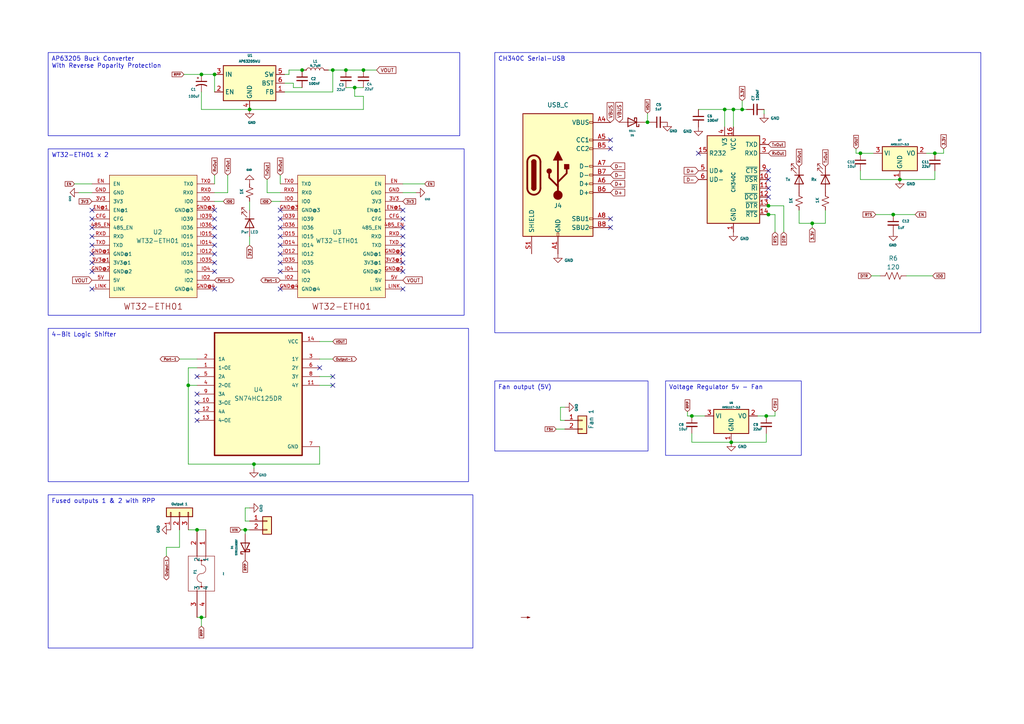
<source format=kicad_sch>
(kicad_sch (version 20230121) (generator eeschema)

  (uuid 02a5f671-3920-440a-b816-d8195eeda907)

  (paper "A4")

  (title_block
    (title "2-Output WT32-ETH01 Combination Board")
    (date "2023-10-20")
    (rev "1")
    (company "Creative xLights")
  )

  (lib_symbols
    (symbol "Connector:USB_C_Receptacle_USB2.0" (pin_names (offset 1.016)) (in_bom yes) (on_board yes)
      (property "Reference" "J" (at -10.16 19.05 0)
        (effects (font (size 1.27 1.27)) (justify left))
      )
      (property "Value" "USB_C_Receptacle_USB2.0" (at 19.05 19.05 0)
        (effects (font (size 1.27 1.27)) (justify right))
      )
      (property "Footprint" "" (at 3.81 0 0)
        (effects (font (size 1.27 1.27)) hide)
      )
      (property "Datasheet" "https://www.usb.org/sites/default/files/documents/usb_type-c.zip" (at 3.81 0 0)
        (effects (font (size 1.27 1.27)) hide)
      )
      (property "ki_keywords" "usb universal serial bus type-C USB2.0" (at 0 0 0)
        (effects (font (size 1.27 1.27)) hide)
      )
      (property "ki_description" "USB 2.0-only Type-C Receptacle connector" (at 0 0 0)
        (effects (font (size 1.27 1.27)) hide)
      )
      (property "ki_fp_filters" "USB*C*Receptacle*" (at 0 0 0)
        (effects (font (size 1.27 1.27)) hide)
      )
      (symbol "USB_C_Receptacle_USB2.0_0_0"
        (rectangle (start -0.254 -17.78) (end 0.254 -16.764)
          (stroke (width 0) (type default))
          (fill (type none))
        )
        (rectangle (start 10.16 -14.986) (end 9.144 -15.494)
          (stroke (width 0) (type default))
          (fill (type none))
        )
        (rectangle (start 10.16 -12.446) (end 9.144 -12.954)
          (stroke (width 0) (type default))
          (fill (type none))
        )
        (rectangle (start 10.16 -4.826) (end 9.144 -5.334)
          (stroke (width 0) (type default))
          (fill (type none))
        )
        (rectangle (start 10.16 -2.286) (end 9.144 -2.794)
          (stroke (width 0) (type default))
          (fill (type none))
        )
        (rectangle (start 10.16 0.254) (end 9.144 -0.254)
          (stroke (width 0) (type default))
          (fill (type none))
        )
        (rectangle (start 10.16 2.794) (end 9.144 2.286)
          (stroke (width 0) (type default))
          (fill (type none))
        )
        (rectangle (start 10.16 7.874) (end 9.144 7.366)
          (stroke (width 0) (type default))
          (fill (type none))
        )
        (rectangle (start 10.16 10.414) (end 9.144 9.906)
          (stroke (width 0) (type default))
          (fill (type none))
        )
        (rectangle (start 10.16 15.494) (end 9.144 14.986)
          (stroke (width 0) (type default))
          (fill (type none))
        )
      )
      (symbol "USB_C_Receptacle_USB2.0_0_1"
        (rectangle (start -10.16 17.78) (end 10.16 -17.78)
          (stroke (width 0.254) (type default))
          (fill (type background))
        )
        (arc (start -8.89 -3.81) (mid -6.985 -5.7067) (end -5.08 -3.81)
          (stroke (width 0.508) (type default))
          (fill (type none))
        )
        (arc (start -7.62 -3.81) (mid -6.985 -4.4423) (end -6.35 -3.81)
          (stroke (width 0.254) (type default))
          (fill (type none))
        )
        (arc (start -7.62 -3.81) (mid -6.985 -4.4423) (end -6.35 -3.81)
          (stroke (width 0.254) (type default))
          (fill (type outline))
        )
        (rectangle (start -7.62 -3.81) (end -6.35 3.81)
          (stroke (width 0.254) (type default))
          (fill (type outline))
        )
        (arc (start -6.35 3.81) (mid -6.985 4.4423) (end -7.62 3.81)
          (stroke (width 0.254) (type default))
          (fill (type none))
        )
        (arc (start -6.35 3.81) (mid -6.985 4.4423) (end -7.62 3.81)
          (stroke (width 0.254) (type default))
          (fill (type outline))
        )
        (arc (start -5.08 3.81) (mid -6.985 5.7067) (end -8.89 3.81)
          (stroke (width 0.508) (type default))
          (fill (type none))
        )
        (circle (center -2.54 1.143) (radius 0.635)
          (stroke (width 0.254) (type default))
          (fill (type outline))
        )
        (circle (center 0 -5.842) (radius 1.27)
          (stroke (width 0) (type default))
          (fill (type outline))
        )
        (polyline
          (pts
            (xy -8.89 -3.81)
            (xy -8.89 3.81)
          )
          (stroke (width 0.508) (type default))
          (fill (type none))
        )
        (polyline
          (pts
            (xy -5.08 3.81)
            (xy -5.08 -3.81)
          )
          (stroke (width 0.508) (type default))
          (fill (type none))
        )
        (polyline
          (pts
            (xy 0 -5.842)
            (xy 0 4.318)
          )
          (stroke (width 0.508) (type default))
          (fill (type none))
        )
        (polyline
          (pts
            (xy 0 -3.302)
            (xy -2.54 -0.762)
            (xy -2.54 0.508)
          )
          (stroke (width 0.508) (type default))
          (fill (type none))
        )
        (polyline
          (pts
            (xy 0 -2.032)
            (xy 2.54 0.508)
            (xy 2.54 1.778)
          )
          (stroke (width 0.508) (type default))
          (fill (type none))
        )
        (polyline
          (pts
            (xy -1.27 4.318)
            (xy 0 6.858)
            (xy 1.27 4.318)
            (xy -1.27 4.318)
          )
          (stroke (width 0.254) (type default))
          (fill (type outline))
        )
        (rectangle (start 1.905 1.778) (end 3.175 3.048)
          (stroke (width 0.254) (type default))
          (fill (type outline))
        )
      )
      (symbol "USB_C_Receptacle_USB2.0_1_1"
        (pin passive line (at 0 -22.86 90) (length 5.08)
          (name "GND" (effects (font (size 1.27 1.27))))
          (number "A1" (effects (font (size 1.27 1.27))))
        )
        (pin passive line (at 0 -22.86 90) (length 5.08) hide
          (name "GND" (effects (font (size 1.27 1.27))))
          (number "A12" (effects (font (size 1.27 1.27))))
        )
        (pin passive line (at 15.24 15.24 180) (length 5.08)
          (name "VBUS" (effects (font (size 1.27 1.27))))
          (number "A4" (effects (font (size 1.27 1.27))))
        )
        (pin bidirectional line (at 15.24 10.16 180) (length 5.08)
          (name "CC1" (effects (font (size 1.27 1.27))))
          (number "A5" (effects (font (size 1.27 1.27))))
        )
        (pin bidirectional line (at 15.24 -2.54 180) (length 5.08)
          (name "D+" (effects (font (size 1.27 1.27))))
          (number "A6" (effects (font (size 1.27 1.27))))
        )
        (pin bidirectional line (at 15.24 2.54 180) (length 5.08)
          (name "D-" (effects (font (size 1.27 1.27))))
          (number "A7" (effects (font (size 1.27 1.27))))
        )
        (pin bidirectional line (at 15.24 -12.7 180) (length 5.08)
          (name "SBU1" (effects (font (size 1.27 1.27))))
          (number "A8" (effects (font (size 1.27 1.27))))
        )
        (pin passive line (at 15.24 15.24 180) (length 5.08) hide
          (name "VBUS" (effects (font (size 1.27 1.27))))
          (number "A9" (effects (font (size 1.27 1.27))))
        )
        (pin passive line (at 0 -22.86 90) (length 5.08) hide
          (name "GND" (effects (font (size 1.27 1.27))))
          (number "B1" (effects (font (size 1.27 1.27))))
        )
        (pin passive line (at 0 -22.86 90) (length 5.08) hide
          (name "GND" (effects (font (size 1.27 1.27))))
          (number "B12" (effects (font (size 1.27 1.27))))
        )
        (pin passive line (at 15.24 15.24 180) (length 5.08) hide
          (name "VBUS" (effects (font (size 1.27 1.27))))
          (number "B4" (effects (font (size 1.27 1.27))))
        )
        (pin bidirectional line (at 15.24 7.62 180) (length 5.08)
          (name "CC2" (effects (font (size 1.27 1.27))))
          (number "B5" (effects (font (size 1.27 1.27))))
        )
        (pin bidirectional line (at 15.24 -5.08 180) (length 5.08)
          (name "D+" (effects (font (size 1.27 1.27))))
          (number "B6" (effects (font (size 1.27 1.27))))
        )
        (pin bidirectional line (at 15.24 0 180) (length 5.08)
          (name "D-" (effects (font (size 1.27 1.27))))
          (number "B7" (effects (font (size 1.27 1.27))))
        )
        (pin bidirectional line (at 15.24 -15.24 180) (length 5.08)
          (name "SBU2" (effects (font (size 1.27 1.27))))
          (number "B8" (effects (font (size 1.27 1.27))))
        )
        (pin passive line (at 15.24 15.24 180) (length 5.08) hide
          (name "VBUS" (effects (font (size 1.27 1.27))))
          (number "B9" (effects (font (size 1.27 1.27))))
        )
        (pin passive line (at -7.62 -22.86 90) (length 5.08)
          (name "SHIELD" (effects (font (size 1.27 1.27))))
          (number "S1" (effects (font (size 1.27 1.27))))
        )
      )
    )
    (symbol "Connector_Generic:Conn_01x02" (pin_names (offset 1.016) hide) (in_bom yes) (on_board yes)
      (property "Reference" "J" (at 0 2.54 0)
        (effects (font (size 1.27 1.27)))
      )
      (property "Value" "Conn_01x02" (at 0 -5.08 0)
        (effects (font (size 1.27 1.27)))
      )
      (property "Footprint" "" (at 0 0 0)
        (effects (font (size 1.27 1.27)) hide)
      )
      (property "Datasheet" "~" (at 0 0 0)
        (effects (font (size 1.27 1.27)) hide)
      )
      (property "ki_keywords" "connector" (at 0 0 0)
        (effects (font (size 1.27 1.27)) hide)
      )
      (property "ki_description" "Generic connector, single row, 01x02, script generated (kicad-library-utils/schlib/autogen/connector/)" (at 0 0 0)
        (effects (font (size 1.27 1.27)) hide)
      )
      (property "ki_fp_filters" "Connector*:*_1x??_*" (at 0 0 0)
        (effects (font (size 1.27 1.27)) hide)
      )
      (symbol "Conn_01x02_1_1"
        (rectangle (start -1.27 -2.413) (end 0 -2.667)
          (stroke (width 0.1524) (type default))
          (fill (type none))
        )
        (rectangle (start -1.27 0.127) (end 0 -0.127)
          (stroke (width 0.1524) (type default))
          (fill (type none))
        )
        (rectangle (start -1.27 1.27) (end 1.27 -3.81)
          (stroke (width 0.254) (type default))
          (fill (type background))
        )
        (pin passive line (at -5.08 0 0) (length 3.81)
          (name "Pin_1" (effects (font (size 1.27 1.27))))
          (number "1" (effects (font (size 1.27 1.27))))
        )
        (pin passive line (at -5.08 -2.54 0) (length 3.81)
          (name "Pin_2" (effects (font (size 1.27 1.27))))
          (number "2" (effects (font (size 1.27 1.27))))
        )
      )
    )
    (symbol "Connector_Generic:Conn_01x03" (pin_names (offset 1.016) hide) (in_bom yes) (on_board yes)
      (property "Reference" "J" (at 0 5.08 0)
        (effects (font (size 1.27 1.27)))
      )
      (property "Value" "Conn_01x03" (at 0 -5.08 0)
        (effects (font (size 1.27 1.27)))
      )
      (property "Footprint" "" (at 0 0 0)
        (effects (font (size 1.27 1.27)) hide)
      )
      (property "Datasheet" "~" (at 0 0 0)
        (effects (font (size 1.27 1.27)) hide)
      )
      (property "ki_keywords" "connector" (at 0 0 0)
        (effects (font (size 1.27 1.27)) hide)
      )
      (property "ki_description" "Generic connector, single row, 01x03, script generated (kicad-library-utils/schlib/autogen/connector/)" (at 0 0 0)
        (effects (font (size 1.27 1.27)) hide)
      )
      (property "ki_fp_filters" "Connector*:*_1x??_*" (at 0 0 0)
        (effects (font (size 1.27 1.27)) hide)
      )
      (symbol "Conn_01x03_1_1"
        (rectangle (start -1.27 -2.413) (end 0 -2.667)
          (stroke (width 0.1524) (type default))
          (fill (type none))
        )
        (rectangle (start -1.27 0.127) (end 0 -0.127)
          (stroke (width 0.1524) (type default))
          (fill (type none))
        )
        (rectangle (start -1.27 2.667) (end 0 2.413)
          (stroke (width 0.1524) (type default))
          (fill (type none))
        )
        (rectangle (start -1.27 3.81) (end 1.27 -3.81)
          (stroke (width 0.254) (type default))
          (fill (type background))
        )
        (pin passive line (at -5.08 2.54 0) (length 3.81)
          (name "Pin_1" (effects (font (size 1.27 1.27))))
          (number "1" (effects (font (size 1.27 1.27))))
        )
        (pin passive line (at -5.08 0 0) (length 3.81)
          (name "Pin_2" (effects (font (size 1.27 1.27))))
          (number "2" (effects (font (size 1.27 1.27))))
        )
        (pin passive line (at -5.08 -2.54 0) (length 3.81)
          (name "Pin_3" (effects (font (size 1.27 1.27))))
          (number "3" (effects (font (size 1.27 1.27))))
        )
      )
    )
    (symbol "Device:C_Polarized_Small_US" (pin_numbers hide) (pin_names (offset 0.254) hide) (in_bom yes) (on_board yes)
      (property "Reference" "C" (at 0.254 1.778 0)
        (effects (font (size 1.27 1.27)) (justify left))
      )
      (property "Value" "C_Polarized_Small_US" (at 0.254 -2.032 0)
        (effects (font (size 1.27 1.27)) (justify left))
      )
      (property "Footprint" "" (at 0 0 0)
        (effects (font (size 1.27 1.27)) hide)
      )
      (property "Datasheet" "~" (at 0 0 0)
        (effects (font (size 1.27 1.27)) hide)
      )
      (property "ki_keywords" "cap capacitor" (at 0 0 0)
        (effects (font (size 1.27 1.27)) hide)
      )
      (property "ki_description" "Polarized capacitor, small US symbol" (at 0 0 0)
        (effects (font (size 1.27 1.27)) hide)
      )
      (property "ki_fp_filters" "CP_*" (at 0 0 0)
        (effects (font (size 1.27 1.27)) hide)
      )
      (symbol "C_Polarized_Small_US_0_1"
        (polyline
          (pts
            (xy -1.524 0.508)
            (xy 1.524 0.508)
          )
          (stroke (width 0.3048) (type default))
          (fill (type none))
        )
        (polyline
          (pts
            (xy -1.27 1.524)
            (xy -0.762 1.524)
          )
          (stroke (width 0) (type default))
          (fill (type none))
        )
        (polyline
          (pts
            (xy -1.016 1.27)
            (xy -1.016 1.778)
          )
          (stroke (width 0) (type default))
          (fill (type none))
        )
        (arc (start 1.524 -0.762) (mid 0 -0.3734) (end -1.524 -0.762)
          (stroke (width 0.3048) (type default))
          (fill (type none))
        )
      )
      (symbol "C_Polarized_Small_US_1_1"
        (pin passive line (at 0 2.54 270) (length 2.032)
          (name "~" (effects (font (size 1.27 1.27))))
          (number "1" (effects (font (size 1.27 1.27))))
        )
        (pin passive line (at 0 -2.54 90) (length 2.032)
          (name "~" (effects (font (size 1.27 1.27))))
          (number "2" (effects (font (size 1.27 1.27))))
        )
      )
    )
    (symbol "Device:C_Small" (pin_numbers hide) (pin_names (offset 0.254) hide) (in_bom yes) (on_board yes)
      (property "Reference" "C" (at 0.254 1.778 0)
        (effects (font (size 1.27 1.27)) (justify left))
      )
      (property "Value" "C_Small" (at 0.254 -2.032 0)
        (effects (font (size 1.27 1.27)) (justify left))
      )
      (property "Footprint" "" (at 0 0 0)
        (effects (font (size 1.27 1.27)) hide)
      )
      (property "Datasheet" "~" (at 0 0 0)
        (effects (font (size 1.27 1.27)) hide)
      )
      (property "ki_keywords" "capacitor cap" (at 0 0 0)
        (effects (font (size 1.27 1.27)) hide)
      )
      (property "ki_description" "Unpolarized capacitor, small symbol" (at 0 0 0)
        (effects (font (size 1.27 1.27)) hide)
      )
      (property "ki_fp_filters" "C_*" (at 0 0 0)
        (effects (font (size 1.27 1.27)) hide)
      )
      (symbol "C_Small_0_1"
        (polyline
          (pts
            (xy -1.524 -0.508)
            (xy 1.524 -0.508)
          )
          (stroke (width 0.3302) (type default))
          (fill (type none))
        )
        (polyline
          (pts
            (xy -1.524 0.508)
            (xy 1.524 0.508)
          )
          (stroke (width 0.3048) (type default))
          (fill (type none))
        )
      )
      (symbol "C_Small_1_1"
        (pin passive line (at 0 2.54 270) (length 2.032)
          (name "~" (effects (font (size 1.27 1.27))))
          (number "1" (effects (font (size 1.27 1.27))))
        )
        (pin passive line (at 0 -2.54 90) (length 2.032)
          (name "~" (effects (font (size 1.27 1.27))))
          (number "2" (effects (font (size 1.27 1.27))))
        )
      )
    )
    (symbol "Device:L" (pin_numbers hide) (pin_names (offset 1.016) hide) (in_bom yes) (on_board yes)
      (property "Reference" "L" (at -1.27 0 90)
        (effects (font (size 1.27 1.27)))
      )
      (property "Value" "L" (at 1.905 0 90)
        (effects (font (size 1.27 1.27)))
      )
      (property "Footprint" "" (at 0 0 0)
        (effects (font (size 1.27 1.27)) hide)
      )
      (property "Datasheet" "~" (at 0 0 0)
        (effects (font (size 1.27 1.27)) hide)
      )
      (property "ki_keywords" "inductor choke coil reactor magnetic" (at 0 0 0)
        (effects (font (size 1.27 1.27)) hide)
      )
      (property "ki_description" "Inductor" (at 0 0 0)
        (effects (font (size 1.27 1.27)) hide)
      )
      (property "ki_fp_filters" "Choke_* *Coil* Inductor_* L_*" (at 0 0 0)
        (effects (font (size 1.27 1.27)) hide)
      )
      (symbol "L_0_1"
        (arc (start 0 -2.54) (mid 0.6323 -1.905) (end 0 -1.27)
          (stroke (width 0) (type default))
          (fill (type none))
        )
        (arc (start 0 -1.27) (mid 0.6323 -0.635) (end 0 0)
          (stroke (width 0) (type default))
          (fill (type none))
        )
        (arc (start 0 0) (mid 0.6323 0.635) (end 0 1.27)
          (stroke (width 0) (type default))
          (fill (type none))
        )
        (arc (start 0 1.27) (mid 0.6323 1.905) (end 0 2.54)
          (stroke (width 0) (type default))
          (fill (type none))
        )
      )
      (symbol "L_1_1"
        (pin passive line (at 0 3.81 270) (length 1.27)
          (name "1" (effects (font (size 1.27 1.27))))
          (number "1" (effects (font (size 1.27 1.27))))
        )
        (pin passive line (at 0 -3.81 90) (length 1.27)
          (name "2" (effects (font (size 1.27 1.27))))
          (number "2" (effects (font (size 1.27 1.27))))
        )
      )
    )
    (symbol "Device:LED" (pin_numbers hide) (pin_names (offset 1.016) hide) (in_bom yes) (on_board yes)
      (property "Reference" "D" (at 0 2.54 0)
        (effects (font (size 1.27 1.27)))
      )
      (property "Value" "LED" (at 0 -2.54 0)
        (effects (font (size 1.27 1.27)))
      )
      (property "Footprint" "" (at 0 0 0)
        (effects (font (size 1.27 1.27)) hide)
      )
      (property "Datasheet" "~" (at 0 0 0)
        (effects (font (size 1.27 1.27)) hide)
      )
      (property "ki_keywords" "LED diode" (at 0 0 0)
        (effects (font (size 1.27 1.27)) hide)
      )
      (property "ki_description" "Light emitting diode" (at 0 0 0)
        (effects (font (size 1.27 1.27)) hide)
      )
      (property "ki_fp_filters" "LED* LED_SMD:* LED_THT:*" (at 0 0 0)
        (effects (font (size 1.27 1.27)) hide)
      )
      (symbol "LED_0_1"
        (polyline
          (pts
            (xy -1.27 -1.27)
            (xy -1.27 1.27)
          )
          (stroke (width 0.254) (type default))
          (fill (type none))
        )
        (polyline
          (pts
            (xy -1.27 0)
            (xy 1.27 0)
          )
          (stroke (width 0) (type default))
          (fill (type none))
        )
        (polyline
          (pts
            (xy 1.27 -1.27)
            (xy 1.27 1.27)
            (xy -1.27 0)
            (xy 1.27 -1.27)
          )
          (stroke (width 0.254) (type default))
          (fill (type none))
        )
        (polyline
          (pts
            (xy -3.048 -0.762)
            (xy -4.572 -2.286)
            (xy -3.81 -2.286)
            (xy -4.572 -2.286)
            (xy -4.572 -1.524)
          )
          (stroke (width 0) (type default))
          (fill (type none))
        )
        (polyline
          (pts
            (xy -1.778 -0.762)
            (xy -3.302 -2.286)
            (xy -2.54 -2.286)
            (xy -3.302 -2.286)
            (xy -3.302 -1.524)
          )
          (stroke (width 0) (type default))
          (fill (type none))
        )
      )
      (symbol "LED_1_1"
        (pin passive line (at -3.81 0 0) (length 2.54)
          (name "K" (effects (font (size 1.27 1.27))))
          (number "1" (effects (font (size 1.27 1.27))))
        )
        (pin passive line (at 3.81 0 180) (length 2.54)
          (name "A" (effects (font (size 1.27 1.27))))
          (number "2" (effects (font (size 1.27 1.27))))
        )
      )
    )
    (symbol "Device:R_Small_US" (pin_numbers hide) (pin_names (offset 0.254) hide) (in_bom yes) (on_board yes)
      (property "Reference" "R" (at 0.762 0.508 0)
        (effects (font (size 1.27 1.27)) (justify left))
      )
      (property "Value" "R_Small_US" (at 0.762 -1.016 0)
        (effects (font (size 1.27 1.27)) (justify left))
      )
      (property "Footprint" "" (at 0 0 0)
        (effects (font (size 1.27 1.27)) hide)
      )
      (property "Datasheet" "~" (at 0 0 0)
        (effects (font (size 1.27 1.27)) hide)
      )
      (property "ki_keywords" "r resistor" (at 0 0 0)
        (effects (font (size 1.27 1.27)) hide)
      )
      (property "ki_description" "Resistor, small US symbol" (at 0 0 0)
        (effects (font (size 1.27 1.27)) hide)
      )
      (property "ki_fp_filters" "R_*" (at 0 0 0)
        (effects (font (size 1.27 1.27)) hide)
      )
      (symbol "R_Small_US_1_1"
        (polyline
          (pts
            (xy 0 0)
            (xy 1.016 -0.381)
            (xy 0 -0.762)
            (xy -1.016 -1.143)
            (xy 0 -1.524)
          )
          (stroke (width 0) (type default))
          (fill (type none))
        )
        (polyline
          (pts
            (xy 0 1.524)
            (xy 1.016 1.143)
            (xy 0 0.762)
            (xy -1.016 0.381)
            (xy 0 0)
          )
          (stroke (width 0) (type default))
          (fill (type none))
        )
        (pin passive line (at 0 2.54 270) (length 1.016)
          (name "~" (effects (font (size 1.27 1.27))))
          (number "1" (effects (font (size 1.27 1.27))))
        )
        (pin passive line (at 0 -2.54 90) (length 1.016)
          (name "~" (effects (font (size 1.27 1.27))))
          (number "2" (effects (font (size 1.27 1.27))))
        )
      )
    )
    (symbol "Device:R_US" (pin_numbers hide) (pin_names (offset 0)) (in_bom yes) (on_board yes)
      (property "Reference" "R" (at 2.54 0 90)
        (effects (font (size 1.27 1.27)))
      )
      (property "Value" "R_US" (at -2.54 0 90)
        (effects (font (size 1.27 1.27)))
      )
      (property "Footprint" "" (at 1.016 -0.254 90)
        (effects (font (size 1.27 1.27)) hide)
      )
      (property "Datasheet" "~" (at 0 0 0)
        (effects (font (size 1.27 1.27)) hide)
      )
      (property "ki_keywords" "R res resistor" (at 0 0 0)
        (effects (font (size 1.27 1.27)) hide)
      )
      (property "ki_description" "Resistor, US symbol" (at 0 0 0)
        (effects (font (size 1.27 1.27)) hide)
      )
      (property "ki_fp_filters" "R_*" (at 0 0 0)
        (effects (font (size 1.27 1.27)) hide)
      )
      (symbol "R_US_0_1"
        (polyline
          (pts
            (xy 0 -2.286)
            (xy 0 -2.54)
          )
          (stroke (width 0) (type default))
          (fill (type none))
        )
        (polyline
          (pts
            (xy 0 2.286)
            (xy 0 2.54)
          )
          (stroke (width 0) (type default))
          (fill (type none))
        )
        (polyline
          (pts
            (xy 0 -0.762)
            (xy 1.016 -1.143)
            (xy 0 -1.524)
            (xy -1.016 -1.905)
            (xy 0 -2.286)
          )
          (stroke (width 0) (type default))
          (fill (type none))
        )
        (polyline
          (pts
            (xy 0 0.762)
            (xy 1.016 0.381)
            (xy 0 0)
            (xy -1.016 -0.381)
            (xy 0 -0.762)
          )
          (stroke (width 0) (type default))
          (fill (type none))
        )
        (polyline
          (pts
            (xy 0 2.286)
            (xy 1.016 1.905)
            (xy 0 1.524)
            (xy -1.016 1.143)
            (xy 0 0.762)
          )
          (stroke (width 0) (type default))
          (fill (type none))
        )
      )
      (symbol "R_US_1_1"
        (pin passive line (at 0 3.81 270) (length 1.27)
          (name "~" (effects (font (size 1.27 1.27))))
          (number "1" (effects (font (size 1.27 1.27))))
        )
        (pin passive line (at 0 -3.81 90) (length 1.27)
          (name "~" (effects (font (size 1.27 1.27))))
          (number "2" (effects (font (size 1.27 1.27))))
        )
      )
    )
    (symbol "Diode:1N5711UR" (pin_numbers hide) (pin_names (offset 1.016) hide) (in_bom yes) (on_board yes)
      (property "Reference" "D" (at 0 2.54 0)
        (effects (font (size 1.27 1.27)))
      )
      (property "Value" "1N5711UR" (at 0 -2.54 0)
        (effects (font (size 1.27 1.27)))
      )
      (property "Footprint" "Diode_SMD:D_MELF" (at 0 -4.445 0)
        (effects (font (size 1.27 1.27)) hide)
      )
      (property "Datasheet" "https://www.microsemi.com/document-portal/doc_download/131890-lds-0040-1-datasheet" (at 0 0 0)
        (effects (font (size 1.27 1.27)) hide)
      )
      (property "ki_keywords" "diode Schottky" (at 0 0 0)
        (effects (font (size 1.27 1.27)) hide)
      )
      (property "ki_description" "70V 33mA Schottky diode, MELF(DO-213AA)" (at 0 0 0)
        (effects (font (size 1.27 1.27)) hide)
      )
      (property "ki_fp_filters" "D?MELF*" (at 0 0 0)
        (effects (font (size 1.27 1.27)) hide)
      )
      (symbol "1N5711UR_0_1"
        (polyline
          (pts
            (xy 1.27 0)
            (xy -1.27 0)
          )
          (stroke (width 0) (type default))
          (fill (type none))
        )
        (polyline
          (pts
            (xy 1.27 1.27)
            (xy 1.27 -1.27)
            (xy -1.27 0)
            (xy 1.27 1.27)
          )
          (stroke (width 0.254) (type default))
          (fill (type none))
        )
        (polyline
          (pts
            (xy -1.905 0.635)
            (xy -1.905 1.27)
            (xy -1.27 1.27)
            (xy -1.27 -1.27)
            (xy -0.635 -1.27)
            (xy -0.635 -0.635)
          )
          (stroke (width 0.254) (type default))
          (fill (type none))
        )
      )
      (symbol "1N5711UR_1_1"
        (pin passive line (at -3.81 0 0) (length 2.54)
          (name "K" (effects (font (size 1.27 1.27))))
          (number "1" (effects (font (size 1.27 1.27))))
        )
        (pin passive line (at 3.81 0 180) (length 2.54)
          (name "A" (effects (font (size 1.27 1.27))))
          (number "2" (effects (font (size 1.27 1.27))))
        )
      )
    )
    (symbol "Graphic:SYM_Arrow_Tiny" (in_bom no) (on_board no)
      (property "Reference" "#SYM" (at 0 1.524 0)
        (effects (font (size 1.27 1.27)) hide)
      )
      (property "Value" "SYM_Arrow_Tiny" (at 0.254 -1.27 0)
        (effects (font (size 1.27 1.27)) hide)
      )
      (property "Footprint" "" (at 0 0 0)
        (effects (font (size 1.27 1.27)) hide)
      )
      (property "Datasheet" "~" (at 0 0 0)
        (effects (font (size 1.27 1.27)) hide)
      )
      (property "Sim.Enable" "0" (at 0 0 0)
        (effects (font (size 1.27 1.27)) hide)
      )
      (property "ki_keywords" "symbol arrow" (at 0 0 0)
        (effects (font (size 1.27 1.27)) hide)
      )
      (property "ki_description" "Filled arrow, 100mil" (at 0 0 0)
        (effects (font (size 1.27 1.27)) hide)
      )
      (symbol "SYM_Arrow_Tiny_0_1"
        (polyline
          (pts
            (xy 1.27 0)
            (xy -1.27 0)
          )
          (stroke (width 0) (type default))
          (fill (type none))
        )
        (polyline
          (pts
            (xy 1.27 0)
            (xy 0.508 -0.254)
            (xy 0.508 0.254)
            (xy 1.27 0)
          )
          (stroke (width 0) (type default))
          (fill (type outline))
        )
      )
    )
    (symbol "Interface_USB:CH340C" (in_bom yes) (on_board yes)
      (property "Reference" "U" (at -5.08 13.97 0)
        (effects (font (size 1.27 1.27)) (justify right))
      )
      (property "Value" "CH340C" (at 1.27 13.97 0)
        (effects (font (size 1.27 1.27)) (justify left))
      )
      (property "Footprint" "Package_SO:SOIC-16_3.9x9.9mm_P1.27mm" (at 1.27 -13.97 0)
        (effects (font (size 1.27 1.27)) (justify left) hide)
      )
      (property "Datasheet" "https://datasheet.lcsc.com/szlcsc/Jiangsu-Qin-Heng-CH340C_C84681.pdf" (at -8.89 20.32 0)
        (effects (font (size 1.27 1.27)) hide)
      )
      (property "ki_keywords" "USB UART Serial Converter Interface" (at 0 0 0)
        (effects (font (size 1.27 1.27)) hide)
      )
      (property "ki_description" "USB serial converter, UART, SOIC-16" (at 0 0 0)
        (effects (font (size 1.27 1.27)) hide)
      )
      (property "ki_fp_filters" "SOIC*3.9x9.9mm*P1.27mm*" (at 0 0 0)
        (effects (font (size 1.27 1.27)) hide)
      )
      (symbol "CH340C_0_1"
        (rectangle (start -7.62 12.7) (end 7.62 -12.7)
          (stroke (width 0.254) (type default))
          (fill (type background))
        )
      )
      (symbol "CH340C_1_1"
        (pin power_in line (at 0 -15.24 90) (length 2.54)
          (name "GND" (effects (font (size 1.27 1.27))))
          (number "1" (effects (font (size 1.27 1.27))))
        )
        (pin input line (at 10.16 0 180) (length 2.54)
          (name "~{DSR}" (effects (font (size 1.27 1.27))))
          (number "10" (effects (font (size 1.27 1.27))))
        )
        (pin input line (at 10.16 -2.54 180) (length 2.54)
          (name "~{RI}" (effects (font (size 1.27 1.27))))
          (number "11" (effects (font (size 1.27 1.27))))
        )
        (pin input line (at 10.16 -5.08 180) (length 2.54)
          (name "~{DCD}" (effects (font (size 1.27 1.27))))
          (number "12" (effects (font (size 1.27 1.27))))
        )
        (pin output line (at 10.16 -7.62 180) (length 2.54)
          (name "~{DTR}" (effects (font (size 1.27 1.27))))
          (number "13" (effects (font (size 1.27 1.27))))
        )
        (pin output line (at 10.16 -10.16 180) (length 2.54)
          (name "~{RTS}" (effects (font (size 1.27 1.27))))
          (number "14" (effects (font (size 1.27 1.27))))
        )
        (pin input line (at -10.16 7.62 0) (length 2.54)
          (name "R232" (effects (font (size 1.27 1.27))))
          (number "15" (effects (font (size 1.27 1.27))))
        )
        (pin power_in line (at 0 15.24 270) (length 2.54)
          (name "VCC" (effects (font (size 1.27 1.27))))
          (number "16" (effects (font (size 1.27 1.27))))
        )
        (pin output line (at 10.16 10.16 180) (length 2.54)
          (name "TXD" (effects (font (size 1.27 1.27))))
          (number "2" (effects (font (size 1.27 1.27))))
        )
        (pin input line (at 10.16 7.62 180) (length 2.54)
          (name "RXD" (effects (font (size 1.27 1.27))))
          (number "3" (effects (font (size 1.27 1.27))))
        )
        (pin passive line (at -2.54 15.24 270) (length 2.54)
          (name "V3" (effects (font (size 1.27 1.27))))
          (number "4" (effects (font (size 1.27 1.27))))
        )
        (pin bidirectional line (at -10.16 2.54 0) (length 2.54)
          (name "UD+" (effects (font (size 1.27 1.27))))
          (number "5" (effects (font (size 1.27 1.27))))
        )
        (pin bidirectional line (at -10.16 0 0) (length 2.54)
          (name "UD-" (effects (font (size 1.27 1.27))))
          (number "6" (effects (font (size 1.27 1.27))))
        )
        (pin no_connect line (at -7.62 -7.62 0) (length 2.54) hide
          (name "NC" (effects (font (size 1.27 1.27))))
          (number "7" (effects (font (size 1.27 1.27))))
        )
        (pin no_connect line (at -7.62 -10.16 0) (length 2.54) hide
          (name "NC" (effects (font (size 1.27 1.27))))
          (number "8" (effects (font (size 1.27 1.27))))
        )
        (pin input line (at 10.16 2.54 180) (length 2.54)
          (name "~{CTS}" (effects (font (size 1.27 1.27))))
          (number "9" (effects (font (size 1.27 1.27))))
        )
      )
    )
    (symbol "Regulator_Linear:AMS1117-3.3" (in_bom yes) (on_board yes)
      (property "Reference" "U" (at -3.81 3.175 0)
        (effects (font (size 1.27 1.27)))
      )
      (property "Value" "AMS1117-3.3" (at 0 3.175 0)
        (effects (font (size 1.27 1.27)) (justify left))
      )
      (property "Footprint" "Package_TO_SOT_SMD:SOT-223-3_TabPin2" (at 0 5.08 0)
        (effects (font (size 1.27 1.27)) hide)
      )
      (property "Datasheet" "http://www.advanced-monolithic.com/pdf/ds1117.pdf" (at 2.54 -6.35 0)
        (effects (font (size 1.27 1.27)) hide)
      )
      (property "ki_keywords" "linear regulator ldo fixed positive" (at 0 0 0)
        (effects (font (size 1.27 1.27)) hide)
      )
      (property "ki_description" "1A Low Dropout regulator, positive, 3.3V fixed output, SOT-223" (at 0 0 0)
        (effects (font (size 1.27 1.27)) hide)
      )
      (property "ki_fp_filters" "SOT?223*TabPin2*" (at 0 0 0)
        (effects (font (size 1.27 1.27)) hide)
      )
      (symbol "AMS1117-3.3_0_1"
        (rectangle (start -5.08 -5.08) (end 5.08 1.905)
          (stroke (width 0.254) (type default))
          (fill (type background))
        )
      )
      (symbol "AMS1117-3.3_1_1"
        (pin power_in line (at 0 -7.62 90) (length 2.54)
          (name "GND" (effects (font (size 1.27 1.27))))
          (number "1" (effects (font (size 1.27 1.27))))
        )
        (pin power_out line (at 7.62 0 180) (length 2.54)
          (name "VO" (effects (font (size 1.27 1.27))))
          (number "2" (effects (font (size 1.27 1.27))))
        )
        (pin power_in line (at -7.62 0 0) (length 2.54)
          (name "VI" (effects (font (size 1.27 1.27))))
          (number "3" (effects (font (size 1.27 1.27))))
        )
      )
    )
    (symbol "Regulator_Switching:AP63205WU" (in_bom yes) (on_board yes)
      (property "Reference" "U" (at -7.62 6.35 0)
        (effects (font (size 1.27 1.27)))
      )
      (property "Value" "AP63205WU" (at 2.54 6.35 0)
        (effects (font (size 1.27 1.27)))
      )
      (property "Footprint" "Package_TO_SOT_SMD:TSOT-23-6" (at 0 -22.86 0)
        (effects (font (size 1.27 1.27)) hide)
      )
      (property "Datasheet" "https://www.diodes.com/assets/Datasheets/AP63200-AP63201-AP63203-AP63205.pdf" (at 0 0 0)
        (effects (font (size 1.27 1.27)) hide)
      )
      (property "ki_keywords" "2A Buck DC/DC" (at 0 0 0)
        (effects (font (size 1.27 1.27)) hide)
      )
      (property "ki_description" "2A, 1.1MHz Buck DC/DC Converter, fixed 5.0V output voltage, TSOT-23-6" (at 0 0 0)
        (effects (font (size 1.27 1.27)) hide)
      )
      (property "ki_fp_filters" "TSOT?23*" (at 0 0 0)
        (effects (font (size 1.27 1.27)) hide)
      )
      (symbol "AP63205WU_0_1"
        (rectangle (start -7.62 5.08) (end 7.62 -5.08)
          (stroke (width 0.254) (type default))
          (fill (type background))
        )
      )
      (symbol "AP63205WU_1_1"
        (pin input line (at 10.16 -2.54 180) (length 2.54)
          (name "FB" (effects (font (size 1.27 1.27))))
          (number "1" (effects (font (size 1.27 1.27))))
        )
        (pin input line (at -10.16 -2.54 0) (length 2.54)
          (name "EN" (effects (font (size 1.27 1.27))))
          (number "2" (effects (font (size 1.27 1.27))))
        )
        (pin power_in line (at -10.16 2.54 0) (length 2.54)
          (name "IN" (effects (font (size 1.27 1.27))))
          (number "3" (effects (font (size 1.27 1.27))))
        )
        (pin power_in line (at 0 -7.62 90) (length 2.54)
          (name "GND" (effects (font (size 1.27 1.27))))
          (number "4" (effects (font (size 1.27 1.27))))
        )
        (pin output line (at 10.16 2.54 180) (length 2.54)
          (name "SW" (effects (font (size 1.27 1.27))))
          (number "5" (effects (font (size 1.27 1.27))))
        )
        (pin passive line (at 10.16 0 180) (length 2.54)
          (name "BST" (effects (font (size 1.27 1.27))))
          (number "6" (effects (font (size 1.27 1.27))))
        )
      )
    )
    (symbol "SN74HC125DR:SN74HC125DR" (pin_names (offset 1.016)) (in_bom yes) (on_board yes)
      (property "Reference" "U" (at -12.7 18.78 0)
        (effects (font (size 1.27 1.27)) (justify left bottom))
      )
      (property "Value" "SN74HC125DR" (at -12.7 -21.78 0)
        (effects (font (size 1.27 1.27)) (justify left bottom))
      )
      (property "Footprint" "SN74HC125DR:SOIC127P600X175-14N" (at 0 0 0)
        (effects (font (size 1.27 1.27)) (justify bottom) hide)
      )
      (property "Datasheet" "" (at 0 0 0)
        (effects (font (size 1.27 1.27)) hide)
      )
      (property "MF" "Texas Instruments" (at 0 0 0)
        (effects (font (size 1.27 1.27)) (justify bottom) hide)
      )
      (property "Description" "\n4-ch, 2-V to 6-V buffers with 3-state outputs\n" (at 0 0 0)
        (effects (font (size 1.27 1.27)) (justify bottom) hide)
      )
      (property "Package" "SOIC-14 Texas Instruments" (at 0 0 0)
        (effects (font (size 1.27 1.27)) (justify bottom) hide)
      )
      (property "Price" "None" (at 0 0 0)
        (effects (font (size 1.27 1.27)) (justify bottom) hide)
      )
      (property "SnapEDA_Link" "https://www.snapeda.com/parts/SN74HC125DR/Texas+Instruments/view-part/?ref=snap" (at 0 0 0)
        (effects (font (size 1.27 1.27)) (justify bottom) hide)
      )
      (property "MP" "SN74HC125DR" (at 0 0 0)
        (effects (font (size 1.27 1.27)) (justify bottom) hide)
      )
      (property "Purchase-URL" "https://www.snapeda.com/api/url_track_click_mouser/?unipart_id=361930&manufacturer=Texas Instruments&part_name=SN74HC125DR&search_term=sn74hc125" (at 0 0 0)
        (effects (font (size 1.27 1.27)) (justify bottom) hide)
      )
      (property "Availability" "In Stock" (at 0 0 0)
        (effects (font (size 1.27 1.27)) (justify bottom) hide)
      )
      (property "Check_prices" "https://www.snapeda.com/parts/SN74HC125DR/Texas+Instruments/view-part/?ref=eda" (at 0 0 0)
        (effects (font (size 1.27 1.27)) (justify bottom) hide)
      )
      (symbol "SN74HC125DR_0_0"
        (rectangle (start -12.7 -17.78) (end 12.7 17.78)
          (stroke (width 0.41) (type default))
          (fill (type background))
        )
        (pin input line (at -17.78 7.62 0) (length 5.08)
          (name "1~OE" (effects (font (size 1.016 1.016))))
          (number "1" (effects (font (size 1.016 1.016))))
        )
        (pin input line (at -17.78 -2.54 0) (length 5.08)
          (name "3~OE" (effects (font (size 1.016 1.016))))
          (number "10" (effects (font (size 1.016 1.016))))
        )
        (pin output line (at 17.78 2.54 180) (length 5.08)
          (name "4Y" (effects (font (size 1.016 1.016))))
          (number "11" (effects (font (size 1.016 1.016))))
        )
        (pin input line (at -17.78 -5.08 0) (length 5.08)
          (name "4A" (effects (font (size 1.016 1.016))))
          (number "12" (effects (font (size 1.016 1.016))))
        )
        (pin input line (at -17.78 -7.62 0) (length 5.08)
          (name "4~OE" (effects (font (size 1.016 1.016))))
          (number "13" (effects (font (size 1.016 1.016))))
        )
        (pin power_in line (at 17.78 15.24 180) (length 5.08)
          (name "VCC" (effects (font (size 1.016 1.016))))
          (number "14" (effects (font (size 1.016 1.016))))
        )
        (pin input line (at -17.78 10.16 0) (length 5.08)
          (name "1A" (effects (font (size 1.016 1.016))))
          (number "2" (effects (font (size 1.016 1.016))))
        )
        (pin output line (at 17.78 10.16 180) (length 5.08)
          (name "1Y" (effects (font (size 1.016 1.016))))
          (number "3" (effects (font (size 1.016 1.016))))
        )
        (pin input line (at -17.78 2.54 0) (length 5.08)
          (name "2~OE" (effects (font (size 1.016 1.016))))
          (number "4" (effects (font (size 1.016 1.016))))
        )
        (pin input line (at -17.78 5.08 0) (length 5.08)
          (name "2A" (effects (font (size 1.016 1.016))))
          (number "5" (effects (font (size 1.016 1.016))))
        )
        (pin output line (at 17.78 7.62 180) (length 5.08)
          (name "2Y" (effects (font (size 1.016 1.016))))
          (number "6" (effects (font (size 1.016 1.016))))
        )
        (pin power_in line (at 17.78 -15.24 180) (length 5.08)
          (name "GND" (effects (font (size 1.016 1.016))))
          (number "7" (effects (font (size 1.016 1.016))))
        )
        (pin output line (at 17.78 5.08 180) (length 5.08)
          (name "3Y" (effects (font (size 1.016 1.016))))
          (number "8" (effects (font (size 1.016 1.016))))
        )
        (pin input line (at -17.78 0 0) (length 5.08)
          (name "3A" (effects (font (size 1.016 1.016))))
          (number "9" (effects (font (size 1.016 1.016))))
        )
      )
    )
    (symbol "WT32-ETH-Fuse-Symb:MCCQ-122" (pin_names (offset 0.254)) (in_bom yes) (on_board yes)
      (property "Reference" "F" (at 12.7 7.62 0)
        (effects (font (size 1.524 1.524)))
      )
      (property "Value" "MCCQ-122" (at 12.7 5.08 0)
        (effects (font (size 1.524 1.524)))
      )
      (property "Footprint" "MCCQ-122_MTC" (at 0 0 0)
        (effects (font (size 1.27 1.27) italic) hide)
      )
      (property "Datasheet" "MCCQ-122" (at 0 0 0)
        (effects (font (size 1.27 1.27) italic) hide)
      )
      (property "ki_locked" "" (at 0 0 0)
        (effects (font (size 1.27 1.27)))
      )
      (property "ki_keywords" "MCCQ-122" (at 0 0 0)
        (effects (font (size 1.27 1.27)) hide)
      )
      (property "ki_fp_filters" "MCCQ-122_MTC" (at 0 0 0)
        (effects (font (size 1.27 1.27)) hide)
      )
      (symbol "MCCQ-122_0_1"
        (polyline
          (pts
            (xy 7.62 -5.08)
            (xy 17.78 -5.08)
          )
          (stroke (width 0.127) (type default))
          (fill (type none))
        )
        (polyline
          (pts
            (xy 7.62 -2.54)
            (xy 8.89 -2.54)
          )
          (stroke (width 0.127) (type default))
          (fill (type none))
        )
        (polyline
          (pts
            (xy 7.62 0)
            (xy 8.89 0)
          )
          (stroke (width 0.127) (type default))
          (fill (type none))
        )
        (polyline
          (pts
            (xy 7.62 2.54)
            (xy 7.62 -5.08)
          )
          (stroke (width 0.127) (type default))
          (fill (type none))
        )
        (polyline
          (pts
            (xy 8.89 -1.27)
            (xy 10.16 -1.27)
          )
          (stroke (width 0.127) (type default))
          (fill (type none))
        )
        (polyline
          (pts
            (xy 8.89 0)
            (xy 8.89 -2.54)
          )
          (stroke (width 0.127) (type default))
          (fill (type none))
        )
        (polyline
          (pts
            (xy 15.24 -1.27)
            (xy 16.51 -1.27)
          )
          (stroke (width 0.127) (type default))
          (fill (type none))
        )
        (polyline
          (pts
            (xy 16.51 -2.54)
            (xy 16.51 0)
          )
          (stroke (width 0.127) (type default))
          (fill (type none))
        )
        (polyline
          (pts
            (xy 16.51 0)
            (xy 17.78 0)
          )
          (stroke (width 0.127) (type default))
          (fill (type none))
        )
        (polyline
          (pts
            (xy 17.78 -5.08)
            (xy 17.78 2.54)
          )
          (stroke (width 0.127) (type default))
          (fill (type none))
        )
        (polyline
          (pts
            (xy 17.78 -2.54)
            (xy 16.51 -2.54)
          )
          (stroke (width 0.127) (type default))
          (fill (type none))
        )
        (polyline
          (pts
            (xy 17.78 2.54)
            (xy 7.62 2.54)
          )
          (stroke (width 0.127) (type default))
          (fill (type none))
        )
        (circle (center 8.89 -1.27) (radius 0.127)
          (stroke (width 0.254) (type default))
          (fill (type none))
        )
        (arc (start 12.7 -1.27) (mid 11.43 -0.0055) (end 10.16 -1.27)
          (stroke (width 0.127) (type default))
          (fill (type none))
        )
        (arc (start 12.7 -1.27) (mid 13.97 -2.5345) (end 15.24 -1.27)
          (stroke (width 0.127) (type default))
          (fill (type none))
        )
        (circle (center 16.51 -1.27) (radius 0.127)
          (stroke (width 0.254) (type default))
          (fill (type none))
        )
        (pin unspecified line (at 0 0 0) (length 7.62)
          (name "1" (effects (font (size 1.27 1.27))))
          (number "1" (effects (font (size 1.27 1.27))))
        )
        (pin unspecified line (at 0 -2.54 0) (length 7.62)
          (name "2" (effects (font (size 1.27 1.27))))
          (number "2" (effects (font (size 1.27 1.27))))
        )
        (pin unspecified line (at 25.4 -2.54 180) (length 7.62)
          (name "3" (effects (font (size 1.27 1.27))))
          (number "3" (effects (font (size 1.27 1.27))))
        )
        (pin unspecified line (at 25.4 0 180) (length 7.62)
          (name "4" (effects (font (size 1.27 1.27))))
          (number "4" (effects (font (size 1.27 1.27))))
        )
      )
    )
    (symbol "WT32-ETH01:WT32-ETH01" (pin_names (offset 1.016)) (in_bom yes) (on_board yes)
      (property "Reference" "U" (at 0 0 0)
        (effects (font (size 1.27 1.27)) (justify bottom))
      )
      (property "Value" "WT32-ETH01" (at 0 0 0)
        (effects (font (size 1.27 1.27)) (justify bottom))
      )
      (property "Footprint" "WT32-ETH01" (at 0 0 0)
        (effects (font (size 1.27 1.27)) (justify bottom) hide)
      )
      (property "Datasheet" "" (at 0 0 0)
        (effects (font (size 1.27 1.27)) hide)
      )
      (symbol "WT32-ETH01_0_0"
        (rectangle (start -12.7 -17.78) (end 12.7 17.78)
          (stroke (width 0.1524) (type default))
          (fill (type background))
        )
        (text "WT32-ETH01" (at 0 -20.32 0)
          (effects (font (size 1.778 1.778)))
        )
        (pin bidirectional line (at -17.78 10.16 0) (length 5.08)
          (name "3V3" (effects (font (size 1.016 1.016))))
          (number "3V3" (effects (font (size 1.016 1.016))))
        )
        (pin bidirectional line (at -17.78 -7.62 0) (length 5.08)
          (name "3V3@1" (effects (font (size 1.016 1.016))))
          (number "3V3@1" (effects (font (size 1.016 1.016))))
        )
        (pin bidirectional line (at -17.78 2.54 0) (length 5.08)
          (name "485_EN" (effects (font (size 1.016 1.016))))
          (number "485_EN" (effects (font (size 1.016 1.016))))
        )
        (pin bidirectional line (at -17.78 -12.7 0) (length 5.08)
          (name "5V" (effects (font (size 1.016 1.016))))
          (number "5V" (effects (font (size 1.016 1.016))))
        )
        (pin bidirectional line (at -17.78 5.08 0) (length 5.08)
          (name "CFG" (effects (font (size 1.016 1.016))))
          (number "CFG" (effects (font (size 1.016 1.016))))
        )
        (pin bidirectional line (at -17.78 15.24 0) (length 5.08)
          (name "EN" (effects (font (size 1.016 1.016))))
          (number "EN" (effects (font (size 1.016 1.016))))
        )
        (pin bidirectional line (at -17.78 7.62 0) (length 5.08)
          (name "EN@1" (effects (font (size 1.016 1.016))))
          (number "EN@1" (effects (font (size 1.016 1.016))))
        )
        (pin bidirectional line (at -17.78 12.7 0) (length 5.08)
          (name "GND" (effects (font (size 1.016 1.016))))
          (number "GND" (effects (font (size 1.016 1.016))))
        )
        (pin bidirectional line (at -17.78 -5.08 0) (length 5.08)
          (name "GND@1" (effects (font (size 1.016 1.016))))
          (number "GND@1" (effects (font (size 1.016 1.016))))
        )
        (pin bidirectional line (at -17.78 -10.16 0) (length 5.08)
          (name "GND@2" (effects (font (size 1.016 1.016))))
          (number "GND@2" (effects (font (size 1.016 1.016))))
        )
        (pin bidirectional line (at 17.78 7.62 180) (length 5.08)
          (name "GND@3" (effects (font (size 1.016 1.016))))
          (number "GND@3" (effects (font (size 1.016 1.016))))
        )
        (pin bidirectional line (at 17.78 -15.24 180) (length 5.08)
          (name "GND@4" (effects (font (size 1.016 1.016))))
          (number "GND@4" (effects (font (size 1.016 1.016))))
        )
        (pin bidirectional line (at 17.78 10.16 180) (length 5.08)
          (name "IO0" (effects (font (size 1.016 1.016))))
          (number "IO0" (effects (font (size 1.016 1.016))))
        )
        (pin bidirectional line (at 17.78 -5.08 180) (length 5.08)
          (name "IO12" (effects (font (size 1.016 1.016))))
          (number "IO12" (effects (font (size 1.016 1.016))))
        )
        (pin bidirectional line (at 17.78 -2.54 180) (length 5.08)
          (name "IO14" (effects (font (size 1.016 1.016))))
          (number "IO14" (effects (font (size 1.016 1.016))))
        )
        (pin bidirectional line (at 17.78 0 180) (length 5.08)
          (name "IO15" (effects (font (size 1.016 1.016))))
          (number "IO15" (effects (font (size 1.016 1.016))))
        )
        (pin bidirectional line (at 17.78 -12.7 180) (length 5.08)
          (name "IO2" (effects (font (size 1.016 1.016))))
          (number "IO2" (effects (font (size 1.016 1.016))))
        )
        (pin bidirectional line (at 17.78 -7.62 180) (length 5.08)
          (name "IO35" (effects (font (size 1.016 1.016))))
          (number "IO35" (effects (font (size 1.016 1.016))))
        )
        (pin bidirectional line (at 17.78 2.54 180) (length 5.08)
          (name "IO36" (effects (font (size 1.016 1.016))))
          (number "IO36" (effects (font (size 1.016 1.016))))
        )
        (pin bidirectional line (at 17.78 5.08 180) (length 5.08)
          (name "IO39" (effects (font (size 1.016 1.016))))
          (number "IO39" (effects (font (size 1.016 1.016))))
        )
        (pin bidirectional line (at 17.78 -10.16 180) (length 5.08)
          (name "IO4" (effects (font (size 1.016 1.016))))
          (number "IO4" (effects (font (size 1.016 1.016))))
        )
        (pin bidirectional line (at -17.78 -15.24 0) (length 5.08)
          (name "LINK" (effects (font (size 1.016 1.016))))
          (number "LINK" (effects (font (size 1.016 1.016))))
        )
        (pin bidirectional line (at 17.78 12.7 180) (length 5.08)
          (name "RX0" (effects (font (size 1.016 1.016))))
          (number "RX0" (effects (font (size 1.016 1.016))))
        )
        (pin bidirectional line (at -17.78 0 0) (length 5.08)
          (name "RXD" (effects (font (size 1.016 1.016))))
          (number "RXD" (effects (font (size 1.016 1.016))))
        )
        (pin bidirectional line (at 17.78 15.24 180) (length 5.08)
          (name "TX0" (effects (font (size 1.016 1.016))))
          (number "TX0" (effects (font (size 1.016 1.016))))
        )
        (pin bidirectional line (at -17.78 -2.54 0) (length 5.08)
          (name "TXD" (effects (font (size 1.016 1.016))))
          (number "TXD" (effects (font (size 1.016 1.016))))
        )
      )
    )
    (symbol "power:GND" (power) (pin_names (offset 0)) (in_bom yes) (on_board yes)
      (property "Reference" "#PWR" (at 0 -6.35 0)
        (effects (font (size 1.27 1.27)) hide)
      )
      (property "Value" "GND" (at 0 -3.81 0)
        (effects (font (size 1.27 1.27)))
      )
      (property "Footprint" "" (at 0 0 0)
        (effects (font (size 1.27 1.27)) hide)
      )
      (property "Datasheet" "" (at 0 0 0)
        (effects (font (size 1.27 1.27)) hide)
      )
      (property "ki_keywords" "global power" (at 0 0 0)
        (effects (font (size 1.27 1.27)) hide)
      )
      (property "ki_description" "Power symbol creates a global label with name \"GND\" , ground" (at 0 0 0)
        (effects (font (size 1.27 1.27)) hide)
      )
      (symbol "GND_0_1"
        (polyline
          (pts
            (xy 0 0)
            (xy 0 -1.27)
            (xy 1.27 -1.27)
            (xy 0 -2.54)
            (xy -1.27 -1.27)
            (xy 0 -1.27)
          )
          (stroke (width 0) (type default))
          (fill (type none))
        )
      )
      (symbol "GND_1_1"
        (pin power_in line (at 0 0 270) (length 0) hide
          (name "GND" (effects (font (size 1.27 1.27))))
          (number "1" (effects (font (size 1.27 1.27))))
        )
      )
    )
  )

  (junction (at 235.585 64.77) (diameter 0) (color 0 0 0 0)
    (uuid 011f6311-1f5d-4826-8a0a-ce92af15816a)
  )
  (junction (at 58.42 179.07) (diameter 0) (color 0 0 0 0)
    (uuid 07f5e51c-3569-4936-a5e6-8c360f394c79)
  )
  (junction (at 259.08 62.23) (diameter 0) (color 0 0 0 0)
    (uuid 08044cb6-8daf-460c-aa13-878a20acf759)
  )
  (junction (at 222.885 62.23) (diameter 0) (color 0 0 0 0)
    (uuid 2c54b85b-765e-4401-a45e-bf3812c40355)
  )
  (junction (at 54.61 111.76) (diameter 0) (color 0 0 0 0)
    (uuid 2cb67243-403c-4c02-a5e8-e3f7f33d3b94)
  )
  (junction (at 105.41 20.32) (diameter 0) (color 0 0 0 0)
    (uuid 41639b0b-4720-4a04-bebf-3bb4f258b192)
  )
  (junction (at 71.12 153.67) (diameter 0) (color 0 0 0 0)
    (uuid 41efa403-06a3-43b9-9aee-498f5157622e)
  )
  (junction (at 210.185 31.75) (diameter 0) (color 0 0 0 0)
    (uuid 56ab0f9c-d5e8-419b-a8fe-28b138a6f681)
  )
  (junction (at 96.52 20.32) (diameter 0) (color 0 0 0 0)
    (uuid 5890c7ed-9f0e-4302-90cb-13ee9ab0fdee)
  )
  (junction (at 72.39 31.75) (diameter 0) (color 0 0 0 0)
    (uuid 5d6f1931-3f66-4822-9758-392724ed1c68)
  )
  (junction (at 187.803 35.4517) (diameter 0) (color 0 0 0 0)
    (uuid 6986de41-cb4e-43e5-bd30-a1b31f057708)
  )
  (junction (at 222.25 120.65) (diameter 0) (color 0 0 0 0)
    (uuid 69f11a04-1c21-4fdb-a557-85ce36276055)
  )
  (junction (at 62.23 21.59) (diameter 0) (color 0 0 0 0)
    (uuid 8050c9c8-ee4a-4616-a4ca-2b177b2bf209)
  )
  (junction (at 212.725 31.75) (diameter 0) (color 0 0 0 0)
    (uuid 831f2c62-d7c1-4014-8fb1-33b2543bc757)
  )
  (junction (at 249.555 44.45) (diameter 0) (color 0 0 0 0)
    (uuid 86756c2d-866e-4706-9d1f-f425e1df7fde)
  )
  (junction (at 73.66 134.62) (diameter 0) (color 0 0 0 0)
    (uuid 99be7136-879b-4c05-8fcb-6cc0ddf33265)
  )
  (junction (at 58.42 21.59) (diameter 0) (color 0 0 0 0)
    (uuid afa761b8-5b6f-4d06-8f8a-59fa488310b8)
  )
  (junction (at 57.15 153.67) (diameter 0) (color 0 0 0 0)
    (uuid b57b2b7f-f988-4759-a8bb-3d3138a2f4c8)
  )
  (junction (at 222.885 59.69) (diameter 0) (color 0 0 0 0)
    (uuid bbf14484-ad17-4f72-8be5-729eff6de101)
  )
  (junction (at 87.63 20.32) (diameter 0) (color 0 0 0 0)
    (uuid bf1f799c-a91d-4a67-900b-5cdf5ba258ff)
  )
  (junction (at 212.09 128.27) (diameter 0) (color 0 0 0 0)
    (uuid c32918be-32dc-406c-942f-42bf23991cdc)
  )
  (junction (at 215.265 31.75) (diameter 0) (color 0 0 0 0)
    (uuid cb9c50d1-ac9f-49b1-97f4-d1771a5e0230)
  )
  (junction (at 102.87 25.4) (diameter 0) (color 0 0 0 0)
    (uuid cd6ccb9b-b9f9-4a8b-9423-e92b4ecb4212)
  )
  (junction (at 260.985 52.07) (diameter 0) (color 0 0 0 0)
    (uuid cf97a6e0-49e9-45a5-a15a-bb621bfcde17)
  )
  (junction (at 100.33 20.32) (diameter 0) (color 0 0 0 0)
    (uuid f23c25e7-5454-43ec-b784-51ee50624936)
  )
  (junction (at 200.66 120.65) (diameter 0) (color 0 0 0 0)
    (uuid f50a656d-bcfa-47de-b91c-9100ad4f2c19)
  )
  (junction (at 271.145 44.45) (diameter 0) (color 0 0 0 0)
    (uuid f87969f1-02af-4edd-92c7-ad655ba1b664)
  )

  (no_connect (at 116.84 71.12) (uuid 0417ef7b-adba-462b-9c07-103e603cb2f9))
  (no_connect (at 81.28 73.66) (uuid 04eadf0b-7f4a-4efa-a10f-9ba4c5b67bd3))
  (no_connect (at 26.67 63.5) (uuid 0abdc5a6-8c21-42da-b2b3-c042abb3dd69))
  (no_connect (at 116.84 76.2) (uuid 0c510e3c-32a7-4d8a-af91-cba253e94773))
  (no_connect (at 116.84 78.74) (uuid 0ebe4576-350a-4d9f-9cea-452d3d8cade6))
  (no_connect (at 81.28 68.58) (uuid 27114e7e-26a6-4e4a-ab91-772195beb7e4))
  (no_connect (at 26.67 73.66) (uuid 338d56d2-a9fd-49d0-b191-5f7b92421b4e))
  (no_connect (at 62.23 66.04) (uuid 386fd4c3-729e-4b8f-88a9-7cf3e0cfbec7))
  (no_connect (at 26.67 68.58) (uuid 41be2215-a43f-4b69-b725-07d60c6a30b5))
  (no_connect (at 62.23 73.66) (uuid 41e5f2b8-381b-4040-a7d5-de1ba2467a8f))
  (no_connect (at 116.84 63.5) (uuid 4613ab60-56b9-402f-8e08-c423178f68b1))
  (no_connect (at 62.23 68.58) (uuid 47505b73-6da6-48ef-967a-bfea8532b953))
  (no_connect (at 26.67 66.04) (uuid 5404d87d-ba82-4097-b987-5b8a85841e86))
  (no_connect (at 62.23 78.74) (uuid 5a300b68-4c95-4a4c-bfa8-1aa4d0a28bbc))
  (no_connect (at 57.15 119.38) (uuid 5b47be5d-dd1d-4996-af0e-68899ad0363a))
  (no_connect (at 26.67 76.2) (uuid 5e18dfeb-3789-4896-8aa6-7c3301f7c068))
  (no_connect (at 202.565 44.45) (uuid 5f9742b4-67bb-407c-84f8-69881aaa04b1))
  (no_connect (at 57.15 121.92) (uuid 61b03e7f-222b-480d-bfad-c27873764041))
  (no_connect (at 81.28 63.5) (uuid 633ebf9b-da74-475b-87d8-6279bb509ad9))
  (no_connect (at 177.0674 63.4632) (uuid 635c6913-d07c-44da-b8f8-456dbe7bbeba))
  (no_connect (at 96.52 109.22) (uuid 69525808-00e4-4e3d-b2a2-96a68bbbf5b1))
  (no_connect (at 57.15 116.84) (uuid 71d73e01-1a90-49ab-9a68-52e97f9b8eb9))
  (no_connect (at 116.84 68.58) (uuid 77bb0255-5c49-4d83-a1d4-c5f958719571))
  (no_connect (at 222.885 54.61) (uuid 78069a35-533c-44b0-bc0d-f268992ad01a))
  (no_connect (at 177.0674 66.0032) (uuid 84efe8d7-dee8-4128-8a47-28aa43beba3b))
  (no_connect (at 57.15 109.22) (uuid 8506cb17-3898-4702-8f2d-b2cb28054ad4))
  (no_connect (at 62.23 83.82) (uuid 8ace9f23-1954-44fb-94ab-6831b23b15f7))
  (no_connect (at 62.23 63.5) (uuid 8ae925b6-12a7-4773-9a98-55626d1fd25b))
  (no_connect (at 26.67 60.96) (uuid 940e45e7-f71a-441b-8c2e-97e097da2b3a))
  (no_connect (at 92.71 106.68) (uuid 964ead6f-5e11-4da0-801c-bad72d1beb26))
  (no_connect (at 116.84 73.66) (uuid 96e52a02-3289-4ad9-8f69-99c0d7703a99))
  (no_connect (at 81.28 60.96) (uuid 9e5b83c1-a21c-4248-90f7-84c036ab7dc0))
  (no_connect (at 26.67 71.12) (uuid ab121009-818a-4616-b739-c0af42fdfd69))
  (no_connect (at 96.52 111.76) (uuid b4a5f9ab-2d77-4cda-9d2a-e22f24152a75))
  (no_connect (at 81.28 71.12) (uuid b89fb33e-c05c-4c59-af8d-50d9f70ac970))
  (no_connect (at 222.885 52.07) (uuid b9019a27-0792-4ae7-8db5-5f44e2d7088a))
  (no_connect (at 57.15 114.3) (uuid ba42f170-adc9-4b5b-b0fe-c11449a52a7a))
  (no_connect (at 62.23 71.12) (uuid c0d026fb-f72a-4e1e-8549-47ba4f96fc67))
  (no_connect (at 116.84 66.04) (uuid c22484ea-d1a5-4f42-a169-4d76c72c8c4f))
  (no_connect (at 81.28 76.2) (uuid c58e4e41-eba2-4181-ac21-edb9ef06affc))
  (no_connect (at 116.84 83.82) (uuid c924725d-c0bf-41ca-a01b-a95e3ce26985))
  (no_connect (at 26.67 83.82) (uuid ca5544ab-22aa-41d0-94f5-9a22a23ffbbc))
  (no_connect (at 222.885 49.53) (uuid cb960f36-63ae-4de4-a36d-4147d132f32b))
  (no_connect (at 116.84 60.96) (uuid cc19169a-ad69-4ea2-838d-6d50608d5ae1))
  (no_connect (at 81.28 78.74) (uuid dbda00b7-88fd-4bdd-9bea-e51d58e00850))
  (no_connect (at 177.0674 40.6032) (uuid dec5f0e8-fea6-4e8c-9595-3d56cc4f7d06))
  (no_connect (at 62.23 76.2) (uuid e1aa02a8-1cc6-4827-ae63-8772ea06bc3a))
  (no_connect (at 62.23 60.96) (uuid eb0ffd1d-bb3b-4417-897a-5c8347ed1e38))
  (no_connect (at 81.28 83.82) (uuid ebb471c0-0dab-4a30-ae36-db4460aac8db))
  (no_connect (at 26.67 78.74) (uuid ee9c12de-576b-43ae-91ef-6f57a77e9bf7))
  (no_connect (at 81.28 66.04) (uuid f1acfabb-506a-4b7e-bba7-c2b9c5915dab))
  (no_connect (at 177.0674 43.1432) (uuid f845753c-97f7-43ef-a99d-e2d456fd56fc))
  (no_connect (at 222.885 57.15) (uuid fd664350-b710-47b6-b071-a90302461b00))

  (wire (pts (xy 77.47 52.07) (xy 77.47 55.88))
    (stroke (width 0) (type default))
    (uuid 0169cc21-c6ee-49b3-9cb7-fa18d01b7a25)
  )
  (wire (pts (xy 82.55 24.13) (xy 85.09 24.13))
    (stroke (width 0) (type default))
    (uuid 04fe9471-c3b0-47ce-8934-916452d19017)
  )
  (wire (pts (xy 85.09 24.13) (xy 85.09 25.4))
    (stroke (width 0) (type default))
    (uuid 07f129fe-67a6-456f-8678-58d7bd38c7c2)
  )
  (wire (pts (xy 72.39 68.58) (xy 72.39 71.12))
    (stroke (width 0) (type default))
    (uuid 098b223c-0ba2-4716-8022-9fd63f561a92)
  )
  (wire (pts (xy 222.885 59.69) (xy 227.33 59.69))
    (stroke (width 0) (type default))
    (uuid 11a1d23a-3058-4d3f-a046-7dfd21a2f7ef)
  )
  (wire (pts (xy 92.71 104.14) (xy 96.52 104.14))
    (stroke (width 0) (type default))
    (uuid 188f9771-95a2-4f9d-8cf8-0a788e101316)
  )
  (wire (pts (xy 262.89 80.01) (xy 270.51 80.01))
    (stroke (width 0) (type default))
    (uuid 18d13d71-1b8a-484e-8b27-c56534ff49d6)
  )
  (wire (pts (xy 221.615 31.75) (xy 221.615 33.02))
    (stroke (width 0) (type default))
    (uuid 1924feda-6fdb-4aa1-b3f3-9d6db339b0f7)
  )
  (wire (pts (xy 102.87 25.4) (xy 105.41 25.4))
    (stroke (width 0) (type default))
    (uuid 1fb61779-1b7f-49ae-9f5a-78aafe0cb3a2)
  )
  (wire (pts (xy 161.29 124.46) (xy 163.83 124.46))
    (stroke (width 0) (type default))
    (uuid 2205ea6e-f3c1-4dbb-ab52-8b3b5ec9d781)
  )
  (wire (pts (xy 219.71 120.65) (xy 222.25 120.65))
    (stroke (width 0) (type default))
    (uuid 22e7b894-b5ff-4b59-ae11-319127c16702)
  )
  (wire (pts (xy 92.71 129.54) (xy 92.71 134.62))
    (stroke (width 0) (type default))
    (uuid 234c0919-76bf-4333-b646-76f66828add3)
  )
  (wire (pts (xy 212.09 128.27) (xy 222.25 128.27))
    (stroke (width 0) (type default))
    (uuid 23cfb680-4f85-4ddb-8b6c-7d66b8a4b456)
  )
  (wire (pts (xy 62.23 55.88) (xy 66.04 55.88))
    (stroke (width 0) (type default))
    (uuid 25e9d91c-92b6-4c59-a14a-dd297fb9d3a8)
  )
  (wire (pts (xy 105.41 20.32) (xy 109.22 20.32))
    (stroke (width 0) (type default))
    (uuid 28e5d5d3-d061-496c-8cb2-3b5d5caaa530)
  )
  (wire (pts (xy 210.185 31.75) (xy 210.185 36.83))
    (stroke (width 0) (type default))
    (uuid 29402e40-4640-4841-90ba-f625dd187f3e)
  )
  (wire (pts (xy 162.56 118.11) (xy 163.83 118.11))
    (stroke (width 0) (type default))
    (uuid 2d8ee096-174a-4a80-8866-807bed2b075e)
  )
  (wire (pts (xy 26.67 55.88) (xy 22.86 55.88))
    (stroke (width 0) (type default))
    (uuid 31bb5806-d1ba-4b46-b50c-270a56bf2d67)
  )
  (wire (pts (xy 215.265 31.75) (xy 216.535 31.75))
    (stroke (width 0) (type default))
    (uuid 35506570-ecc5-4cc1-a7fc-cd559e21f942)
  )
  (wire (pts (xy 66.04 50.8) (xy 66.04 55.88))
    (stroke (width 0) (type default))
    (uuid 3666f219-2821-46ff-b86b-465778552ab2)
  )
  (wire (pts (xy 96.52 20.32) (xy 100.33 20.32))
    (stroke (width 0) (type default))
    (uuid 36ff26ad-926e-49a7-8731-47482eb55bbc)
  )
  (wire (pts (xy 235.585 64.77) (xy 235.585 66.04))
    (stroke (width 0) (type default))
    (uuid 37e68931-98be-4fb2-8c11-ba30705a1f4c)
  )
  (wire (pts (xy 48.26 158.75) (xy 48.26 161.29))
    (stroke (width 0) (type default))
    (uuid 3928dfe6-6001-454d-88ff-363a2c44c8e0)
  )
  (wire (pts (xy 249.555 44.45) (xy 253.365 44.45))
    (stroke (width 0) (type default))
    (uuid 3947f2ce-90d9-4d0b-bea3-8a02001d04bf)
  )
  (wire (pts (xy 92.71 111.76) (xy 96.52 111.76))
    (stroke (width 0) (type default))
    (uuid 3bf70110-5092-4d8e-9575-7036ed313387)
  )
  (wire (pts (xy 53.34 21.59) (xy 58.42 21.59))
    (stroke (width 0) (type default))
    (uuid 3cc16e06-abec-4140-853c-550966b17e15)
  )
  (wire (pts (xy 212.725 36.83) (xy 212.725 31.75))
    (stroke (width 0) (type default))
    (uuid 3df61338-5c7c-463e-969e-80e013bb64d4)
  )
  (wire (pts (xy 73.66 134.62) (xy 73.66 135.89))
    (stroke (width 0) (type default))
    (uuid 3ff7265c-fbd7-44d3-95e6-043db9e36341)
  )
  (wire (pts (xy 72.39 31.75) (xy 105.41 31.75))
    (stroke (width 0) (type default))
    (uuid 40947892-d29d-4e8a-af77-0cf384d87b29)
  )
  (wire (pts (xy 162.56 121.92) (xy 162.56 118.11))
    (stroke (width 0) (type default))
    (uuid 42bfd699-5111-4761-8b5b-b33c21f202e8)
  )
  (wire (pts (xy 200.66 128.27) (xy 212.09 128.27))
    (stroke (width 0) (type default))
    (uuid 439ecf67-4ac3-4c87-bcf8-6def17cce289)
  )
  (wire (pts (xy 271.145 44.45) (xy 273.685 44.45))
    (stroke (width 0) (type default))
    (uuid 4488bb5e-044a-4d2f-8969-4be22ea4ba51)
  )
  (wire (pts (xy 58.42 26.67) (xy 58.42 31.75))
    (stroke (width 0) (type default))
    (uuid 44fd1298-ee26-47d5-a304-e7faa1272b3a)
  )
  (wire (pts (xy 199.39 119.38) (xy 199.39 120.65))
    (stroke (width 0) (type default))
    (uuid 45535165-6522-4836-94eb-a3ffbfa03696)
  )
  (wire (pts (xy 72.39 58.42) (xy 72.39 60.96))
    (stroke (width 0) (type default))
    (uuid 45973c51-2106-4546-824b-6ce8ffa4eed1)
  )
  (wire (pts (xy 54.61 153.67) (xy 57.15 153.67))
    (stroke (width 0) (type default))
    (uuid 4694479a-e7c9-42db-a764-0881bf8314c7)
  )
  (wire (pts (xy 224.79 62.23) (xy 224.79 67.31))
    (stroke (width 0) (type default))
    (uuid 4def6701-a369-4279-9aa1-983626f62455)
  )
  (wire (pts (xy 200.66 120.65) (xy 204.47 120.65))
    (stroke (width 0) (type default))
    (uuid 5249350f-516c-4b7a-b835-ec6574ddaac3)
  )
  (wire (pts (xy 81.28 50.8) (xy 81.28 53.34))
    (stroke (width 0) (type default))
    (uuid 54b59bb5-6e8c-47f3-bb44-ae5df3405539)
  )
  (wire (pts (xy 92.71 99.06) (xy 96.52 99.06))
    (stroke (width 0) (type default))
    (uuid 56217c5c-406e-4ebc-8377-f3ee7f84f94c)
  )
  (wire (pts (xy 54.61 106.68) (xy 54.61 111.76))
    (stroke (width 0) (type default))
    (uuid 5698918a-1af7-4445-a369-3ccc37f92b08)
  )
  (wire (pts (xy 227.33 59.69) (xy 227.33 67.31))
    (stroke (width 0) (type default))
    (uuid 5702b32e-9f97-432e-96c8-237477c14600)
  )
  (wire (pts (xy 260.985 52.07) (xy 271.145 52.07))
    (stroke (width 0) (type default))
    (uuid 57e87b05-552a-4866-970f-fb581cc40092)
  )
  (wire (pts (xy 52.07 153.67) (xy 52.07 158.75))
    (stroke (width 0) (type default))
    (uuid 5a58b6bc-6c00-49a1-a0d1-c77a4fbcbff3)
  )
  (wire (pts (xy 71.12 151.13) (xy 72.39 151.13))
    (stroke (width 0) (type default))
    (uuid 5abbf45b-1b8e-4c5a-afa8-ee7f49b33976)
  )
  (wire (pts (xy 116.84 55.88) (xy 120.65 55.88))
    (stroke (width 0) (type default))
    (uuid 5e911ff8-62c2-4a8a-859f-6853806691da)
  )
  (wire (pts (xy 52.07 104.14) (xy 57.15 104.14))
    (stroke (width 0) (type default))
    (uuid 5ed39baa-7c90-46b5-869b-5ac14ae4ff84)
  )
  (wire (pts (xy 116.84 53.34) (xy 123.19 53.34))
    (stroke (width 0) (type default))
    (uuid 607d5233-af77-4ed1-b9e9-c733a57283ce)
  )
  (wire (pts (xy 231.775 60.96) (xy 231.775 64.77))
    (stroke (width 0) (type default))
    (uuid 62535aed-6bfd-4d2f-a473-c2ed478a56fb)
  )
  (wire (pts (xy 100.33 25.4) (xy 102.87 25.4))
    (stroke (width 0) (type default))
    (uuid 6285ba1a-fec4-46e8-9218-e1e9965b7300)
  )
  (wire (pts (xy 69.85 153.67) (xy 71.12 153.67))
    (stroke (width 0) (type default))
    (uuid 65304426-88ed-43b1-a2b2-ac3b6fa25e0a)
  )
  (wire (pts (xy 83.82 21.59) (xy 83.82 20.32))
    (stroke (width 0) (type default))
    (uuid 662c7611-d6e3-418a-9760-097be0c41b3e)
  )
  (wire (pts (xy 187.803 35.4517) (xy 188.4645 35.4517))
    (stroke (width 0) (type default))
    (uuid 67cbcdd2-5a23-4309-bf9d-bebf377ddcdc)
  )
  (wire (pts (xy 71.12 154.94) (xy 71.12 153.67))
    (stroke (width 0) (type default))
    (uuid 6862ed90-f9b2-4df4-8ce7-da98e6c4b8e3)
  )
  (wire (pts (xy 102.87 27.94) (xy 105.41 27.94))
    (stroke (width 0) (type default))
    (uuid 687658de-a664-4cee-9c6b-deb4b73bce76)
  )
  (wire (pts (xy 82.55 26.67) (xy 96.52 26.67))
    (stroke (width 0) (type default))
    (uuid 6cb42a4f-3ba2-41f7-87d1-3826b06c9241)
  )
  (wire (pts (xy 71.12 151.13) (xy 71.12 147.32))
    (stroke (width 0) (type default))
    (uuid 733ce424-5d29-4911-878e-09955404d3f7)
  )
  (wire (pts (xy 105.41 31.75) (xy 105.41 27.94))
    (stroke (width 0) (type default))
    (uuid 769c5aa7-3e91-4ad7-8617-12208b4ad22e)
  )
  (wire (pts (xy 235.585 64.77) (xy 239.395 64.77))
    (stroke (width 0) (type default))
    (uuid 77705b1d-a543-4a32-a45e-8d667cb43333)
  )
  (wire (pts (xy 82.55 21.59) (xy 83.82 21.59))
    (stroke (width 0) (type default))
    (uuid 7841c661-18d7-4453-9bc0-07ab69b48ae0)
  )
  (wire (pts (xy 271.145 52.07) (xy 271.145 49.53))
    (stroke (width 0) (type default))
    (uuid 79a3030f-0f3f-45ec-ac99-ee4f4c5cd9c0)
  )
  (wire (pts (xy 95.25 20.32) (xy 96.52 20.32))
    (stroke (width 0) (type default))
    (uuid 79d00bf3-3011-491c-ae89-45b4803af612)
  )
  (wire (pts (xy 57.15 153.67) (xy 59.69 153.67))
    (stroke (width 0) (type default))
    (uuid 81bbce43-cefb-480c-8102-133dfdbf4b9a)
  )
  (wire (pts (xy 71.12 153.67) (xy 72.39 153.67))
    (stroke (width 0) (type default))
    (uuid 8467d1aa-4da1-4eff-bd71-ca844f99cb00)
  )
  (wire (pts (xy 222.25 128.27) (xy 222.25 125.73))
    (stroke (width 0) (type default))
    (uuid 87d0ae9f-8e5f-46cb-8a80-c3937258a766)
  )
  (wire (pts (xy 100.33 20.32) (xy 105.41 20.32))
    (stroke (width 0) (type default))
    (uuid 880906a9-eace-4241-8a1d-2ec0c86ce3d0)
  )
  (wire (pts (xy 187.1945 35.4517) (xy 187.803 35.4517))
    (stroke (width 0) (type default))
    (uuid 893864a7-c119-4a67-9ca5-3a6c7f2d17e7)
  )
  (wire (pts (xy 58.42 21.59) (xy 62.23 21.59))
    (stroke (width 0) (type default))
    (uuid 89c817dd-197f-4fda-9d67-69c45486b98b)
  )
  (wire (pts (xy 231.775 64.77) (xy 235.585 64.77))
    (stroke (width 0) (type default))
    (uuid 8a07b2e5-2c1d-4d15-8a68-121a38c49b4d)
  )
  (wire (pts (xy 239.395 64.77) (xy 239.395 60.96))
    (stroke (width 0) (type default))
    (uuid 8a55997a-e29b-449d-a219-fd3b91840b76)
  )
  (wire (pts (xy 222.25 120.65) (xy 224.79 120.65))
    (stroke (width 0) (type default))
    (uuid 8c029884-377a-4172-82dc-d660f942a7eb)
  )
  (wire (pts (xy 58.42 179.07) (xy 59.69 179.07))
    (stroke (width 0) (type default))
    (uuid 91a2089f-5862-4355-89e5-109dd964652b)
  )
  (wire (pts (xy 62.23 58.42) (xy 64.77 58.42))
    (stroke (width 0) (type default))
    (uuid 9886b77c-08d8-4639-8f3b-c244129ac380)
  )
  (wire (pts (xy 54.61 134.62) (xy 73.66 134.62))
    (stroke (width 0) (type default))
    (uuid 99021744-f071-4962-85f0-bf10aca45a1c)
  )
  (wire (pts (xy 222.25 62.23) (xy 222.885 62.23))
    (stroke (width 0) (type default))
    (uuid 995e6815-a5bf-4b8b-88ab-aa9b80d76df6)
  )
  (wire (pts (xy 249.555 49.53) (xy 249.555 52.07))
    (stroke (width 0) (type default))
    (uuid 9aacf05f-28a7-4e57-9b2a-e3e1fa5436b7)
  )
  (wire (pts (xy 268.605 44.45) (xy 271.145 44.45))
    (stroke (width 0) (type default))
    (uuid 9b0cea48-3233-4b93-90e1-95be9cc7e4b9)
  )
  (wire (pts (xy 162.56 121.92) (xy 163.83 121.92))
    (stroke (width 0) (type default))
    (uuid 9c83b828-1a18-459e-a674-5790df8ff635)
  )
  (wire (pts (xy 85.09 25.4) (xy 87.63 25.4))
    (stroke (width 0) (type default))
    (uuid 9c89600e-e123-4ce8-8c92-384ed5d8c510)
  )
  (wire (pts (xy 215.265 29.21) (xy 215.265 31.75))
    (stroke (width 0) (type default))
    (uuid 9de5868b-50b4-4504-9e21-07bdd7d30826)
  )
  (wire (pts (xy 199.39 120.65) (xy 200.66 120.65))
    (stroke (width 0) (type default))
    (uuid 9f2d913d-b858-4b3a-bc4d-11c57fd1fbc0)
  )
  (wire (pts (xy 62.23 50.8) (xy 62.23 53.34))
    (stroke (width 0) (type default))
    (uuid 9f52f7b2-8163-4726-84c7-91aa6eedc35e)
  )
  (wire (pts (xy 200.66 125.73) (xy 200.66 128.27))
    (stroke (width 0) (type default))
    (uuid a02eed71-175a-4998-a753-d83383aaf5d7)
  )
  (wire (pts (xy 210.185 31.75) (xy 212.725 31.75))
    (stroke (width 0) (type default))
    (uuid a2228ae4-54a3-42cc-8b41-021429bf4df5)
  )
  (wire (pts (xy 273.685 43.18) (xy 273.685 44.45))
    (stroke (width 0) (type default))
    (uuid a268c564-c020-4da8-8a2b-6b392f72c59c)
  )
  (wire (pts (xy 78.74 58.42) (xy 81.28 58.42))
    (stroke (width 0) (type default))
    (uuid a66a0ce3-b59e-4f5c-8c84-db374a2438b8)
  )
  (wire (pts (xy 52.07 158.75) (xy 48.26 158.75))
    (stroke (width 0) (type default))
    (uuid b4161265-8e37-4132-9540-b449987cd314)
  )
  (wire (pts (xy 254 62.23) (xy 259.08 62.23))
    (stroke (width 0) (type default))
    (uuid b74bd878-ef8a-4052-80b5-d419a53d3aad)
  )
  (wire (pts (xy 222.885 62.23) (xy 224.79 62.23))
    (stroke (width 0) (type default))
    (uuid ba1ea2da-29ca-4107-ab1c-10a2b795230c)
  )
  (wire (pts (xy 71.12 147.32) (xy 72.39 147.32))
    (stroke (width 0) (type default))
    (uuid bac265f8-6e3b-4283-ad13-41a39e8d3535)
  )
  (wire (pts (xy 21.59 53.34) (xy 26.67 53.34))
    (stroke (width 0) (type default))
    (uuid bbde9a5a-31a4-454f-a6d9-11ad8f418831)
  )
  (wire (pts (xy 58.42 31.75) (xy 72.39 31.75))
    (stroke (width 0) (type default))
    (uuid be78eb39-b556-45e3-b673-3c83ff941a74)
  )
  (wire (pts (xy 259.08 62.23) (xy 265.43 62.23))
    (stroke (width 0) (type default))
    (uuid bf67137e-4b49-4403-b407-546cab1af300)
  )
  (wire (pts (xy 81.28 55.88) (xy 77.47 55.88))
    (stroke (width 0) (type default))
    (uuid c20f11c8-174f-4c7b-86fb-adf60d13e0b1)
  )
  (wire (pts (xy 248.285 44.45) (xy 249.555 44.45))
    (stroke (width 0) (type default))
    (uuid c2655c92-339d-4b08-814d-a80619e0a29a)
  )
  (wire (pts (xy 249.555 52.07) (xy 260.985 52.07))
    (stroke (width 0) (type default))
    (uuid c4e77d7f-5837-492e-8d38-c1660d6dd4db)
  )
  (wire (pts (xy 73.66 134.62) (xy 92.71 134.62))
    (stroke (width 0) (type default))
    (uuid cc2f3471-6cd8-4045-a0fa-6f9a35c485c9)
  )
  (wire (pts (xy 252.73 80.01) (xy 255.27 80.01))
    (stroke (width 0) (type default))
    (uuid d09775a2-dc0b-4c18-b892-e17d63b375c7)
  )
  (wire (pts (xy 202.565 31.75) (xy 210.185 31.75))
    (stroke (width 0) (type default))
    (uuid d18ba76f-0d6a-4ce6-b7af-eb4d25836a16)
  )
  (wire (pts (xy 62.23 21.59) (xy 62.23 26.67))
    (stroke (width 0) (type default))
    (uuid d20f42b0-5747-43e9-8ceb-c3faa8ede5f0)
  )
  (wire (pts (xy 57.15 106.68) (xy 54.61 106.68))
    (stroke (width 0) (type default))
    (uuid d2a4ecc8-04c2-422c-a3a9-dfffda4602c3)
  )
  (wire (pts (xy 83.82 20.32) (xy 87.63 20.32))
    (stroke (width 0) (type default))
    (uuid d4c88c78-96ba-4a1b-a0d8-47ad7f929939)
  )
  (wire (pts (xy 96.52 26.67) (xy 96.52 20.32))
    (stroke (width 0) (type default))
    (uuid d6a68b54-87bd-457f-af1b-2cfe5458ac3b)
  )
  (wire (pts (xy 54.61 111.76) (xy 57.15 111.76))
    (stroke (width 0) (type default))
    (uuid daec08b7-af8d-46a1-a8fc-e39845bc7375)
  )
  (wire (pts (xy 187.803 32.8281) (xy 187.803 35.4517))
    (stroke (width 0) (type default))
    (uuid dbadbbf5-b6f7-470c-877e-155a5710ce42)
  )
  (wire (pts (xy 54.61 111.76) (xy 54.61 134.62))
    (stroke (width 0) (type default))
    (uuid e2f2ae8f-dc7e-4192-87a3-2ae4f504f4ee)
  )
  (wire (pts (xy 58.42 179.07) (xy 58.42 181.61))
    (stroke (width 0) (type default))
    (uuid e37ffa8d-fed8-4e6a-9fd5-a517c21a3680)
  )
  (wire (pts (xy 92.71 109.22) (xy 96.52 109.22))
    (stroke (width 0) (type default))
    (uuid eeeacaf3-16e7-4e6b-8d9f-26f2091c5f51)
  )
  (wire (pts (xy 224.79 119.38) (xy 224.79 120.65))
    (stroke (width 0) (type default))
    (uuid ef167b0e-23e7-4a94-9909-77e3cf9812ab)
  )
  (wire (pts (xy 102.87 27.94) (xy 102.87 25.4))
    (stroke (width 0) (type default))
    (uuid f0bab70a-cdcc-48c7-9469-65df79c5a024)
  )
  (wire (pts (xy 212.725 31.75) (xy 215.265 31.75))
    (stroke (width 0) (type default))
    (uuid f4280322-997f-4100-8910-27a06d9b1820)
  )
  (wire (pts (xy 248.285 43.18) (xy 248.285 44.45))
    (stroke (width 0) (type default))
    (uuid f5125edc-b303-4ab7-80cd-556d507b0ce5)
  )
  (wire (pts (xy 57.15 179.07) (xy 58.42 179.07))
    (stroke (width 0) (type default))
    (uuid f9443f23-44db-4e32-ab0b-f07a3c7b260f)
  )
  (wire (pts (xy 222.25 59.69) (xy 222.885 59.69))
    (stroke (width 0) (type default))
    (uuid fb1e201b-526b-483f-be38-aa7752f75c7b)
  )

  (text_box "AP63205 Buck Converter\nWith Reverse Poparity Protection"
    (at 13.97 15.24 0) (size 119.38 24.13)
    (stroke (width 0) (type default))
    (fill (type none))
    (effects (font (size 1.27 1.27)) (justify left top))
    (uuid 2286f7e1-157e-4bcc-b121-381a0be7819d)
  )
  (text_box "4-Bit Logic Shifter"
    (at 13.97 95.25 0) (size 121.92 44.45)
    (stroke (width 0) (type default))
    (fill (type none))
    (effects (font (size 1.27 1.27)) (justify left top))
    (uuid 4041610c-ec8a-40b4-a6d5-3d578b2529a5)
  )
  (text_box "Voltage Regulator 5v - Fan"
    (at 193.04 110.49 0) (size 39.37 21.59)
    (stroke (width 0) (type default))
    (fill (type none))
    (effects (font (size 1.27 1.27)) (justify left top))
    (uuid 42126d92-bfb6-459d-81fd-10313a0fbd81)
  )
  (text_box "CH340C Serial-USB"
    (at 143.51 15.24 0) (size 140.97 81.28)
    (stroke (width 0) (type default))
    (fill (type none))
    (effects (font (size 1.27 1.27)) (justify left top))
    (uuid 54f77c0a-2c7f-4f8d-8447-f665ac2ba862)
  )
  (text_box "WT32-ETH01 x 2"
    (at 13.97 43.18 0) (size 120.65 48.26)
    (stroke (width 0) (type default))
    (fill (type none))
    (effects (font (size 1.27 1.27)) (justify left top))
    (uuid 7affe8a1-e3c3-4089-9a81-822bd75583ef)
  )
  (text_box "Fused outputs 1 & 2 with RPP"
    (at 13.97 143.51 0) (size 123.19 44.45)
    (stroke (width 0) (type default))
    (fill (type none))
    (effects (font (size 1.27 1.27)) (justify left top))
    (uuid 836cc8f4-8507-4287-8f2f-ca7ff894ccdc)
  )
  (text_box "Fan output (5V)"
    (at 143.51 110.49 0) (size 44.45 20.32)
    (stroke (width 0) (type default))
    (fill (type none))
    (effects (font (size 1.27 1.27)) (justify left top))
    (uuid 94365f44-5d27-4bd3-ae9c-6df1b0f4ce80)
  )

  (global_label "RTS" (shape input) (at 224.79 67.31 270) (fields_autoplaced)
    (effects (font (size 0.8 0.8)) (justify right))
    (uuid 06177030-1917-4264-8bcc-d5d56fb6436d)
    (property "Intersheetrefs" "${INTERSHEET_REFS}" (at 224.79 71.3617 90)
      (effects (font (size 1.27 1.27)) (justify right) hide)
    )
  )
  (global_label "D-" (shape input) (at 177.0674 50.7632 0) (fields_autoplaced)
    (effects (font (size 1 1)) (justify left))
    (uuid 071f60de-ffe5-4ee9-9691-13cbd1ce4f3e)
    (property "Intersheetrefs" "${INTERSHEET_REFS}" (at 181.6558 50.7632 0)
      (effects (font (size 1.27 1.27)) (justify left) hide)
    )
  )
  (global_label "D+" (shape input) (at 202.565 49.53 180) (fields_autoplaced)
    (effects (font (size 1 1)) (justify right))
    (uuid 0e0dcff3-da7f-414e-ab12-c4e86d460057)
    (property "Intersheetrefs" "${INTERSHEET_REFS}" (at 197.9766 49.53 0)
      (effects (font (size 1.27 1.27)) (justify right) hide)
    )
  )
  (global_label "3V3" (shape input) (at 26.67 58.42 180) (fields_autoplaced)
    (effects (font (size 0.8 0.8)) (justify right))
    (uuid 0e28bac1-72c2-447e-a9d7-21c2013f4567)
    (property "Intersheetrefs" "${INTERSHEET_REFS}" (at 22.5802 58.42 0)
      (effects (font (size 1.27 1.27)) (justify right) hide)
    )
  )
  (global_label "VOUT" (shape input) (at 116.84 81.28 0) (fields_autoplaced)
    (effects (font (size 1 1)) (justify left))
    (uuid 28320282-39e2-46c8-9f00-81f3edfd506c)
    (property "Intersheetrefs" "${INTERSHEET_REFS}" (at 122.9045 81.28 0)
      (effects (font (size 1.27 1.27)) (justify left) hide)
    )
  )
  (global_label "TxOut" (shape input) (at 222.885 41.91 0) (fields_autoplaced)
    (effects (font (size 0.8 0.8)) (justify left))
    (uuid 2fc92ea0-a49d-4cd1-b06c-6455a3bf6da0)
    (property "Intersheetrefs" "${INTERSHEET_REFS}" (at 228.0414 41.91 0)
      (effects (font (size 1.27 1.27)) (justify left) hide)
    )
  )
  (global_label "F5V" (shape input) (at 224.79 119.38 90) (fields_autoplaced)
    (effects (font (size 0.8 0.8)) (justify left))
    (uuid 392cbf3e-4d56-4ae3-aa09-dbfcf913138e)
    (property "Intersheetrefs" "${INTERSHEET_REFS}" (at 224.79 115.3664 90)
      (effects (font (size 1.27 1.27)) (justify left) hide)
    )
  )
  (global_label "DTR" (shape input) (at 227.33 67.31 270) (fields_autoplaced)
    (effects (font (size 0.8 0.8)) (justify right))
    (uuid 3a68cd12-09c3-4606-bf2f-2d5ba6a61aa4)
    (property "Intersheetrefs" "${INTERSHEET_REFS}" (at 227.33 71.3998 90)
      (effects (font (size 1.27 1.27)) (justify right) hide)
    )
  )
  (global_label "RPP" (shape input) (at 53.34 21.59 180) (fields_autoplaced)
    (effects (font (size 0.7 0.7)) (justify right))
    (uuid 3b1765ba-dd74-4ce5-b41f-556e54773dd0)
    (property "Intersheetrefs" "${INTERSHEET_REFS}" (at 49.5947 21.59 0)
      (effects (font (size 1.27 1.27)) (justify right) hide)
    )
  )
  (global_label "EN" (shape input) (at 21.59 53.34 180) (fields_autoplaced)
    (effects (font (size 0.7 0.7)) (justify right))
    (uuid 3e655418-71c4-4685-a581-972eea828c07)
    (property "Intersheetrefs" "${INTERSHEET_REFS}" (at 18.5781 53.34 0)
      (effects (font (size 1.27 1.27)) (justify right) hide)
    )
  )
  (global_label "TxOut" (shape input) (at 77.47 52.07 90) (fields_autoplaced)
    (effects (font (size 0.8 0.8)) (justify left))
    (uuid 42b7afd0-c7e1-468b-bf2e-67f38746726a)
    (property "Intersheetrefs" "${INTERSHEET_REFS}" (at 77.47 46.9136 90)
      (effects (font (size 1.27 1.27)) (justify left) hide)
    )
  )
  (global_label "3V3" (shape input) (at 116.84 58.42 0) (fields_autoplaced)
    (effects (font (size 0.8 0.8)) (justify left))
    (uuid 47bddec8-31fd-4986-875c-6e025996f064)
    (property "Intersheetrefs" "${INTERSHEET_REFS}" (at 120.9298 58.42 0)
      (effects (font (size 1.27 1.27)) (justify left) hide)
    )
  )
  (global_label "VOUT" (shape input) (at 26.67 81.28 180) (fields_autoplaced)
    (effects (font (size 1 1)) (justify right))
    (uuid 50579afb-b3ef-4254-b115-4e2493f8b4c2)
    (property "Intersheetrefs" "${INTERSHEET_REFS}" (at 20.6055 81.28 0)
      (effects (font (size 1.27 1.27)) (justify right) hide)
    )
  )
  (global_label "IO0" (shape input) (at 78.74 58.42 180) (fields_autoplaced)
    (effects (font (size 0.7 0.7)) (justify right))
    (uuid 50ae322a-a3b0-41e9-a14f-a9f333081dcb)
    (property "Intersheetrefs" "${INTERSHEET_REFS}" (at 75.3614 58.42 0)
      (effects (font (size 1.27 1.27)) (justify right) hide)
    )
  )
  (global_label "RTS" (shape input) (at 254 62.23 180) (fields_autoplaced)
    (effects (font (size 0.8 0.8)) (justify right))
    (uuid 51c94ca2-8f05-4176-80e6-61224bdaaf1f)
    (property "Intersheetrefs" "${INTERSHEET_REFS}" (at 249.9483 62.23 0)
      (effects (font (size 1.27 1.27)) (justify right) hide)
    )
  )
  (global_label "3V3" (shape input) (at 72.39 71.12 270) (fields_autoplaced)
    (effects (font (size 0.8 0.8)) (justify right))
    (uuid 56c881dc-e550-43d9-94fa-0f7beaa97be5)
    (property "Intersheetrefs" "${INTERSHEET_REFS}" (at 72.39 75.2098 90)
      (effects (font (size 1.27 1.27)) (justify right) hide)
    )
  )
  (global_label "VOUT" (shape input) (at 248.285 43.18 90) (fields_autoplaced)
    (effects (font (size 0.7 0.7)) (justify left))
    (uuid 6739ba50-9685-4e9b-8cee-7882cb9a4e2f)
    (property "Intersheetrefs" "${INTERSHEET_REFS}" (at 248.285 38.9348 90)
      (effects (font (size 1.27 1.27)) (justify left) hide)
    )
  )
  (global_label "IO0" (shape input) (at 270.51 80.01 0) (fields_autoplaced)
    (effects (font (size 0.8 0.8)) (justify left))
    (uuid 6d983188-30a6-4362-907e-78669400ef3c)
    (property "Intersheetrefs" "${INTERSHEET_REFS}" (at 274.3713 80.01 0)
      (effects (font (size 1.27 1.27)) (justify left) hide)
    )
  )
  (global_label "RPP" (shape input) (at 58.42 181.61 270) (fields_autoplaced)
    (effects (font (size 0.7 0.7)) (justify right))
    (uuid 70d9af73-8f92-4d37-9925-e967bd8eebb3)
    (property "Intersheetrefs" "${INTERSHEET_REFS}" (at 58.42 185.3553 90)
      (effects (font (size 1.27 1.27)) (justify right) hide)
    )
  )
  (global_label "VOUT" (shape input) (at 187.803 32.8281 90) (fields_autoplaced)
    (effects (font (size 0.7 0.7)) (justify left))
    (uuid 78650a57-2bac-4a69-bc60-5686dee02d33)
    (property "Intersheetrefs" "${INTERSHEET_REFS}" (at 187.803 28.5829 90)
      (effects (font (size 1.27 1.27)) (justify left) hide)
    )
  )
  (global_label "TxOut" (shape input) (at 239.395 48.26 90) (fields_autoplaced)
    (effects (font (size 0.8 0.8)) (justify left))
    (uuid 7cae342f-360c-493a-84ee-0ac9cd5608b9)
    (property "Intersheetrefs" "${INTERSHEET_REFS}" (at 239.395 43.1036 90)
      (effects (font (size 1.27 1.27)) (justify left) hide)
    )
  )
  (global_label "VIN" (shape input) (at 69.85 153.67 180) (fields_autoplaced)
    (effects (font (size 0.7 0.7)) (justify right))
    (uuid 804a2509-5a78-4bb8-b04a-13779390f0d6)
    (property "Intersheetrefs" "${INTERSHEET_REFS}" (at 66.5381 153.67 0)
      (effects (font (size 1.27 1.27)) (justify right) hide)
    )
  )
  (global_label "RxOut" (shape input) (at 231.775 48.26 90) (fields_autoplaced)
    (effects (font (size 0.8 0.8)) (justify left))
    (uuid 80fddbab-3d85-4d60-a79f-3923ffb574cc)
    (property "Intersheetrefs" "${INTERSHEET_REFS}" (at 231.775 42.9131 90)
      (effects (font (size 1.27 1.27)) (justify left) hide)
    )
  )
  (global_label "TxOut" (shape input) (at 66.04 50.8 90) (fields_autoplaced)
    (effects (font (size 0.8 0.8)) (justify left))
    (uuid 81bdf1bf-65cf-454d-87e1-56ee408fbf50)
    (property "Intersheetrefs" "${INTERSHEET_REFS}" (at 66.04 45.6436 90)
      (effects (font (size 1.27 1.27)) (justify left) hide)
    )
  )
  (global_label "Output-1" (shape bidirectional) (at 96.52 104.14 0) (fields_autoplaced)
    (effects (font (size 0.7 0.7)) (justify left))
    (uuid 8bfbcf9b-e9d3-4d09-8b35-be9c94e47918)
    (property "Intersheetrefs" "${INTERSHEET_REFS}" (at 103.7444 104.14 0)
      (effects (font (size 1.27 1.27)) (justify left) hide)
    )
  )
  (global_label "VBUS" (shape input) (at 179.5745 35.4517 90) (fields_autoplaced)
    (effects (font (size 1 1)) (justify left))
    (uuid 8cfbfa61-6473-4021-be07-b87584570212)
    (property "Intersheetrefs" "${INTERSHEET_REFS}" (at 179.5745 29.2443 90)
      (effects (font (size 1.27 1.27)) (justify left) hide)
    )
  )
  (global_label "EN" (shape input) (at 123.19 53.34 0) (fields_autoplaced)
    (effects (font (size 0.7 0.7)) (justify left))
    (uuid 8e811ea3-ce42-4698-a73a-0403229003a9)
    (property "Intersheetrefs" "${INTERSHEET_REFS}" (at 126.2019 53.34 0)
      (effects (font (size 1.27 1.27)) (justify left) hide)
    )
  )
  (global_label "VOUT" (shape input) (at 96.52 99.06 0) (fields_autoplaced)
    (effects (font (size 0.7 0.7)) (justify left))
    (uuid 943ef1c9-1659-4915-a85a-7ab1ba687c80)
    (property "Intersheetrefs" "${INTERSHEET_REFS}" (at 100.7652 99.06 0)
      (effects (font (size 1.27 1.27)) (justify left) hide)
    )
  )
  (global_label "D-" (shape input) (at 177.0674 48.2232 0) (fields_autoplaced)
    (effects (font (size 1 1)) (justify left))
    (uuid 98eb3328-9fd9-456d-b9fa-69cb6e87dc7e)
    (property "Intersheetrefs" "${INTERSHEET_REFS}" (at 181.6558 48.2232 0)
      (effects (font (size 1.27 1.27)) (justify left) hide)
    )
  )
  (global_label "Port-1" (shape bidirectional) (at 52.07 104.14 180) (fields_autoplaced)
    (effects (font (size 0.7 0.7)) (justify right))
    (uuid a55acfd3-6d5f-4a40-9a34-27a19a7f7931)
    (property "Intersheetrefs" "${INTERSHEET_REFS}" (at 46.1122 104.14 0)
      (effects (font (size 1.27 1.27)) (justify right) hide)
    )
  )
  (global_label "D+" (shape input) (at 177.0674 55.8432 0) (fields_autoplaced)
    (effects (font (size 1 1)) (justify left))
    (uuid af2b67a0-628e-4b19-884e-a20d3376e5e6)
    (property "Intersheetrefs" "${INTERSHEET_REFS}" (at 181.6558 55.8432 0)
      (effects (font (size 1.27 1.27)) (justify left) hide)
    )
  )
  (global_label "RPP" (shape input) (at 199.39 119.38 90) (fields_autoplaced)
    (effects (font (size 0.7 0.7)) (justify left))
    (uuid b2d8b0cf-f576-47ec-8016-550fa05661cb)
    (property "Intersheetrefs" "${INTERSHEET_REFS}" (at 199.39 115.6347 90)
      (effects (font (size 1.27 1.27)) (justify left) hide)
    )
  )
  (global_label "Output-1" (shape bidirectional) (at 48.26 161.29 270) (fields_autoplaced)
    (effects (font (size 0.7 0.7)) (justify right))
    (uuid c2484c60-b362-423f-b614-47054e708385)
    (property "Intersheetrefs" "${INTERSHEET_REFS}" (at 48.26 168.5144 90)
      (effects (font (size 1.27 1.27)) (justify right) hide)
    )
  )
  (global_label "D-" (shape input) (at 202.565 52.07 180) (fields_autoplaced)
    (effects (font (size 1 1)) (justify right))
    (uuid c8c85153-533d-437e-97d5-780b076f3242)
    (property "Intersheetrefs" "${INTERSHEET_REFS}" (at 197.9766 52.07 0)
      (effects (font (size 1.27 1.27)) (justify right) hide)
    )
  )
  (global_label "EN" (shape input) (at 265.43 62.23 0) (fields_autoplaced)
    (effects (font (size 0.8 0.8)) (justify left))
    (uuid c9e2ff29-6407-42db-901e-b63a292544d6)
    (property "Intersheetrefs" "${INTERSHEET_REFS}" (at 268.8722 62.23 0)
      (effects (font (size 1.27 1.27)) (justify left) hide)
    )
  )
  (global_label "RxOut" (shape input) (at 81.28 50.8 90) (fields_autoplaced)
    (effects (font (size 0.8 0.8)) (justify left))
    (uuid cdda5bc5-7ea7-4231-956f-855292f0337d)
    (property "Intersheetrefs" "${INTERSHEET_REFS}" (at 81.28 45.4531 90)
      (effects (font (size 1.27 1.27)) (justify left) hide)
    )
  )
  (global_label "D+" (shape input) (at 177.0674 53.3032 0) (fields_autoplaced)
    (effects (font (size 1 1)) (justify left))
    (uuid cfeb9fe5-71d5-4149-9451-fc1dfcd77611)
    (property "Intersheetrefs" "${INTERSHEET_REFS}" (at 181.6558 53.3032 0)
      (effects (font (size 1.27 1.27)) (justify left) hide)
    )
  )
  (global_label "RxOut" (shape input) (at 222.885 44.45 0) (fields_autoplaced)
    (effects (font (size 0.8 0.8)) (justify left))
    (uuid d38f049e-a4fa-4079-b87c-9c8afc3d3869)
    (property "Intersheetrefs" "${INTERSHEET_REFS}" (at 228.2319 44.45 0)
      (effects (font (size 1.27 1.27)) (justify left) hide)
    )
  )
  (global_label "RPP" (shape input) (at 71.12 162.56 270) (fields_autoplaced)
    (effects (font (size 0.7 0.7)) (justify right))
    (uuid d5b72958-0662-40b0-8b12-f2edfe16efb7)
    (property "Intersheetrefs" "${INTERSHEET_REFS}" (at 71.12 166.3053 90)
      (effects (font (size 1.27 1.27)) (justify right) hide)
    )
  )
  (global_label "Port-1" (shape bidirectional) (at 81.28 81.28 180) (fields_autoplaced)
    (effects (font (size 0.7 0.7)) (justify right))
    (uuid e6bb8e29-079c-4685-a08c-f320ed2322ec)
    (property "Intersheetrefs" "${INTERSHEET_REFS}" (at 75.3222 81.28 0)
      (effects (font (size 1.27 1.27)) (justify right) hide)
    )
  )
  (global_label "IO0" (shape input) (at 64.77 58.42 0) (fields_autoplaced)
    (effects (font (size 0.7 0.7)) (justify left))
    (uuid e8241a76-af93-47c1-a329-4a50731a0e7b)
    (property "Intersheetrefs" "${INTERSHEET_REFS}" (at 68.1486 58.42 0)
      (effects (font (size 1.27 1.27)) (justify left) hide)
    )
  )
  (global_label "VOUT" (shape input) (at 109.22 20.32 0) (fields_autoplaced)
    (effects (font (size 1 1)) (justify left))
    (uuid e843ae76-0038-452b-bb1f-cb21c5224872)
    (property "Intersheetrefs" "${INTERSHEET_REFS}" (at 115.2845 20.32 0)
      (effects (font (size 1.27 1.27)) (justify left) hide)
    )
  )
  (global_label "3.3V" (shape input) (at 215.265 29.21 90) (fields_autoplaced)
    (effects (font (size 0.8 0.8)) (justify left))
    (uuid ebacee5d-648a-48c8-96a6-68eac6309d58)
    (property "Intersheetrefs" "${INTERSHEET_REFS}" (at 215.265 24.7392 90)
      (effects (font (size 1.27 1.27)) (justify left) hide)
    )
  )
  (global_label "3.3V" (shape input) (at 235.585 66.04 270) (fields_autoplaced)
    (effects (font (size 0.8 0.8)) (justify right))
    (uuid ed9e1f38-40e6-4a6b-a216-a3483774a967)
    (property "Intersheetrefs" "${INTERSHEET_REFS}" (at 235.585 70.5108 90)
      (effects (font (size 1.27 1.27)) (justify right) hide)
    )
  )
  (global_label "VBUS" (shape input) (at 177.0674 35.5232 90) (fields_autoplaced)
    (effects (font (size 1 1)) (justify left))
    (uuid ef9b9e5f-60a4-4160-9a57-1d07a535237c)
    (property "Intersheetrefs" "${INTERSHEET_REFS}" (at 177.0674 29.3158 90)
      (effects (font (size 1.27 1.27)) (justify left) hide)
    )
  )
  (global_label "Port-1" (shape bidirectional) (at 62.23 81.28 0) (fields_autoplaced)
    (effects (font (size 0.7 0.7)) (justify left))
    (uuid f1414112-dd7c-4572-a7e8-f886cb1031dc)
    (property "Intersheetrefs" "${INTERSHEET_REFS}" (at 68.1878 81.28 0)
      (effects (font (size 1.27 1.27)) (justify left) hide)
    )
  )
  (global_label "F5V" (shape input) (at 161.29 124.46 180) (fields_autoplaced)
    (effects (font (size 0.7 0.7)) (justify right))
    (uuid f21dde83-5bc8-4bf2-a645-9f607f4d213b)
    (property "Intersheetrefs" "${INTERSHEET_REFS}" (at 157.778 124.46 0)
      (effects (font (size 1.27 1.27)) (justify right) hide)
    )
  )
  (global_label "DTR" (shape input) (at 252.73 80.01 180) (fields_autoplaced)
    (effects (font (size 0.8 0.8)) (justify right))
    (uuid f38671a5-ce5b-450f-a293-e1f335d2a5db)
    (property "Intersheetrefs" "${INTERSHEET_REFS}" (at 248.6402 80.01 0)
      (effects (font (size 1.27 1.27)) (justify right) hide)
    )
  )
  (global_label "3.3V" (shape input) (at 273.685 43.18 90) (fields_autoplaced)
    (effects (font (size 0.8 0.8)) (justify left))
    (uuid f4072a51-be82-4590-9c90-f2ad2b24018b)
    (property "Intersheetrefs" "${INTERSHEET_REFS}" (at 273.685 38.7092 90)
      (effects (font (size 1.27 1.27)) (justify left) hide)
    )
  )
  (global_label "RxOut" (shape input) (at 62.23 50.8 90) (fields_autoplaced)
    (effects (font (size 0.8 0.8)) (justify left))
    (uuid ff8856a4-997b-445d-b94f-126feb87257a)
    (property "Intersheetrefs" "${INTERSHEET_REFS}" (at 62.23 45.4531 90)
      (effects (font (size 1.27 1.27)) (justify left) hide)
    )
  )

  (symbol (lib_id "Regulator_Linear:AMS1117-3.3") (at 260.985 44.45 0) (unit 1)
    (in_bom yes) (on_board yes) (dnp no)
    (uuid 07f1c9b7-c74f-4cf3-a4d3-4a90f72df2a7)
    (property "Reference" "U7" (at 260.985 40.64 0)
      (effects (font (size 0.5 0.5)))
    )
    (property "Value" "AMS1117-3.3" (at 260.985 41.91 0)
      (effects (font (size 0.5 0.5)))
    )
    (property "Footprint" "Package_TO_SOT_SMD:SOT-223-3_TabPin2" (at 260.985 39.37 0)
      (effects (font (size 1.27 1.27)) hide)
    )
    (property "Datasheet" "http://www.advanced-monolithic.com/pdf/ds1117.pdf" (at 263.525 50.8 0)
      (effects (font (size 1.27 1.27)) hide)
    )
    (pin "1" (uuid b54f8fe5-4e54-424c-a4da-2aecf91f8bb3))
    (pin "2" (uuid e40daf64-bcd0-40be-a368-bee9a7a4c329))
    (pin "3" (uuid c1ba8400-c556-4882-9786-ee4f5071633a))
    (instances
      (project "1-Output-WT32-ETH01-Combo-Rev-1B"
        (path "/02a5f671-3920-440a-b816-d8195eeda907"
          (reference "U7") (unit 1)
        )
      )
      (project "1-WT32-CH340C-Flasher-Header-Combo-Rev-1"
        (path "/4ab011e7-afb7-41a6-be55-53aad6df2158"
          (reference "U3") (unit 1)
        )
      )
    )
  )

  (symbol (lib_id "Device:C_Small") (at 271.145 46.99 0) (unit 1)
    (in_bom yes) (on_board yes) (dnp no)
    (uuid 093a8190-d5fc-4c35-af33-e71ece91a121)
    (property "Reference" "C11" (at 267.335 46.99 0)
      (effects (font (size 0.7 0.7)) (justify left))
    )
    (property "Value" "22uF" (at 267.335 48.26 0)
      (effects (font (size 0.7 0.7)) (justify left))
    )
    (property "Footprint" "Capacitor_SMD:C_0805_2012Metric_Pad1.18x1.45mm_HandSolder" (at 271.145 46.99 0)
      (effects (font (size 1.27 1.27)) hide)
    )
    (property "Datasheet" "~" (at 271.145 46.99 0)
      (effects (font (size 1.27 1.27)) hide)
    )
    (pin "1" (uuid f4c2adac-4ad9-4ee1-8fce-400086cf9118))
    (pin "2" (uuid 603620f5-5ae5-40c2-8887-2bb739c173ad))
    (instances
      (project "1-Output-WT32-ETH01-Combo-Rev-1B"
        (path "/02a5f671-3920-440a-b816-d8195eeda907"
          (reference "C11") (unit 1)
        )
      )
      (project "WT32-ETH01-Flasher-2-Layer"
        (path "/2c81915d-cdea-4388-bd81-969b45cb2481"
          (reference "C5") (unit 1)
        )
      )
      (project "1-WT32-CH340C-Flasher-Header-Combo-Rev-1"
        (path "/4ab011e7-afb7-41a6-be55-53aad6df2158"
          (reference "C2") (unit 1)
        )
      )
      (project "2-Ports-WT32-ETH01-AP63205-CH340C-Rev-1"
        (path "/52a803d6-6233-4c43-9f28-ec924c341592"
          (reference "C10") (unit 1)
        )
      )
    )
  )

  (symbol (lib_id "Diode:1N5711UR") (at 71.12 158.75 90) (unit 1)
    (in_bom yes) (on_board yes) (dnp no)
    (uuid 0b857476-186e-4233-a75e-15c6ab589ad9)
    (property "Reference" "D1" (at 67.31 158.75 0)
      (effects (font (size 0.5 0.5)))
    )
    (property "Value" "STR10100BF" (at 68.58 158.75 0)
      (effects (font (size 0.5 0.5)))
    )
    (property "Footprint" "Diode_SMD:D_SMB_Handsoldering" (at 75.565 158.75 0)
      (effects (font (size 1.27 1.27)) hide)
    )
    (property "Datasheet" "https://www.microsemi.com/document-portal/doc_download/131890-lds-0040-1-datasheet" (at 71.12 158.75 0)
      (effects (font (size 1.27 1.27)) hide)
    )
    (pin "1" (uuid 91b143dd-d60a-40a4-9b8a-370b9eb1f4bc))
    (pin "2" (uuid cc3fb2da-9e9b-4546-b007-37ed0b35b07e))
    (instances
      (project "1-Output-WT32-ETH01-Combo-Rev-1B"
        (path "/02a5f671-3920-440a-b816-d8195eeda907"
          (reference "D1") (unit 1)
        )
      )
    )
  )

  (symbol (lib_id "WT32-ETH01:WT32-ETH01") (at 44.45 68.58 0) (unit 1)
    (in_bom yes) (on_board yes) (dnp no)
    (uuid 100ce6f8-c6d8-46fc-99c2-b7989b112c6e)
    (property "Reference" "U2" (at 45.72 67.31 0)
      (effects (font (size 1.27 1.27)))
    )
    (property "Value" "WT32-ETH01" (at 45.72 69.85 0)
      (effects (font (size 1.27 1.27)))
    )
    (property "Footprint" "WT32-ETH01:WT32_ETH01" (at 44.45 68.58 0)
      (effects (font (size 1.27 1.27)) (justify bottom) hide)
    )
    (property "Datasheet" "" (at 44.45 68.58 0)
      (effects (font (size 1.27 1.27)) hide)
    )
    (pin "3V3" (uuid dddb43c3-98ee-48b2-b012-45a5fcc3b333))
    (pin "3V3@1" (uuid f3bc612a-2bbc-4589-adc3-cbc296184a29))
    (pin "485_EN" (uuid 0e5644f8-0cdc-463a-94f3-8fdaacb10d9e))
    (pin "5V" (uuid 386c031b-c063-4db7-8d75-054a5c69674a))
    (pin "CFG" (uuid 3c14c5d6-7347-49e0-99bd-025138b12810))
    (pin "EN" (uuid aaa7e9d7-f882-498c-b178-7ba807da2047))
    (pin "EN@1" (uuid de2b19ed-3302-40bb-9210-a9386febb9a1))
    (pin "GND" (uuid ddb214f6-dab9-458a-80c6-152911c9c693))
    (pin "GND@1" (uuid ab7ac715-34a7-4bab-ba1c-e49788d909c3))
    (pin "GND@2" (uuid 7a81709e-d4ec-4d66-95d3-641bfb241ef3))
    (pin "GND@3" (uuid fca7d453-7548-421f-9ca9-990306f1e5a6))
    (pin "GND@4" (uuid 8f34919a-c7ff-4477-be58-d6e8c84309cc))
    (pin "IO0" (uuid df001a7e-ff3a-4060-8acb-d0cb3b329021))
    (pin "IO12" (uuid 0dcc1af0-4c38-4e78-b0f2-f05b815f56cc))
    (pin "IO14" (uuid e80d67e1-8d0e-42a6-909c-d0ad04853ea6))
    (pin "IO15" (uuid b9c89399-41d1-4c40-b1c6-44c2110e8c06))
    (pin "IO2" (uuid 6e82017a-b43f-4f71-93af-dfb0d0dc2501))
    (pin "IO35" (uuid 4d3794fd-737f-4759-aa54-d0e5dc96a471))
    (pin "IO36" (uuid 473a47f1-c896-47ed-9a97-1a0edbfab6b2))
    (pin "IO39" (uuid 41b9eed2-94b2-4713-a759-df1379a9c5f2))
    (pin "IO4" (uuid ac6791ea-ccac-4bb1-91f7-2d421f5a1a8b))
    (pin "LINK" (uuid 001bdc82-3e90-465a-a8c9-9e8a778c6ffc))
    (pin "RX0" (uuid f538098b-53e3-46bb-b7af-d2b3fb793a39))
    (pin "RXD" (uuid b9330423-db08-46eb-86ba-932ac09713ff))
    (pin "TX0" (uuid c6c35e82-47d0-4b73-8483-f5b8a91e611c))
    (pin "TXD" (uuid 47e7534f-dc1c-439c-b36f-5fe97e1ab9bd))
    (instances
      (project "1-Output-WT32-ETH01-Combo-Rev-1B"
        (path "/02a5f671-3920-440a-b816-d8195eeda907"
          (reference "U2") (unit 1)
        )
      )
      (project "WT32-ETH01-xLight-Rev1"
        (path "/098a1d5e-3f67-4844-b7bd-50be2aeb4ec9"
          (reference "U1") (unit 1)
        )
      )
      (project "1-WT32-CH340C-Flasher-Header-Combo-Rev-1"
        (path "/4ab011e7-afb7-41a6-be55-53aad6df2158"
          (reference "U1") (unit 1)
        )
      )
      (project "2-P-WT32-AP63205-CH340C-No-Fuse-Rev-1"
        (path "/52a803d6-6233-4c43-9f28-ec924c341592"
          (reference "U2") (unit 1)
        )
      )
    )
  )

  (symbol (lib_id "Interface_USB:CH340C") (at 212.725 52.07 0) (unit 1)
    (in_bom yes) (on_board yes) (dnp no)
    (uuid 10a639c2-f6ec-40e2-8cda-38ab92ac2144)
    (property "Reference" "U5" (at 214.9191 67.31 0)
      (effects (font (size 1.27 1.27)) (justify left) hide)
    )
    (property "Value" "CH340C" (at 212.725 55.88 90)
      (effects (font (size 1 1)) (justify left))
    )
    (property "Footprint" "Package_SO:SOP-16_3.9x9.9mm_P1.27mm" (at 213.995 66.04 0)
      (effects (font (size 1.27 1.27)) (justify left) hide)
    )
    (property "Datasheet" "https://datasheet.lcsc.com/szlcsc/Jiangsu-Qin-Heng-CH340C_C84681.pdf" (at 203.835 31.75 0)
      (effects (font (size 1.27 1.27)) hide)
    )
    (pin "1" (uuid 1a4903a0-84b5-4fc4-b79f-20ee15f35334))
    (pin "10" (uuid 0046dff2-9b0a-4af0-a4dd-208e5aef3897))
    (pin "11" (uuid 0b9a18b3-56ed-4a4c-8b6e-489a8880b2b5))
    (pin "12" (uuid 62201fea-644b-4146-82d3-23466b5700fb))
    (pin "13" (uuid 7df23aee-d1a2-4ea1-a246-3522839cfdb8))
    (pin "14" (uuid 2723dffa-4ff4-4dd8-a776-9705e3fc8f13))
    (pin "15" (uuid 444d36be-d08a-42e3-8ccb-ed01fe5aa2fc))
    (pin "16" (uuid f6ed6aed-ad59-45c2-a668-fbd49be4b28e))
    (pin "2" (uuid 60879116-16bd-4a5a-8c7d-fdbfac3f5313))
    (pin "3" (uuid 820107ea-11e5-4f64-b21f-2e961bebae2c))
    (pin "4" (uuid b7c0f553-9d4c-4484-a0b5-7d563ea2cfdf))
    (pin "5" (uuid a5e88f01-4a61-4e6e-b3aa-103e97a2c869))
    (pin "6" (uuid 32aca0b1-a367-4a6e-83f7-a8a894eafd6c))
    (pin "7" (uuid e11632c6-4f87-4136-8c9e-ffab97e9f649))
    (pin "8" (uuid 67604ae1-23d8-4417-95d7-5c172b31ed28))
    (pin "9" (uuid 21bcb4ed-b838-40cd-afee-ebacc46071fb))
    (instances
      (project "1-Output-WT32-ETH01-Combo-Rev-1B"
        (path "/02a5f671-3920-440a-b816-d8195eeda907"
          (reference "U5") (unit 1)
        )
      )
      (project "WT32-ETH01-Flasher-2-Layer"
        (path "/2c81915d-cdea-4388-bd81-969b45cb2481"
          (reference "U2") (unit 1)
        )
      )
      (project "4-Ports-WT32-ETH01-AP63205-CH340C-Rev-1"
        (path "/52a803d6-6233-4c43-9f28-ec924c341592"
          (reference "U3") (unit 1)
        )
      )
    )
  )

  (symbol (lib_id "power:GND") (at 72.39 31.75 0) (unit 1)
    (in_bom yes) (on_board yes) (dnp no)
    (uuid 11b5d8bb-5a17-4579-ad18-4fbacb84382c)
    (property "Reference" "#PWR01" (at 72.39 38.1 0)
      (effects (font (size 1.27 1.27)) hide)
    )
    (property "Value" "GND" (at 73.025 35.56 0)
      (effects (font (size 0.7 0.7)))
    )
    (property "Footprint" "" (at 72.39 31.75 0)
      (effects (font (size 1.27 1.27)) hide)
    )
    (property "Datasheet" "" (at 72.39 31.75 0)
      (effects (font (size 1.27 1.27)) hide)
    )
    (pin "1" (uuid 62f31870-38f4-420a-9ca8-d781937f7553))
    (instances
      (project "1-Output-WT32-ETH01-Combo-Rev-1B"
        (path "/02a5f671-3920-440a-b816-d8195eeda907"
          (reference "#PWR01") (unit 1)
        )
      )
      (project "Buck-Conv-With-RPP"
        (path "/4ab011e7-afb7-41a6-be55-53aad6df2158"
          (reference "#PWR01") (unit 1)
        )
      )
      (project "2-P-WT32-AP63205-CH340C-No-Fuse-Rev-1"
        (path "/52a803d6-6233-4c43-9f28-ec924c341592"
          (reference "#PWR02") (unit 1)
        )
      )
    )
  )

  (symbol (lib_id "power:GND") (at 259.08 67.31 0) (unit 1)
    (in_bom yes) (on_board yes) (dnp no)
    (uuid 130ac427-6a31-4aa7-b40c-676d114eaa20)
    (property "Reference" "#PWR07" (at 259.08 73.66 0)
      (effects (font (size 1.27 1.27)) hide)
    )
    (property "Value" "GND" (at 257.81 71.12 0)
      (effects (font (size 0.7 0.7)) (justify left))
    )
    (property "Footprint" "" (at 259.08 67.31 0)
      (effects (font (size 1.27 1.27)) hide)
    )
    (property "Datasheet" "" (at 259.08 67.31 0)
      (effects (font (size 1.27 1.27)) hide)
    )
    (pin "1" (uuid f3a528b6-ada8-4a06-b537-895b667751ed))
    (instances
      (project "1-Output-WT32-ETH01-Combo-Rev-1B"
        (path "/02a5f671-3920-440a-b816-d8195eeda907"
          (reference "#PWR07") (unit 1)
        )
      )
      (project "WT32-ETH01-Flasher-2-Layer"
        (path "/2c81915d-cdea-4388-bd81-969b45cb2481"
          (reference "#PWR01") (unit 1)
        )
      )
      (project "1-WT32-CH340C-Flasher-Header-Rev-1"
        (path "/4ab011e7-afb7-41a6-be55-53aad6df2158"
          (reference "#PWR01") (unit 1)
        )
      )
      (project "2-Ports-WT32-ETH01-AP63205-CH340C-Rev-1"
        (path "/52a803d6-6233-4c43-9f28-ec924c341592"
          (reference "#PWR026") (unit 1)
        )
      )
    )
  )

  (symbol (lib_id "power:GND") (at 193.5445 35.4517 0) (unit 1)
    (in_bom yes) (on_board yes) (dnp no)
    (uuid 132a7a0d-6a18-490d-a69b-e76a7ece14b3)
    (property "Reference" "#PWR012" (at 193.5445 41.8017 0)
      (effects (font (size 1.27 1.27)) hide)
    )
    (property "Value" "GND" (at 194.1795 37.9917 0)
      (effects (font (size 0.7 0.7)) (justify left))
    )
    (property "Footprint" "" (at 193.5445 35.4517 0)
      (effects (font (size 1.27 1.27)) hide)
    )
    (property "Datasheet" "" (at 193.5445 35.4517 0)
      (effects (font (size 1.27 1.27)) hide)
    )
    (pin "1" (uuid 7a76aabb-bd0e-4df0-b034-a32eaeaca194))
    (instances
      (project "1-Output-WT32-ETH01-Combo-Rev-1B"
        (path "/02a5f671-3920-440a-b816-d8195eeda907"
          (reference "#PWR012") (unit 1)
        )
      )
      (project "WT32-ETH01-Flasher-2-Layer"
        (path "/2c81915d-cdea-4388-bd81-969b45cb2481"
          (reference "#PWR01") (unit 1)
        )
      )
      (project "4-Ports-WT32-ETH01-AP63205-CH340C-Rev-1"
        (path "/52a803d6-6233-4c43-9f28-ec924c341592"
          (reference "#PWR026") (unit 1)
        )
      )
    )
  )

  (symbol (lib_id "Regulator_Linear:AMS1117-3.3") (at 212.09 120.65 0) (unit 1)
    (in_bom yes) (on_board yes) (dnp no)
    (uuid 14f9b0bc-0a87-41e7-9d86-f08ca9a93251)
    (property "Reference" "U6" (at 212.09 116.84 0)
      (effects (font (size 0.5 0.5)))
    )
    (property "Value" "AMS1117-3.3" (at 212.09 118.11 0)
      (effects (font (size 0.5 0.5)))
    )
    (property "Footprint" "Package_TO_SOT_SMD:SOT-223-3_TabPin2" (at 212.09 115.57 0)
      (effects (font (size 1.27 1.27)) hide)
    )
    (property "Datasheet" "http://www.advanced-monolithic.com/pdf/ds1117.pdf" (at 214.63 127 0)
      (effects (font (size 1.27 1.27)) hide)
    )
    (pin "1" (uuid a954a8e1-17a1-4ede-95e4-dbba762972ca))
    (pin "2" (uuid 62c8c771-b88d-4d5a-98ce-1d01e3a1d74d))
    (pin "3" (uuid 89b9f0c5-b82e-4240-b4b4-7f632bde866b))
    (instances
      (project "1-Output-WT32-ETH01-Combo-Rev-1B"
        (path "/02a5f671-3920-440a-b816-d8195eeda907"
          (reference "U6") (unit 1)
        )
      )
      (project "1-WT32-CH340C-Flasher-Header-Combo-Rev-1"
        (path "/4ab011e7-afb7-41a6-be55-53aad6df2158"
          (reference "U3") (unit 1)
        )
      )
    )
  )

  (symbol (lib_id "Device:C_Small") (at 191.0045 35.4517 90) (unit 1)
    (in_bom yes) (on_board yes) (dnp no) (fields_autoplaced)
    (uuid 270ef2d0-861c-407f-9b4a-cbe0192a27ff)
    (property "Reference" "C5" (at 191.0108 30.3717 90)
      (effects (font (size 0.7 0.7)))
    )
    (property "Value" "1uF" (at 191.0108 31.6417 90)
      (effects (font (size 0.7 0.7)))
    )
    (property "Footprint" "Capacitor_SMD:C_0805_2012Metric_Pad1.18x1.45mm_HandSolder" (at 191.0045 35.4517 0)
      (effects (font (size 1.27 1.27)) hide)
    )
    (property "Datasheet" "~" (at 191.0045 35.4517 0)
      (effects (font (size 1.27 1.27)) hide)
    )
    (pin "1" (uuid 9b827d16-c351-4468-96ff-f4a438794dbd))
    (pin "2" (uuid daef6e40-86a7-4b55-bade-269e398855ab))
    (instances
      (project "1-Output-WT32-ETH01-Combo-Rev-1B"
        (path "/02a5f671-3920-440a-b816-d8195eeda907"
          (reference "C5") (unit 1)
        )
      )
      (project "WT32-ETH01-Flasher-2-Layer"
        (path "/2c81915d-cdea-4388-bd81-969b45cb2481"
          (reference "C3") (unit 1)
        )
      )
      (project "4-Ports-WT32-ETH01-AP63205-CH340C-Rev-1"
        (path "/52a803d6-6233-4c43-9f28-ec924c341592"
          (reference "C6") (unit 1)
        )
      )
    )
  )

  (symbol (lib_id "Device:C_Small") (at 87.63 22.86 0) (unit 1)
    (in_bom yes) (on_board yes) (dnp no)
    (uuid 27975642-9b9e-4bc1-9fc8-6ad3d3daa463)
    (property "Reference" "C2" (at 90.17 22.86 0)
      (effects (font (size 0.7 0.7)) (justify left))
    )
    (property "Value" "100nF" (at 89.5102 24.2347 0)
      (effects (font (size 0.7 0.7)) (justify left))
    )
    (property "Footprint" "Capacitor_SMD:C_0805_2012Metric_Pad1.18x1.45mm_HandSolder" (at 87.63 22.86 0)
      (effects (font (size 1.27 1.27)) hide)
    )
    (property "Datasheet" "~" (at 87.63 22.86 0)
      (effects (font (size 1.27 1.27)) hide)
    )
    (pin "1" (uuid 6519fbfd-37ba-4305-aefb-954b9eee130a))
    (pin "2" (uuid 31f41d7e-6033-4fe3-86a3-7a22583a41eb))
    (instances
      (project "1-Output-WT32-ETH01-Combo-Rev-1B"
        (path "/02a5f671-3920-440a-b816-d8195eeda907"
          (reference "C2") (unit 1)
        )
      )
      (project "Buck-Conv-With-RPP"
        (path "/4ab011e7-afb7-41a6-be55-53aad6df2158"
          (reference "C2") (unit 1)
        )
      )
      (project "2-P-WT32-AP63205-CH340C-No-Fuse-Rev-1"
        (path "/52a803d6-6233-4c43-9f28-ec924c341592"
          (reference "C2") (unit 1)
        )
      )
    )
  )

  (symbol (lib_id "Device:C_Small") (at 249.555 46.99 0) (unit 1)
    (in_bom yes) (on_board yes) (dnp no)
    (uuid 30d3454d-4d30-44bd-bd86-09efde3e674f)
    (property "Reference" "C10" (at 245.745 46.99 0)
      (effects (font (size 0.7 0.7)) (justify left))
    )
    (property "Value" "10uF" (at 245.745 48.26 0)
      (effects (font (size 0.7 0.7)) (justify left))
    )
    (property "Footprint" "Capacitor_SMD:C_0805_2012Metric_Pad1.18x1.45mm_HandSolder" (at 249.555 46.99 0)
      (effects (font (size 1.27 1.27)) hide)
    )
    (property "Datasheet" "~" (at 249.555 46.99 0)
      (effects (font (size 1.27 1.27)) hide)
    )
    (pin "1" (uuid 7b8f36a4-c98a-447a-994d-33a2072f0462))
    (pin "2" (uuid 6300f044-5536-4cfc-a875-2cf4394f202c))
    (instances
      (project "1-Output-WT32-ETH01-Combo-Rev-1B"
        (path "/02a5f671-3920-440a-b816-d8195eeda907"
          (reference "C10") (unit 1)
        )
      )
      (project "WT32-ETH01-Flasher-2-Layer"
        (path "/2c81915d-cdea-4388-bd81-969b45cb2481"
          (reference "C4") (unit 1)
        )
      )
      (project "1-WT32-CH340C-Flasher-Header-Combo-Rev-1"
        (path "/4ab011e7-afb7-41a6-be55-53aad6df2158"
          (reference "C1") (unit 1)
        )
      )
      (project "2-Ports-WT32-ETH01-AP63205-CH340C-Rev-1"
        (path "/52a803d6-6233-4c43-9f28-ec924c341592"
          (reference "C9") (unit 1)
        )
      )
    )
  )

  (symbol (lib_id "Connector_Generic:Conn_01x02") (at 168.91 121.92 0) (unit 1)
    (in_bom yes) (on_board yes) (dnp no)
    (uuid 35c85a11-13ab-4c39-863a-4a08e91b971d)
    (property "Reference" "J3" (at 167.64 119.38 90)
      (effects (font (size 1.27 1.27)) (justify left) hide)
    )
    (property "Value" "Fan 1" (at 171.45 124.46 90)
      (effects (font (size 1.27 1.27)) (justify left))
    )
    (property "Footprint" "Connector_JST:JST_XH_B2B-XH-A_1x02_P2.50mm_Vertical" (at 168.91 121.92 0)
      (effects (font (size 1.27 1.27)) hide)
    )
    (property "Datasheet" "~" (at 168.91 121.92 0)
      (effects (font (size 1.27 1.27)) hide)
    )
    (pin "1" (uuid 812097fa-99af-4c14-8df0-5ce3415b9819))
    (pin "2" (uuid 3ee1c782-a1c8-4aa5-97ee-f8668bd30a7d))
    (instances
      (project "1-Output-WT32-ETH01-Combo-Rev-1B"
        (path "/02a5f671-3920-440a-b816-d8195eeda907"
          (reference "J3") (unit 1)
        )
      )
      (project "WT32-ETH01-BuckConv-Rev2"
        (path "/098a1d5e-3f67-4844-b7bd-50be2aeb4ec9"
          (reference "J1") (unit 1)
        )
      )
      (project "Buck-Conv-With-RPP"
        (path "/4ab011e7-afb7-41a6-be55-53aad6df2158"
          (reference "J1") (unit 1)
        )
      )
      (project "2-P-WT32-AP63205-CH340C-No-Fuse-Rev-1"
        (path "/52a803d6-6233-4c43-9f28-ec924c341592"
          (reference "J4") (unit 1)
        )
      )
    )
  )

  (symbol (lib_id "Device:C_Small") (at 202.565 34.29 0) (unit 1)
    (in_bom yes) (on_board yes) (dnp no) (fields_autoplaced)
    (uuid 365f3d99-d53f-42cb-ba7a-a16c748926a7)
    (property "Reference" "C6" (at 205.105 33.6613 0)
      (effects (font (size 0.7 0.7)) (justify left))
    )
    (property "Value" "100nF" (at 205.105 34.9313 0)
      (effects (font (size 0.7 0.7)) (justify left))
    )
    (property "Footprint" "Capacitor_SMD:C_0805_2012Metric_Pad1.18x1.45mm_HandSolder" (at 202.565 34.29 0)
      (effects (font (size 1.27 1.27)) hide)
    )
    (property "Datasheet" "~" (at 202.565 34.29 0)
      (effects (font (size 1.27 1.27)) hide)
    )
    (pin "1" (uuid e9e1465c-2aa8-49cb-bb5c-11479a40d32c))
    (pin "2" (uuid 70efd4fe-acc8-472e-914c-fcabb32f4668))
    (instances
      (project "1-Output-WT32-ETH01-Combo-Rev-1B"
        (path "/02a5f671-3920-440a-b816-d8195eeda907"
          (reference "C6") (unit 1)
        )
      )
      (project "WT32-ETH01-Flasher-2-Layer"
        (path "/2c81915d-cdea-4388-bd81-969b45cb2481"
          (reference "C2") (unit 1)
        )
      )
      (project "4-Ports-WT32-ETH01-AP63205-CH340C-Rev-1"
        (path "/52a803d6-6233-4c43-9f28-ec924c341592"
          (reference "C7") (unit 1)
        )
      )
    )
  )

  (symbol (lib_id "Diode:1N5711UR") (at 183.3845 35.4517 180) (unit 1)
    (in_bom yes) (on_board yes) (dnp no)
    (uuid 3fa35481-f5aa-4c29-8645-6e13bf1f0be5)
    (property "Reference" "D5" (at 183.3845 39.2617 0)
      (effects (font (size 0.5 0.5)))
    )
    (property "Value" "SS14" (at 183.3845 37.9917 0)
      (effects (font (size 0.5 0.5)))
    )
    (property "Footprint" "Diode_SMD:D_SOD-323_HandSoldering" (at 183.3845 31.0067 0)
      (effects (font (size 1.27 1.27)) hide)
    )
    (property "Datasheet" "https://www.microsemi.com/document-portal/doc_download/131890-lds-0040-1-datasheet" (at 183.3845 35.4517 0)
      (effects (font (size 1.27 1.27)) hide)
    )
    (pin "1" (uuid f429e174-997f-4f80-a08f-6bde192e677c))
    (pin "2" (uuid 54a5da74-6fd6-4438-b14e-99de7d5bd2a1))
    (instances
      (project "1-Output-WT32-ETH01-Combo-Rev-1B"
        (path "/02a5f671-3920-440a-b816-d8195eeda907"
          (reference "D5") (unit 1)
        )
      )
    )
  )

  (symbol (lib_id "Device:C_Small") (at 259.08 64.77 0) (unit 1)
    (in_bom yes) (on_board yes) (dnp no)
    (uuid 43233749-e6e7-4726-8b52-c1fe07f87271)
    (property "Reference" "C12" (at 261.62 64.1413 0)
      (effects (font (size 0.7 0.7)) (justify left))
    )
    (property "Value" "1uF" (at 260.35 66.04 0)
      (effects (font (size 0.7 0.7)) (justify left))
    )
    (property "Footprint" "Capacitor_SMD:C_0805_2012Metric_Pad1.18x1.45mm_HandSolder" (at 259.08 64.77 0)
      (effects (font (size 1.27 1.27)) hide)
    )
    (property "Datasheet" "~" (at 259.08 64.77 0)
      (effects (font (size 1.27 1.27)) hide)
    )
    (pin "1" (uuid 4b12e8b8-f904-42d0-ae75-c8ff2fff7394))
    (pin "2" (uuid ee074453-4523-49c5-a2cc-40b66df00550))
    (instances
      (project "1-Output-WT32-ETH01-Combo-Rev-1B"
        (path "/02a5f671-3920-440a-b816-d8195eeda907"
          (reference "C12") (unit 1)
        )
      )
      (project "WT32-ETH01-Flasher-2-Layer"
        (path "/2c81915d-cdea-4388-bd81-969b45cb2481"
          (reference "C3") (unit 1)
        )
      )
      (project "1-WT32-CH340C-Flasher-Header-Rev-1"
        (path "/4ab011e7-afb7-41a6-be55-53aad6df2158"
          (reference "C4") (unit 1)
        )
      )
      (project "2-Ports-WT32-ETH01-AP63205-CH340C-Rev-1"
        (path "/52a803d6-6233-4c43-9f28-ec924c341592"
          (reference "C6") (unit 1)
        )
      )
    )
  )

  (symbol (lib_id "Connector_Generic:Conn_01x03") (at 52.07 148.59 90) (unit 1)
    (in_bom yes) (on_board yes) (dnp no)
    (uuid 4bfdfd74-c7d0-494f-b301-299acc0e428d)
    (property "Reference" "JST1" (at 52.0699 146.05 0)
      (effects (font (size 1.27 1.27)) (justify left) hide)
    )
    (property "Value" "Output 1" (at 54.4357 146.2021 90)
      (effects (font (size 0.7 0.7)) (justify left))
    )
    (property "Footprint" "TerminalBlock_Phoenix:TerminalBlock_Phoenix_MKDS-1,5-3-5.08_1x03_P5.08mm_Horizontal" (at 52.07 148.59 0)
      (effects (font (size 1.27 1.27)) hide)
    )
    (property "Datasheet" "~" (at 52.07 148.59 0)
      (effects (font (size 1.27 1.27)) hide)
    )
    (pin "1" (uuid 2c60ec3f-f6a0-496f-96af-184a55f81d65))
    (pin "2" (uuid 3a70d970-c8d3-4edd-aa85-d07582386c18))
    (pin "3" (uuid f640b151-a38d-42f9-8648-7f56ff606f48))
    (instances
      (project "1-Output-WT32-ETH01-Combo-Rev-1B"
        (path "/02a5f671-3920-440a-b816-d8195eeda907"
          (reference "JST1") (unit 1)
        )
      )
      (project "WT32-ETH01-xLight-Rev1"
        (path "/098a1d5e-3f67-4844-b7bd-50be2aeb4ec9"
          (reference "JST2") (unit 1)
        )
      )
      (project "ESPixel-xLight-Rev-4"
        (path "/2a976531-b26d-4a09-9006-04e4163957a1"
          (reference "JST1") (unit 1)
        )
      )
      (project "4-Ports-WT32-ETH01-AP63205-CH340C-Rev-1"
        (path "/52a803d6-6233-4c43-9f28-ec924c341592"
          (reference "JST1") (unit 1)
        )
      )
    )
  )

  (symbol (lib_id "power:GND") (at 22.86 55.88 270) (unit 1)
    (in_bom yes) (on_board yes) (dnp no)
    (uuid 4f33e3b8-9776-49d3-b176-94f77717d5ab)
    (property "Reference" "#PWR02" (at 16.51 55.88 0)
      (effects (font (size 1.27 1.27)) hide)
    )
    (property "Value" "GND" (at 20.32 58.42 0)
      (effects (font (size 0.5 0.5)) (justify right))
    )
    (property "Footprint" "" (at 22.86 55.88 0)
      (effects (font (size 1.27 1.27)) hide)
    )
    (property "Datasheet" "" (at 22.86 55.88 0)
      (effects (font (size 1.27 1.27)) hide)
    )
    (pin "1" (uuid bda1c42c-40a1-45e2-83e9-30fc269416ab))
    (instances
      (project "1-Output-WT32-ETH01-Combo-Rev-1B"
        (path "/02a5f671-3920-440a-b816-d8195eeda907"
          (reference "#PWR02") (unit 1)
        )
      )
      (project "WT32-ETH01-xLight-Rev1"
        (path "/098a1d5e-3f67-4844-b7bd-50be2aeb4ec9"
          (reference "#PWR010") (unit 1)
        )
      )
      (project "ESPixel-xLight-Rev-4"
        (path "/2a976531-b26d-4a09-9006-04e4163957a1"
          (reference "#PWR0101") (unit 1)
        )
      )
      (project "1-WT32-CH340C-Flasher-Header-Combo-Rev-1"
        (path "/4ab011e7-afb7-41a6-be55-53aad6df2158"
          (reference "#PWR04") (unit 1)
        )
      )
      (project "2-P-WT32-AP63205-CH340C-No-Fuse-Rev-1"
        (path "/52a803d6-6233-4c43-9f28-ec924c341592"
          (reference "#PWR04") (unit 1)
        )
      )
    )
  )

  (symbol (lib_id "Connector_Generic:Conn_01x02") (at 77.47 151.13 0) (unit 1)
    (in_bom yes) (on_board yes) (dnp no) (fields_autoplaced)
    (uuid 4f9e0107-02bf-4713-94f6-e0ed16520b99)
    (property "Reference" "J1" (at 76.2 148.59 90)
      (effects (font (size 1.27 1.27)) (justify left) hide)
    )
    (property "Value" "4.5-28V Power Input" (at 77.47 148.59 90)
      (effects (font (size 1.27 1.27)) (justify left) hide)
    )
    (property "Footprint" "TerminalBlock_Phoenix:TerminalBlock_Phoenix_MKDS-1,5-2-5.08_1x02_P5.08mm_Horizontal" (at 77.47 151.13 0)
      (effects (font (size 1.27 1.27)) hide)
    )
    (property "Datasheet" "~" (at 77.47 151.13 0)
      (effects (font (size 1.27 1.27)) hide)
    )
    (pin "1" (uuid adad34a2-e1a3-486e-888d-c5b9f444ce7f))
    (pin "2" (uuid 6fbe2e15-350b-4113-a62a-dab6a7c21e07))
    (instances
      (project "1-Output-WT32-ETH01-Combo-Rev-1B"
        (path "/02a5f671-3920-440a-b816-d8195eeda907"
          (reference "J1") (unit 1)
        )
      )
      (project "WT32-ETH01-BuckConv-Rev2"
        (path "/098a1d5e-3f67-4844-b7bd-50be2aeb4ec9"
          (reference "J1") (unit 1)
        )
      )
      (project "Buck-Conv-With-RPP"
        (path "/4ab011e7-afb7-41a6-be55-53aad6df2158"
          (reference "J1") (unit 1)
        )
      )
      (project "2-P-WT32-AP63205-CH340C-No-Fuse-Rev-1"
        (path "/52a803d6-6233-4c43-9f28-ec924c341592"
          (reference "J4") (unit 1)
        )
      )
    )
  )

  (symbol (lib_id "Device:C_Small") (at 100.33 22.86 0) (unit 1)
    (in_bom yes) (on_board yes) (dnp no)
    (uuid 6266d6b4-34e8-4aa6-b001-1d6c3bdc113e)
    (property "Reference" "C3" (at 98.2677 24.63 0)
      (effects (font (size 0.7 0.7)) (justify left))
    )
    (property "Value" "22uF" (at 97.6079 26.0047 0)
      (effects (font (size 0.7 0.7)) (justify left))
    )
    (property "Footprint" "Capacitor_SMD:C_0805_2012Metric_Pad1.18x1.45mm_HandSolder" (at 100.33 22.86 0)
      (effects (font (size 1.27 1.27)) hide)
    )
    (property "Datasheet" "~" (at 100.33 22.86 0)
      (effects (font (size 1.27 1.27)) hide)
    )
    (pin "1" (uuid 3b37ac07-7240-4444-a932-5e5a94d1c63e))
    (pin "2" (uuid 46364bcb-6c93-4005-b934-bab504316bdc))
    (instances
      (project "1-Output-WT32-ETH01-Combo-Rev-1B"
        (path "/02a5f671-3920-440a-b816-d8195eeda907"
          (reference "C3") (unit 1)
        )
      )
      (project "Buck-Conv-With-RPP"
        (path "/4ab011e7-afb7-41a6-be55-53aad6df2158"
          (reference "C3") (unit 1)
        )
      )
      (project "2-P-WT32-AP63205-CH340C-No-Fuse-Rev-1"
        (path "/52a803d6-6233-4c43-9f28-ec924c341592"
          (reference "C3") (unit 1)
        )
      )
    )
  )

  (symbol (lib_id "Device:L") (at 91.44 20.32 90) (unit 1)
    (in_bom yes) (on_board yes) (dnp no)
    (uuid 6b5fbbd7-5be8-496c-ac12-c7f54aa68acc)
    (property "Reference" "L1" (at 91.44 17.78 90)
      (effects (font (size 0.7 0.7)))
    )
    (property "Value" "4.7uH" (at 91.44 19.05 90)
      (effects (font (size 0.7 0.7)))
    )
    (property "Footprint" "Inductor_SMD:L_Taiyo-Yuden_MD-5050" (at 91.44 20.32 0)
      (effects (font (size 1.27 1.27)) hide)
    )
    (property "Datasheet" "~" (at 91.44 20.32 0)
      (effects (font (size 1.27 1.27)) hide)
    )
    (pin "1" (uuid 49ae74aa-6e28-4565-854f-a7fa68add8e3))
    (pin "2" (uuid 0ed5ca1b-0c57-4557-8778-2c020dbf2bd5))
    (instances
      (project "1-Output-WT32-ETH01-Combo-Rev-1B"
        (path "/02a5f671-3920-440a-b816-d8195eeda907"
          (reference "L1") (unit 1)
        )
      )
      (project "Buck-Conv-With-RPP"
        (path "/4ab011e7-afb7-41a6-be55-53aad6df2158"
          (reference "L1") (unit 1)
        )
      )
      (project "2-P-WT32-AP63205-CH340C-No-Fuse-Rev-1"
        (path "/52a803d6-6233-4c43-9f28-ec924c341592"
          (reference "L1") (unit 1)
        )
      )
    )
  )

  (symbol (lib_id "Device:C_Small") (at 219.075 31.75 90) (unit 1)
    (in_bom yes) (on_board yes) (dnp no) (fields_autoplaced)
    (uuid 6edd3bcf-afa2-4625-92e6-ca25bb1a8935)
    (property "Reference" "C7" (at 218.4463 29.21 0)
      (effects (font (size 0.7 0.7)) (justify left))
    )
    (property "Value" "100nF" (at 219.7163 29.21 0)
      (effects (font (size 0.7 0.7)) (justify left))
    )
    (property "Footprint" "Capacitor_SMD:C_0805_2012Metric_Pad1.18x1.45mm_HandSolder" (at 219.075 31.75 0)
      (effects (font (size 1.27 1.27)) hide)
    )
    (property "Datasheet" "~" (at 219.075 31.75 0)
      (effects (font (size 1.27 1.27)) hide)
    )
    (pin "1" (uuid 5aed14e4-5bb6-44e3-9571-7567d23afa0c))
    (pin "2" (uuid ec433aaf-5c01-4a80-aa54-b1d2e873f23d))
    (instances
      (project "1-Output-WT32-ETH01-Combo-Rev-1B"
        (path "/02a5f671-3920-440a-b816-d8195eeda907"
          (reference "C7") (unit 1)
        )
      )
      (project "WT32-ETH01-Flasher-2-Layer"
        (path "/2c81915d-cdea-4388-bd81-969b45cb2481"
          (reference "C1") (unit 1)
        )
      )
      (project "4-Ports-WT32-ETH01-AP63205-CH340C-Rev-1"
        (path "/52a803d6-6233-4c43-9f28-ec924c341592"
          (reference "C8") (unit 1)
        )
      )
    )
  )

  (symbol (lib_id "SN74HC125DR:SN74HC125DR") (at 74.93 114.3 0) (unit 1)
    (in_bom yes) (on_board yes) (dnp no)
    (uuid 72042030-1c07-41b3-aa95-08ab8b7ad8ff)
    (property "Reference" "U4" (at 74.93 113.03 0)
      (effects (font (size 1.27 1.27)))
    )
    (property "Value" "SN74HC125DR" (at 74.93 115.57 0)
      (effects (font (size 1.27 1.27)))
    )
    (property "Footprint" "SN74HC125DR:SOIC127P600X175-14N" (at 74.93 114.3 0)
      (effects (font (size 1.27 1.27)) (justify bottom) hide)
    )
    (property "Datasheet" "" (at 74.93 114.3 0)
      (effects (font (size 1.27 1.27)) hide)
    )
    (property "MF" "Texas Instruments" (at 74.93 114.3 0)
      (effects (font (size 1.27 1.27)) (justify bottom) hide)
    )
    (property "Description" "\n4-ch, 2-V to 6-V buffers with 3-state outputs\n" (at 74.93 114.3 0)
      (effects (font (size 1.27 1.27)) (justify bottom) hide)
    )
    (property "Package" "SOIC-14 Texas Instruments" (at 74.93 114.3 0)
      (effects (font (size 1.27 1.27)) (justify bottom) hide)
    )
    (property "Price" "None" (at 74.93 114.3 0)
      (effects (font (size 1.27 1.27)) (justify bottom) hide)
    )
    (property "SnapEDA_Link" "https://www.snapeda.com/parts/SN74HC125DR/Texas+Instruments/view-part/?ref=snap" (at 74.93 114.3 0)
      (effects (font (size 1.27 1.27)) (justify bottom) hide)
    )
    (property "MP" "SN74HC125DR" (at 74.93 114.3 0)
      (effects (font (size 1.27 1.27)) (justify bottom) hide)
    )
    (property "Purchase-URL" "https://www.snapeda.com/api/url_track_click_mouser/?unipart_id=361930&manufacturer=Texas Instruments&part_name=SN74HC125DR&search_term=sn74hc125" (at 74.93 114.3 0)
      (effects (font (size 1.27 1.27)) (justify bottom) hide)
    )
    (property "Availability" "In Stock" (at 74.93 114.3 0)
      (effects (font (size 1.27 1.27)) (justify bottom) hide)
    )
    (property "Check_prices" "https://www.snapeda.com/parts/SN74HC125DR/Texas+Instruments/view-part/?ref=eda" (at 74.93 114.3 0)
      (effects (font (size 1.27 1.27)) (justify bottom) hide)
    )
    (pin "1" (uuid 9952161e-33b8-49d8-86fe-66ffed3d8044))
    (pin "10" (uuid df1bdbd9-ba12-4031-8cc0-22c713fec46f))
    (pin "11" (uuid f52717c3-71df-4f55-9641-02d4246b5175))
    (pin "12" (uuid 46295a68-f2fc-4def-82ec-4744b582cec6))
    (pin "13" (uuid 523c0dd0-835c-4308-8c53-07ec51fa3275))
    (pin "14" (uuid 113be6c7-a147-49d4-99ee-a00627fd88ca))
    (pin "2" (uuid 0e015f2b-8790-4cbe-b6c8-c77be67e94a1))
    (pin "3" (uuid ea8c90dd-d4b0-45d6-afe4-b93cb55f5e6e))
    (pin "4" (uuid f34cafd5-dbbc-4a86-b6c9-999f45d6d5a4))
    (pin "5" (uuid ae33be31-9437-497e-a3b2-ac7c811e1d8f))
    (pin "6" (uuid 1a6fb2e1-9917-4f0f-a641-cb68978d91d1))
    (pin "7" (uuid 6f7c9b52-897d-4b48-9e4d-d7d6c153fac2))
    (pin "8" (uuid 08d912ea-0ee1-419c-a288-8139628d6e22))
    (pin "9" (uuid af1cdda8-9c1b-4893-8b31-b0345edb65eb))
    (instances
      (project "1-Output-WT32-ETH01-Combo-Rev-1B"
        (path "/02a5f671-3920-440a-b816-d8195eeda907"
          (reference "U4") (unit 1)
        )
      )
    )
  )

  (symbol (lib_id "power:GND") (at 212.725 67.31 0) (unit 1)
    (in_bom yes) (on_board yes) (dnp no)
    (uuid 73486900-cf02-4c6d-8fab-b5957e75ca7c)
    (property "Reference" "#PWR014" (at 212.725 73.66 0)
      (effects (font (size 1.27 1.27)) hide)
    )
    (property "Value" "GND" (at 214.63 69.215 0)
      (effects (font (size 0.8 0.8)) (justify left))
    )
    (property "Footprint" "" (at 212.725 67.31 0)
      (effects (font (size 1.27 1.27)) hide)
    )
    (property "Datasheet" "" (at 212.725 67.31 0)
      (effects (font (size 1.27 1.27)) hide)
    )
    (pin "1" (uuid 684b50da-6b41-4a88-9af9-c5d1fc95d78a))
    (instances
      (project "1-Output-WT32-ETH01-Combo-Rev-1B"
        (path "/02a5f671-3920-440a-b816-d8195eeda907"
          (reference "#PWR014") (unit 1)
        )
      )
      (project "WT32-ETH01-Flasher-2-Layer"
        (path "/2c81915d-cdea-4388-bd81-969b45cb2481"
          (reference "#PWR03") (unit 1)
        )
      )
      (project "4-Ports-WT32-ETH01-AP63205-CH340C-Rev-1"
        (path "/52a803d6-6233-4c43-9f28-ec924c341592"
          (reference "#PWR028") (unit 1)
        )
      )
    )
  )

  (symbol (lib_id "Device:C_Small") (at 105.41 22.86 0) (unit 1)
    (in_bom yes) (on_board yes) (dnp no)
    (uuid 737e614d-74a0-4694-8cbb-ffe41b88d77c)
    (property "Reference" "C4" (at 106.3944 24.4457 0)
      (effects (font (size 0.7 0.7)) (justify left))
    )
    (property "Value" "22uF" (at 105.7346 25.8204 0)
      (effects (font (size 0.7 0.7)) (justify left))
    )
    (property "Footprint" "Capacitor_SMD:C_0805_2012Metric_Pad1.18x1.45mm_HandSolder" (at 105.41 22.86 0)
      (effects (font (size 1.27 1.27)) hide)
    )
    (property "Datasheet" "~" (at 105.41 22.86 0)
      (effects (font (size 1.27 1.27)) hide)
    )
    (pin "1" (uuid 23520c90-a3b3-4ae4-8b26-778bf9c046b6))
    (pin "2" (uuid d92c6efb-5586-467a-9909-559ff1426381))
    (instances
      (project "1-Output-WT32-ETH01-Combo-Rev-1B"
        (path "/02a5f671-3920-440a-b816-d8195eeda907"
          (reference "C4") (unit 1)
        )
      )
      (project "Buck-Conv-With-RPP"
        (path "/4ab011e7-afb7-41a6-be55-53aad6df2158"
          (reference "C4") (unit 1)
        )
      )
      (project "2-P-WT32-AP63205-CH340C-No-Fuse-Rev-1"
        (path "/52a803d6-6233-4c43-9f28-ec924c341592"
          (reference "C4") (unit 1)
        )
      )
    )
  )

  (symbol (lib_id "Device:LED") (at 72.39 64.77 270) (unit 1)
    (in_bom yes) (on_board yes) (dnp no)
    (uuid 76e8e476-c2db-4270-aaca-dd14eee9c740)
    (property "Reference" "D2" (at 78.74 63.1825 0)
      (effects (font (size 1.27 1.27)) hide)
    )
    (property "Value" "Pwr LED" (at 74.93 67.31 90)
      (effects (font (size 0.8 0.8)) (justify right))
    )
    (property "Footprint" "LED_SMD:LED_0805_2012Metric_Pad1.15x1.40mm_HandSolder" (at 72.39 64.77 0)
      (effects (font (size 1.27 1.27)) hide)
    )
    (property "Datasheet" "~" (at 72.39 64.77 0)
      (effects (font (size 1.27 1.27)) hide)
    )
    (pin "1" (uuid ef53c479-3758-47f6-9a3e-37f00af1e868))
    (pin "2" (uuid 052344e7-d3e2-44e2-8d09-6f0ed2c360fe))
    (instances
      (project "1-Output-WT32-ETH01-Combo-Rev-1B"
        (path "/02a5f671-3920-440a-b816-d8195eeda907"
          (reference "D2") (unit 1)
        )
      )
      (project "WT32-ETH01-Flasher-2-Layer"
        (path "/2c81915d-cdea-4388-bd81-969b45cb2481"
          (reference "D4") (unit 1)
        )
      )
      (project "1-WT32-CH340C-Flasher-Header-Combo-Rev-1"
        (path "/4ab011e7-afb7-41a6-be55-53aad6df2158"
          (reference "D3") (unit 1)
        )
      )
      (project "2-Ports-WT32-ETH01-AP63205-CH340C-Rev-1"
        (path "/52a803d6-6233-4c43-9f28-ec924c341592"
          (reference "D2") (unit 1)
        )
      )
    )
  )

  (symbol (lib_id "Device:C_Small") (at 200.66 123.19 0) (unit 1)
    (in_bom yes) (on_board yes) (dnp no)
    (uuid 7d206d73-71c1-4ed9-a7dd-478e70392106)
    (property "Reference" "C8" (at 196.85 123.19 0)
      (effects (font (size 0.7 0.7)) (justify left))
    )
    (property "Value" "10uF" (at 196.85 124.46 0)
      (effects (font (size 0.7 0.7)) (justify left))
    )
    (property "Footprint" "Capacitor_SMD:C_0805_2012Metric_Pad1.18x1.45mm_HandSolder" (at 200.66 123.19 0)
      (effects (font (size 1.27 1.27)) hide)
    )
    (property "Datasheet" "~" (at 200.66 123.19 0)
      (effects (font (size 1.27 1.27)) hide)
    )
    (pin "1" (uuid 942b6f24-3d61-4efd-8ba9-7a3b89108f24))
    (pin "2" (uuid fce92a10-b1fb-49a3-b732-65c982022c6f))
    (instances
      (project "1-Output-WT32-ETH01-Combo-Rev-1B"
        (path "/02a5f671-3920-440a-b816-d8195eeda907"
          (reference "C8") (unit 1)
        )
      )
      (project "WT32-ETH01-Flasher-2-Layer"
        (path "/2c81915d-cdea-4388-bd81-969b45cb2481"
          (reference "C4") (unit 1)
        )
      )
      (project "1-WT32-CH340C-Flasher-Header-Combo-Rev-1"
        (path "/4ab011e7-afb7-41a6-be55-53aad6df2158"
          (reference "C1") (unit 1)
        )
      )
      (project "2-Ports-WT32-ETH01-AP63205-CH340C-Rev-1"
        (path "/52a803d6-6233-4c43-9f28-ec924c341592"
          (reference "C9") (unit 1)
        )
      )
    )
  )

  (symbol (lib_id "power:GND") (at 73.66 135.89 0) (unit 1)
    (in_bom yes) (on_board yes) (dnp no)
    (uuid 7f7a3551-4d42-4947-bac7-80069afaeae8)
    (property "Reference" "#PWR010" (at 73.66 142.24 0)
      (effects (font (size 1.27 1.27)) hide)
    )
    (property "Value" "GND" (at 76.2 137.795 0)
      (effects (font (size 0.7 0.7)))
    )
    (property "Footprint" "" (at 73.66 135.89 0)
      (effects (font (size 1.27 1.27)) hide)
    )
    (property "Datasheet" "" (at 73.66 135.89 0)
      (effects (font (size 1.27 1.27)) hide)
    )
    (pin "1" (uuid b21aec44-85f0-484e-be9d-14e74877c5f6))
    (instances
      (project "1-Output-WT32-ETH01-Combo-Rev-1B"
        (path "/02a5f671-3920-440a-b816-d8195eeda907"
          (reference "#PWR010") (unit 1)
        )
      )
      (project "Buck-Conv-With-RPP"
        (path "/4ab011e7-afb7-41a6-be55-53aad6df2158"
          (reference "#PWR01") (unit 1)
        )
      )
      (project "2-P-WT32-AP63205-CH340C-No-Fuse-Rev-1"
        (path "/52a803d6-6233-4c43-9f28-ec924c341592"
          (reference "#PWR02") (unit 1)
        )
      )
    )
  )

  (symbol (lib_id "power:GND") (at 72.39 53.34 0) (mirror x) (unit 1)
    (in_bom yes) (on_board yes) (dnp no)
    (uuid 886435a8-4445-40ce-b836-07d7d5679b46)
    (property "Reference" "#PWR04" (at 72.39 46.99 0)
      (effects (font (size 1.27 1.27)) hide)
    )
    (property "Value" "GND" (at 73.0769 49.2851 0)
      (effects (font (size 0.5 0.5)) (justify right))
    )
    (property "Footprint" "" (at 72.39 53.34 0)
      (effects (font (size 1.27 1.27)) hide)
    )
    (property "Datasheet" "" (at 72.39 53.34 0)
      (effects (font (size 1.27 1.27)) hide)
    )
    (pin "1" (uuid 106f18eb-b141-42d8-b65d-2102b955ff86))
    (instances
      (project "1-Output-WT32-ETH01-Combo-Rev-1B"
        (path "/02a5f671-3920-440a-b816-d8195eeda907"
          (reference "#PWR04") (unit 1)
        )
      )
      (project "WT32-ETH01-xLight-Rev1"
        (path "/098a1d5e-3f67-4844-b7bd-50be2aeb4ec9"
          (reference "#PWR010") (unit 1)
        )
      )
      (project "ESPixel-xLight-Rev-4"
        (path "/2a976531-b26d-4a09-9006-04e4163957a1"
          (reference "#PWR0101") (unit 1)
        )
      )
      (project "1-WT32-CH340C-Flasher-Header-Combo-Rev-1"
        (path "/4ab011e7-afb7-41a6-be55-53aad6df2158"
          (reference "#PWR01") (unit 1)
        )
      )
      (project "2-P-WT32-AP63205-CH340C-No-Fuse-Rev-1"
        (path "/52a803d6-6233-4c43-9f28-ec924c341592"
          (reference "#PWR04") (unit 1)
        )
      )
    )
  )

  (symbol (lib_id "Device:R_Small_US") (at 72.39 55.88 0) (unit 1)
    (in_bom yes) (on_board yes) (dnp no)
    (uuid 907746c6-4f98-41c5-a35b-115bc9a2971b)
    (property "Reference" "R1" (at 78.74 55.88 90)
      (effects (font (size 1.27 1.27)) hide)
    )
    (property "Value" "1K" (at 70.0735 55.5602 90)
      (effects (font (size 0.8 0.8)))
    )
    (property "Footprint" "Resistor_SMD:R_0805_2012Metric_Pad1.20x1.40mm_HandSolder" (at 72.39 55.88 0)
      (effects (font (size 1.27 1.27)) hide)
    )
    (property "Datasheet" "~" (at 72.39 55.88 0)
      (effects (font (size 1.27 1.27)) hide)
    )
    (pin "1" (uuid 666bdce9-6ea6-40fb-907e-f826304ef33f))
    (pin "2" (uuid fb1d70b4-0698-4a4f-a858-47ca66bd3153))
    (instances
      (project "1-Output-WT32-ETH01-Combo-Rev-1B"
        (path "/02a5f671-3920-440a-b816-d8195eeda907"
          (reference "R1") (unit 1)
        )
      )
      (project "WT32-ETH01-Flasher-2-Layer"
        (path "/2c81915d-cdea-4388-bd81-969b45cb2481"
          (reference "R2") (unit 1)
        )
      )
      (project "1-WT32-CH340C-Flasher-Header-Combo-Rev-1"
        (path "/4ab011e7-afb7-41a6-be55-53aad6df2158"
          (reference "R3") (unit 1)
        )
      )
      (project "2-Ports-WT32-ETH01-AP63205-CH340C-Rev-1"
        (path "/52a803d6-6233-4c43-9f28-ec924c341592"
          (reference "R18") (unit 1)
        )
      )
    )
  )

  (symbol (lib_id "power:GND") (at 221.615 33.02 0) (unit 1)
    (in_bom yes) (on_board yes) (dnp no)
    (uuid 9c82dbca-dcb8-42c9-8aa3-cd8ee9abd5c6)
    (property "Reference" "#PWR015" (at 221.615 39.37 0)
      (effects (font (size 1.27 1.27)) hide)
    )
    (property "Value" "GND" (at 223.52 34.29 0)
      (effects (font (size 0.8 0.8)) (justify left))
    )
    (property "Footprint" "" (at 221.615 33.02 0)
      (effects (font (size 1.27 1.27)) hide)
    )
    (property "Datasheet" "" (at 221.615 33.02 0)
      (effects (font (size 1.27 1.27)) hide)
    )
    (pin "1" (uuid 6864bd5c-03e5-4402-b7d5-f75dc355eeaf))
    (instances
      (project "1-Output-WT32-ETH01-Combo-Rev-1B"
        (path "/02a5f671-3920-440a-b816-d8195eeda907"
          (reference "#PWR015") (unit 1)
        )
      )
      (project "WT32-ETH01-Flasher-2-Layer"
        (path "/2c81915d-cdea-4388-bd81-969b45cb2481"
          (reference "#PWR011") (unit 1)
        )
      )
      (project "4-Ports-WT32-ETH01-AP63205-CH340C-Rev-1"
        (path "/52a803d6-6233-4c43-9f28-ec924c341592"
          (reference "#PWR029") (unit 1)
        )
      )
    )
  )

  (symbol (lib_id "power:GND") (at 49.53 153.67 270) (unit 1)
    (in_bom yes) (on_board yes) (dnp no)
    (uuid 9e209480-e1c3-4d8f-966b-efaf6e5d5263)
    (property "Reference" "#PWR06" (at 43.18 153.67 0)
      (effects (font (size 1.27 1.27)) hide)
    )
    (property "Value" "GND" (at 45.9227 154.619 0)
      (effects (font (size 0.7 0.7)) (justify right))
    )
    (property "Footprint" "" (at 49.53 153.67 0)
      (effects (font (size 1.27 1.27)) hide)
    )
    (property "Datasheet" "" (at 49.53 153.67 0)
      (effects (font (size 1.27 1.27)) hide)
    )
    (pin "1" (uuid 6c4d4079-411f-40c1-8aac-68a2cdcb576f))
    (instances
      (project "1-Output-WT32-ETH01-Combo-Rev-1B"
        (path "/02a5f671-3920-440a-b816-d8195eeda907"
          (reference "#PWR06") (unit 1)
        )
      )
      (project "WT32-ETH01-xLight-Rev1"
        (path "/098a1d5e-3f67-4844-b7bd-50be2aeb4ec9"
          (reference "#PWR07") (unit 1)
        )
      )
      (project "ESPixel-xLight-Rev-4"
        (path "/2a976531-b26d-4a09-9006-04e4163957a1"
          (reference "#PWR0102") (unit 1)
        )
      )
      (project "4-Ports-WT32-ETH01-AP63205-CH340C-Rev-1"
        (path "/52a803d6-6233-4c43-9f28-ec924c341592"
          (reference "#PWR010") (unit 1)
        )
      )
    )
  )

  (symbol (lib_id "power:GND") (at 163.83 118.11 90) (unit 1)
    (in_bom yes) (on_board yes) (dnp no)
    (uuid a2cfe5ce-bec9-4b64-b483-763768e449f0)
    (property "Reference" "#PWR08" (at 170.18 118.11 0)
      (effects (font (size 1.27 1.27)) hide)
    )
    (property "Value" "GND" (at 167.2005 118.2231 0)
      (effects (font (size 0.7 0.7)))
    )
    (property "Footprint" "" (at 163.83 118.11 0)
      (effects (font (size 1.27 1.27)) hide)
    )
    (property "Datasheet" "" (at 163.83 118.11 0)
      (effects (font (size 1.27 1.27)) hide)
    )
    (pin "1" (uuid 6f56a5fc-5a68-4430-8f50-ff652b9ecc64))
    (instances
      (project "1-Output-WT32-ETH01-Combo-Rev-1B"
        (path "/02a5f671-3920-440a-b816-d8195eeda907"
          (reference "#PWR08") (unit 1)
        )
      )
      (project "Buck-Conv-With-RPP"
        (path "/4ab011e7-afb7-41a6-be55-53aad6df2158"
          (reference "#PWR01") (unit 1)
        )
      )
      (project "2-P-WT32-AP63205-CH340C-No-Fuse-Rev-1"
        (path "/52a803d6-6233-4c43-9f28-ec924c341592"
          (reference "#PWR02") (unit 1)
        )
      )
    )
  )

  (symbol (lib_id "Device:LED") (at 231.775 52.07 270) (unit 1)
    (in_bom yes) (on_board yes) (dnp no)
    (uuid a5d69a2a-3d40-42f7-a07f-38eb440ce415)
    (property "Reference" "D3" (at 238.125 50.4825 0)
      (effects (font (size 1.27 1.27)) hide)
    )
    (property "Value" "Tx" (at 229.235 52.07 90)
      (effects (font (size 0.8 0.8)) (justify right))
    )
    (property "Footprint" "LED_SMD:LED_0805_2012Metric_Pad1.15x1.40mm_HandSolder" (at 231.775 52.07 0)
      (effects (font (size 1.27 1.27)) hide)
    )
    (property "Datasheet" "~" (at 231.775 52.07 0)
      (effects (font (size 1.27 1.27)) hide)
    )
    (pin "1" (uuid 581ce567-4b24-4753-af24-57468a79aad0))
    (pin "2" (uuid e3268817-8b56-42a7-80a1-be4793c33067))
    (instances
      (project "1-Output-WT32-ETH01-Combo-Rev-1B"
        (path "/02a5f671-3920-440a-b816-d8195eeda907"
          (reference "D3") (unit 1)
        )
      )
      (project "WT32-ETH01-Flasher-2-Layer"
        (path "/2c81915d-cdea-4388-bd81-969b45cb2481"
          (reference "D2") (unit 1)
        )
      )
      (project "4-Ports-WT32-ETH01-AP63205-CH340C-Rev-1"
        (path "/52a803d6-6233-4c43-9f28-ec924c341592"
          (reference "D1") (unit 1)
        )
      )
    )
  )

  (symbol (lib_id "Connector:USB_C_Receptacle_USB2.0") (at 161.8274 50.7632 0) (unit 1)
    (in_bom yes) (on_board yes) (dnp no)
    (uuid abb3a794-1894-415b-a60d-fbb96bc84ba7)
    (property "Reference" "J4" (at 161.8274 59.6532 0)
      (effects (font (size 1.27 1.27)))
    )
    (property "Value" "USB_C" (at 161.8274 30.4432 0)
      (effects (font (size 1.27 1.27)))
    )
    (property "Footprint" "Connector_USB:USB_C_Receptacle_GCT_USB4105-xx-A_16P_TopMnt_Horizontal" (at 165.6374 50.7632 0)
      (effects (font (size 1.27 1.27)) hide)
    )
    (property "Datasheet" "https://www.usb.org/sites/default/files/documents/usb_type-c.zip" (at 165.6374 50.7632 0)
      (effects (font (size 1.27 1.27)) hide)
    )
    (pin "A9" (uuid 718c055c-c01d-4d31-b840-fcd6da588703))
    (pin "A5" (uuid a9808cf7-7e30-46ca-85eb-7f3a534b112d))
    (pin "B5" (uuid 4f39e460-f109-48a7-8654-17a3ee6e91b4))
    (pin "A7" (uuid dcf94943-79e1-44fc-bcef-b7a6b2fa8de7))
    (pin "B9" (uuid 14e0e6f4-3490-4749-ac7c-fc0d091bde62))
    (pin "A12" (uuid a22fdf70-eb91-41c6-99db-18879d75ba16))
    (pin "B6" (uuid 24f14f83-6d9f-4ea3-bd1e-58f6d3d93045))
    (pin "A6" (uuid c2f92aac-59cd-4507-9325-8cb7486e8ef6))
    (pin "S1" (uuid 1ded7489-82c3-4499-9e7c-9bcd62d6358c))
    (pin "A1" (uuid 6514fa8d-b147-479a-8051-5d83710efd13))
    (pin "A8" (uuid 8e84636e-6dbb-4b13-bb23-02faa12740fb))
    (pin "B7" (uuid be69d023-5b27-4fbc-96f9-01b79f934ce7))
    (pin "A4" (uuid d8df1e3e-a6d9-4cf2-953a-faff7ce8d0f4))
    (pin "B1" (uuid b4e0c9db-2819-40e0-b0f0-a38f5321cef8))
    (pin "B12" (uuid f6523c4d-0ab3-45e0-8241-d1b8814655d0))
    (pin "B8" (uuid 57ef31e1-f15f-4d23-8aaf-0f73a8fde420))
    (pin "B4" (uuid bdcd2bde-eeb9-4975-9590-5765c5d16f06))
    (instances
      (project "1-Output-WT32-ETH01-Combo-Rev-1B"
        (path "/02a5f671-3920-440a-b816-d8195eeda907"
          (reference "J4") (unit 1)
        )
      )
    )
  )

  (symbol (lib_id "power:GND") (at 161.8274 73.6232 0) (mirror y) (unit 1)
    (in_bom yes) (on_board yes) (dnp no)
    (uuid b03507d7-4948-4220-aa81-1c1ba4dd305d)
    (property "Reference" "#PWR011" (at 161.8274 79.9732 0)
      (effects (font (size 1.27 1.27)) hide)
    )
    (property "Value" "GND" (at 166.2724 75.5282 0)
      (effects (font (size 0.8 0.8)) (justify left))
    )
    (property "Footprint" "" (at 161.8274 73.6232 0)
      (effects (font (size 1.27 1.27)) hide)
    )
    (property "Datasheet" "" (at 161.8274 73.6232 0)
      (effects (font (size 1.27 1.27)) hide)
    )
    (pin "1" (uuid 68a4d21c-cc08-4ce1-b60f-c49e56b0967e))
    (instances
      (project "1-Output-WT32-ETH01-Combo-Rev-1B"
        (path "/02a5f671-3920-440a-b816-d8195eeda907"
          (reference "#PWR011") (unit 1)
        )
      )
      (project "WT32-ETH01-Flasher-2-Layer"
        (path "/2c81915d-cdea-4388-bd81-969b45cb2481"
          (reference "#PWR02") (unit 1)
        )
      )
      (project "4-Ports-WT32-ETH01-AP63205-CH340C-Rev-1"
        (path "/52a803d6-6233-4c43-9f28-ec924c341592"
          (reference "#PWR025") (unit 1)
        )
      )
    )
  )

  (symbol (lib_id "power:GND") (at 202.565 36.83 0) (unit 1)
    (in_bom yes) (on_board yes) (dnp no)
    (uuid b1057d78-5acb-40bd-8625-dea215ca85e6)
    (property "Reference" "#PWR013" (at 202.565 43.18 0)
      (effects (font (size 1.27 1.27)) hide)
    )
    (property "Value" "GND" (at 198.12 38.1 0)
      (effects (font (size 0.8 0.8)) (justify left))
    )
    (property "Footprint" "" (at 202.565 36.83 0)
      (effects (font (size 1.27 1.27)) hide)
    )
    (property "Datasheet" "" (at 202.565 36.83 0)
      (effects (font (size 1.27 1.27)) hide)
    )
    (pin "1" (uuid 0cdc425e-98f6-493d-803b-66330e8b561a))
    (instances
      (project "1-Output-WT32-ETH01-Combo-Rev-1B"
        (path "/02a5f671-3920-440a-b816-d8195eeda907"
          (reference "#PWR013") (unit 1)
        )
      )
      (project "WT32-ETH01-Flasher-2-Layer"
        (path "/2c81915d-cdea-4388-bd81-969b45cb2481"
          (reference "#PWR012") (unit 1)
        )
      )
      (project "4-Ports-WT32-ETH01-AP63205-CH340C-Rev-1"
        (path "/52a803d6-6233-4c43-9f28-ec924c341592"
          (reference "#PWR027") (unit 1)
        )
      )
    )
  )

  (symbol (lib_id "power:GND") (at 260.985 52.07 0) (unit 1)
    (in_bom yes) (on_board yes) (dnp no)
    (uuid b779d7c4-7c96-491c-8631-4083eea4457b)
    (property "Reference" "#PWR019" (at 260.985 58.42 0)
      (effects (font (size 1.27 1.27)) hide)
    )
    (property "Value" "GND" (at 262.89 53.34 0)
      (effects (font (size 0.8 0.8)) (justify left))
    )
    (property "Footprint" "" (at 260.985 52.07 0)
      (effects (font (size 1.27 1.27)) hide)
    )
    (property "Datasheet" "" (at 260.985 52.07 0)
      (effects (font (size 1.27 1.27)) hide)
    )
    (pin "1" (uuid 4b7fda78-fdcc-4347-9824-91adba24f69f))
    (instances
      (project "1-Output-WT32-ETH01-Combo-Rev-1B"
        (path "/02a5f671-3920-440a-b816-d8195eeda907"
          (reference "#PWR019") (unit 1)
        )
      )
      (project "WT32-ETH01-Flasher-2-Layer"
        (path "/2c81915d-cdea-4388-bd81-969b45cb2481"
          (reference "#PWR010") (unit 1)
        )
      )
      (project "1-WT32-CH340C-Flasher-Header-Combo-Rev-1"
        (path "/4ab011e7-afb7-41a6-be55-53aad6df2158"
          (reference "#PWR017") (unit 1)
        )
      )
      (project "2-Ports-WT32-ETH01-AP63205-CH340C-Rev-1"
        (path "/52a803d6-6233-4c43-9f28-ec924c341592"
          (reference "#PWR032") (unit 1)
        )
      )
    )
  )

  (symbol (lib_id "Device:R_Small_US") (at 239.395 58.42 0) (unit 1)
    (in_bom yes) (on_board yes) (dnp no)
    (uuid bb1e2ab6-a7a9-4593-9b05-1fc412cc429c)
    (property "Reference" "R3" (at 245.745 58.42 90)
      (effects (font (size 1.27 1.27)) hide)
    )
    (property "Value" "1K" (at 237.0785 58.1002 90)
      (effects (font (size 0.8 0.8)))
    )
    (property "Footprint" "Resistor_SMD:R_0805_2012Metric_Pad1.20x1.40mm_HandSolder" (at 239.395 58.42 0)
      (effects (font (size 1.27 1.27)) hide)
    )
    (property "Datasheet" "~" (at 239.395 58.42 0)
      (effects (font (size 1.27 1.27)) hide)
    )
    (pin "1" (uuid 9f57843d-2769-48bc-a0c6-ec19d7a041ba))
    (pin "2" (uuid f1cd2425-6ef2-4e1f-9474-ba90cbffdf63))
    (instances
      (project "1-Output-WT32-ETH01-Combo-Rev-1B"
        (path "/02a5f671-3920-440a-b816-d8195eeda907"
          (reference "R3") (unit 1)
        )
      )
      (project "WT32-ETH01-Flasher-2-Layer"
        (path "/2c81915d-cdea-4388-bd81-969b45cb2481"
          (reference "R2") (unit 1)
        )
      )
      (project "4-Ports-WT32-ETH01-AP63205-CH340C-Rev-1"
        (path "/52a803d6-6233-4c43-9f28-ec924c341592"
          (reference "R18") (unit 1)
        )
      )
    )
  )

  (symbol (lib_id "power:GND") (at 212.09 128.27 0) (unit 1)
    (in_bom yes) (on_board yes) (dnp no)
    (uuid bc2c2cf6-2887-4387-a27c-d55c15d3a676)
    (property "Reference" "#PWR017" (at 212.09 134.62 0)
      (effects (font (size 1.27 1.27)) hide)
    )
    (property "Value" "GND" (at 213.995 129.54 0)
      (effects (font (size 0.8 0.8)) (justify left))
    )
    (property "Footprint" "" (at 212.09 128.27 0)
      (effects (font (size 1.27 1.27)) hide)
    )
    (property "Datasheet" "" (at 212.09 128.27 0)
      (effects (font (size 1.27 1.27)) hide)
    )
    (pin "1" (uuid db3daa5b-f9da-4c02-ba20-93ba0c41258d))
    (instances
      (project "1-Output-WT32-ETH01-Combo-Rev-1B"
        (path "/02a5f671-3920-440a-b816-d8195eeda907"
          (reference "#PWR017") (unit 1)
        )
      )
      (project "WT32-ETH01-Flasher-2-Layer"
        (path "/2c81915d-cdea-4388-bd81-969b45cb2481"
          (reference "#PWR010") (unit 1)
        )
      )
      (project "1-WT32-CH340C-Flasher-Header-Combo-Rev-1"
        (path "/4ab011e7-afb7-41a6-be55-53aad6df2158"
          (reference "#PWR017") (unit 1)
        )
      )
      (project "2-Ports-WT32-ETH01-AP63205-CH340C-Rev-1"
        (path "/52a803d6-6233-4c43-9f28-ec924c341592"
          (reference "#PWR032") (unit 1)
        )
      )
    )
  )

  (symbol (lib_id "power:GND") (at 120.65 55.88 90) (mirror x) (unit 1)
    (in_bom yes) (on_board yes) (dnp no)
    (uuid c0363454-5d46-48e7-b25b-e6111d40baea)
    (property "Reference" "#PWR05" (at 127 55.88 0)
      (effects (font (size 1.27 1.27)) hide)
    )
    (property "Value" "GND" (at 123.19 57.785 90)
      (effects (font (size 0.5 0.5)) (justify right))
    )
    (property "Footprint" "" (at 120.65 55.88 0)
      (effects (font (size 1.27 1.27)) hide)
    )
    (property "Datasheet" "" (at 120.65 55.88 0)
      (effects (font (size 1.27 1.27)) hide)
    )
    (pin "1" (uuid 3f2cf97c-b120-4808-9940-127c41477746))
    (instances
      (project "1-Output-WT32-ETH01-Combo-Rev-1B"
        (path "/02a5f671-3920-440a-b816-d8195eeda907"
          (reference "#PWR05") (unit 1)
        )
      )
      (project "WT32-ETH01-xLight-Rev1"
        (path "/098a1d5e-3f67-4844-b7bd-50be2aeb4ec9"
          (reference "#PWR010") (unit 1)
        )
      )
      (project "ESPixel-xLight-Rev-4"
        (path "/2a976531-b26d-4a09-9006-04e4163957a1"
          (reference "#PWR0101") (unit 1)
        )
      )
      (project "1-WT32-CH340C-Flasher-Header-Combo-Rev-1"
        (path "/4ab011e7-afb7-41a6-be55-53aad6df2158"
          (reference "#PWR010") (unit 1)
        )
      )
      (project "2-P-WT32-AP63205-CH340C-No-Fuse-Rev-1"
        (path "/52a803d6-6233-4c43-9f28-ec924c341592"
          (reference "#PWR04") (unit 1)
        )
      )
    )
  )

  (symbol (lib_id "Device:R_US") (at 259.08 80.01 90) (unit 1)
    (in_bom yes) (on_board yes) (dnp no)
    (uuid c77db8c8-992c-4015-9839-3f71ca46b9a4)
    (property "Reference" "R6" (at 259.08 74.93 90)
      (effects (font (size 1.27 1.27)))
    )
    (property "Value" "120" (at 259.08 77.47 90)
      (effects (font (size 1.27 1.27)))
    )
    (property "Footprint" "Resistor_SMD:R_0805_2012Metric_Pad1.20x1.40mm_HandSolder" (at 259.334 78.994 90)
      (effects (font (size 1.27 1.27)) hide)
    )
    (property "Datasheet" "~" (at 259.08 80.01 0)
      (effects (font (size 1.27 1.27)) hide)
    )
    (pin "1" (uuid a9d2fb33-4dd3-403c-8663-f29072af5c4f))
    (pin "2" (uuid e81d39d7-0717-4762-86b6-0cf4fef36ace))
    (instances
      (project "1-Output-WT32-ETH01-Combo-Rev-1B"
        (path "/02a5f671-3920-440a-b816-d8195eeda907"
          (reference "R6") (unit 1)
        )
      )
      (project "1-WT32-CH340C-Flasher-Header-Rev-1"
        (path "/4ab011e7-afb7-41a6-be55-53aad6df2158"
          (reference "R2") (unit 1)
        )
      )
      (project "ESPixel-xLight-Buck-Conv-Rev-1"
        (path "/b400bec1-0701-4f4b-acfa-0ebd53900689"
          (reference "R1") (unit 1)
        )
      )
    )
  )

  (symbol (lib_id "power:GND") (at 72.39 147.32 90) (unit 1)
    (in_bom yes) (on_board yes) (dnp no)
    (uuid d8fa781e-74f7-45cb-a73c-8735d94e791f)
    (property "Reference" "#PWR09" (at 78.74 147.32 0)
      (effects (font (size 1.27 1.27)) hide)
    )
    (property "Value" "GND" (at 75.7605 147.4331 0)
      (effects (font (size 0.7 0.7)))
    )
    (property "Footprint" "" (at 72.39 147.32 0)
      (effects (font (size 1.27 1.27)) hide)
    )
    (property "Datasheet" "" (at 72.39 147.32 0)
      (effects (font (size 1.27 1.27)) hide)
    )
    (pin "1" (uuid 16763ac3-4923-4e45-9e37-c5d32479b09e))
    (instances
      (project "1-Output-WT32-ETH01-Combo-Rev-1B"
        (path "/02a5f671-3920-440a-b816-d8195eeda907"
          (reference "#PWR09") (unit 1)
        )
      )
      (project "Buck-Conv-With-RPP"
        (path "/4ab011e7-afb7-41a6-be55-53aad6df2158"
          (reference "#PWR01") (unit 1)
        )
      )
      (project "2-P-WT32-AP63205-CH340C-No-Fuse-Rev-1"
        (path "/52a803d6-6233-4c43-9f28-ec924c341592"
          (reference "#PWR02") (unit 1)
        )
      )
    )
  )

  (symbol (lib_id "WT32-ETH01:WT32-ETH01") (at 99.06 68.58 0) (mirror y) (unit 1)
    (in_bom yes) (on_board yes) (dnp no)
    (uuid debdeeff-9e19-4214-a6d6-653a8710044f)
    (property "Reference" "U3" (at 97.79 67.31 0)
      (effects (font (size 1.27 1.27)))
    )
    (property "Value" "WT32-ETH01" (at 97.79 69.85 0)
      (effects (font (size 1.27 1.27)))
    )
    (property "Footprint" "WT32-ETH01:WT32_ETH01" (at 99.06 68.58 0)
      (effects (font (size 1.27 1.27)) (justify bottom) hide)
    )
    (property "Datasheet" "" (at 99.06 68.58 0)
      (effects (font (size 1.27 1.27)) hide)
    )
    (pin "3V3" (uuid cb421d57-2989-48d1-9579-e7de3df2fa3d))
    (pin "3V3@1" (uuid fdd7f6b9-1aab-4791-a24e-4face5b6c683))
    (pin "485_EN" (uuid 02364031-7108-4390-af4a-72b21fff8d7b))
    (pin "5V" (uuid 1fbd38cf-fbfb-414c-901a-a7ec2d00e7c0))
    (pin "CFG" (uuid 2e50e740-c542-4b65-90a7-7baea8ff318d))
    (pin "EN" (uuid 33132a9a-afa7-4019-8e06-e0d7d9b9e1c1))
    (pin "EN@1" (uuid b26c2610-6860-489e-9e47-ae8d3f7cd4b0))
    (pin "GND" (uuid 9d6506cb-6d65-42f3-9df5-3614eb6697aa))
    (pin "GND@1" (uuid f30e7cd7-de51-4d3c-a2cf-d6f6bf112604))
    (pin "GND@2" (uuid e60ade12-821b-4cdd-9628-126c4d198cf0))
    (pin "GND@3" (uuid 39532fc3-b2db-467b-97dd-7a01c50d25c4))
    (pin "GND@4" (uuid 2a77f7da-9872-4dea-b2ec-33ef19eaed41))
    (pin "IO0" (uuid dd3d1107-a3b6-43fb-98d4-f1f2284fd3df))
    (pin "IO12" (uuid 33d3b819-c6c4-4c05-a4aa-206482e3d79a))
    (pin "IO14" (uuid aa38f470-53c3-4c11-bde1-0d09b77c1281))
    (pin "IO15" (uuid ff453dfb-6889-46cf-91e4-b8ee72e89d3f))
    (pin "IO2" (uuid 932ffd42-a1a4-473f-b21b-e4168d02d427))
    (pin "IO35" (uuid 007db807-d834-419c-91e9-6da62ccdf05d))
    (pin "IO36" (uuid 857cebb2-bd1e-4847-9b31-3e2e937e7eb5))
    (pin "IO39" (uuid 4d92051b-06c2-4f5a-835c-4ef1de54b05c))
    (pin "IO4" (uuid 51d9735c-eb1e-41f0-9c90-4afd19e01b19))
    (pin "LINK" (uuid ff05d35a-1ed3-4da3-9279-70d45d3eede4))
    (pin "RX0" (uuid 8223bdcd-bd0e-4791-aad2-9c39ddb8ae35))
    (pin "RXD" (uuid a3192be3-cabc-4b24-8d15-4ae45f4e638d))
    (pin "TX0" (uuid 11031579-dd1a-4346-b6df-2a404926b837))
    (pin "TXD" (uuid 73906b5f-2742-406c-97e1-8c9b2d385d00))
    (instances
      (project "1-Output-WT32-ETH01-Combo-Rev-1B"
        (path "/02a5f671-3920-440a-b816-d8195eeda907"
          (reference "U3") (unit 1)
        )
      )
      (project "WT32-ETH01-xLight-Rev1"
        (path "/098a1d5e-3f67-4844-b7bd-50be2aeb4ec9"
          (reference "U1") (unit 1)
        )
      )
      (project "1-WT32-CH340C-Flasher-Header-Combo-Rev-1"
        (path "/4ab011e7-afb7-41a6-be55-53aad6df2158"
          (reference "U2") (unit 1)
        )
      )
      (project "2-P-WT32-AP63205-CH340C-No-Fuse-Rev-1"
        (path "/52a803d6-6233-4c43-9f28-ec924c341592"
          (reference "U2") (unit 1)
        )
      )
    )
  )

  (symbol (lib_id "Device:LED") (at 239.395 52.07 270) (unit 1)
    (in_bom yes) (on_board yes) (dnp no)
    (uuid ded510d6-a788-4808-b62e-ecabd5046ad2)
    (property "Reference" "D4" (at 245.745 50.4825 0)
      (effects (font (size 1.27 1.27)) hide)
    )
    (property "Value" "Rx" (at 236.855 52.07 90)
      (effects (font (size 0.8 0.8)) (justify right))
    )
    (property "Footprint" "LED_SMD:LED_0805_2012Metric_Pad1.15x1.40mm_HandSolder" (at 239.395 52.07 0)
      (effects (font (size 1.27 1.27)) hide)
    )
    (property "Datasheet" "~" (at 239.395 52.07 0)
      (effects (font (size 1.27 1.27)) hide)
    )
    (pin "1" (uuid d82bf629-1ef6-4d54-bf5a-5a16ce52bc95))
    (pin "2" (uuid defbb72e-c7f0-4590-9b1b-4b38836fddee))
    (instances
      (project "1-Output-WT32-ETH01-Combo-Rev-1B"
        (path "/02a5f671-3920-440a-b816-d8195eeda907"
          (reference "D4") (unit 1)
        )
      )
      (project "WT32-ETH01-Flasher-2-Layer"
        (path "/2c81915d-cdea-4388-bd81-969b45cb2481"
          (reference "D4") (unit 1)
        )
      )
      (project "4-Ports-WT32-ETH01-AP63205-CH340C-Rev-1"
        (path "/52a803d6-6233-4c43-9f28-ec924c341592"
          (reference "D2") (unit 1)
        )
      )
    )
  )

  (symbol (lib_id "Device:C_Small") (at 222.25 123.19 0) (unit 1)
    (in_bom yes) (on_board yes) (dnp no)
    (uuid e2cf0bc2-4353-41bb-8ec9-7c2da63f523b)
    (property "Reference" "C9" (at 218.44 123.19 0)
      (effects (font (size 0.7 0.7)) (justify left))
    )
    (property "Value" "22uF" (at 218.44 124.46 0)
      (effects (font (size 0.7 0.7)) (justify left))
    )
    (property "Footprint" "Capacitor_SMD:C_0805_2012Metric_Pad1.18x1.45mm_HandSolder" (at 222.25 123.19 0)
      (effects (font (size 1.27 1.27)) hide)
    )
    (property "Datasheet" "~" (at 222.25 123.19 0)
      (effects (font (size 1.27 1.27)) hide)
    )
    (pin "1" (uuid b030344d-a0fb-423e-995d-f6368185ed67))
    (pin "2" (uuid 9e49c84c-1d4f-471c-8967-405b22a96010))
    (instances
      (project "1-Output-WT32-ETH01-Combo-Rev-1B"
        (path "/02a5f671-3920-440a-b816-d8195eeda907"
          (reference "C9") (unit 1)
        )
      )
      (project "WT32-ETH01-Flasher-2-Layer"
        (path "/2c81915d-cdea-4388-bd81-969b45cb2481"
          (reference "C5") (unit 1)
        )
      )
      (project "1-WT32-CH340C-Flasher-Header-Combo-Rev-1"
        (path "/4ab011e7-afb7-41a6-be55-53aad6df2158"
          (reference "C2") (unit 1)
        )
      )
      (project "2-Ports-WT32-ETH01-AP63205-CH340C-Rev-1"
        (path "/52a803d6-6233-4c43-9f28-ec924c341592"
          (reference "C10") (unit 1)
        )
      )
    )
  )

  (symbol (lib_id "Device:R_Small_US") (at 231.775 58.42 180) (unit 1)
    (in_bom yes) (on_board yes) (dnp no)
    (uuid ea514275-b87e-4b76-b076-1f3a2b1cef5b)
    (property "Reference" "R2" (at 225.425 58.42 90)
      (effects (font (size 1.27 1.27)) hide)
    )
    (property "Value" "1K" (at 229.3875 58.1975 90)
      (effects (font (size 0.8 0.8)))
    )
    (property "Footprint" "Resistor_SMD:R_0805_2012Metric_Pad1.20x1.40mm_HandSolder" (at 231.775 58.42 0)
      (effects (font (size 1.27 1.27)) hide)
    )
    (property "Datasheet" "~" (at 231.775 58.42 0)
      (effects (font (size 1.27 1.27)) hide)
    )
    (pin "1" (uuid a940f6f7-cd7b-4e86-a1ba-e8bba377f801))
    (pin "2" (uuid 698ccb36-b012-4bf8-9629-7b7a6e44b894))
    (instances
      (project "1-Output-WT32-ETH01-Combo-Rev-1B"
        (path "/02a5f671-3920-440a-b816-d8195eeda907"
          (reference "R2") (unit 1)
        )
      )
      (project "WT32-ETH01-Flasher-2-Layer"
        (path "/2c81915d-cdea-4388-bd81-969b45cb2481"
          (reference "R3") (unit 1)
        )
      )
      (project "4-Ports-WT32-ETH01-AP63205-CH340C-Rev-1"
        (path "/52a803d6-6233-4c43-9f28-ec924c341592"
          (reference "R17") (unit 1)
        )
      )
    )
  )

  (symbol (lib_id "Regulator_Switching:AP63205WU") (at 72.39 24.13 0) (unit 1)
    (in_bom yes) (on_board yes) (dnp no)
    (uuid eda020f2-d7c8-48d7-9505-bb88fd174577)
    (property "Reference" "U1" (at 72.5122 16.0809 0)
      (effects (font (size 0.7 0.7)))
    )
    (property "Value" "AP63205WU" (at 72.39 17.78 0)
      (effects (font (size 0.7 0.7)))
    )
    (property "Footprint" "Package_TO_SOT_SMD:TSOT-23-6" (at 72.39 46.99 0)
      (effects (font (size 1.27 1.27)) hide)
    )
    (property "Datasheet" "https://www.diodes.com/assets/Datasheets/AP63200-AP63201-AP63203-AP63205.pdf" (at 72.39 24.13 0)
      (effects (font (size 1.27 1.27)) hide)
    )
    (pin "1" (uuid fd8d9d63-9d33-4f74-99fc-c43c76d75e24))
    (pin "2" (uuid 6292c923-1832-4673-b2c2-455cd0ea56a8))
    (pin "3" (uuid c8f1cef5-ac9f-4280-8307-156e8adb5ee1))
    (pin "4" (uuid 0b64711a-1632-4529-a9bf-0c29a7a83c0a))
    (pin "5" (uuid cca796c3-bbfe-4d9e-a687-92d4caa6f892))
    (pin "6" (uuid 66456ff1-2b70-4517-ab4d-3e7ac3968621))
    (instances
      (project "1-Output-WT32-ETH01-Combo-Rev-1B"
        (path "/02a5f671-3920-440a-b816-d8195eeda907"
          (reference "U1") (unit 1)
        )
      )
      (project "Buck-Conv-With-RPP"
        (path "/4ab011e7-afb7-41a6-be55-53aad6df2158"
          (reference "U3") (unit 1)
        )
      )
      (project "2-P-WT32-AP63205-CH340C-No-Fuse-Rev-1"
        (path "/52a803d6-6233-4c43-9f28-ec924c341592"
          (reference "U1") (unit 1)
        )
      )
    )
  )

  (symbol (lib_id "Graphic:SYM_Arrow_Tiny") (at 152.4 179.07 0) (unit 1)
    (in_bom no) (on_board no) (dnp no) (fields_autoplaced)
    (uuid f4125ad8-3648-45b2-86e7-4333adabaf0b)
    (property "Reference" "#SYM1" (at 152.4 177.546 0)
      (effects (font (size 1.27 1.27)) hide)
    )
    (property "Value" "SYM_Arrow_Tiny" (at 152.654 180.34 0)
      (effects (font (size 1.27 1.27)) hide)
    )
    (property "Footprint" "" (at 152.4 179.07 0)
      (effects (font (size 1.27 1.27)) hide)
    )
    (property "Datasheet" "~" (at 152.4 179.07 0)
      (effects (font (size 1.27 1.27)) hide)
    )
    (property "Sim.Enable" "0" (at 152.4 179.07 0)
      (effects (font (size 1.27 1.27)) hide)
    )
    (instances
      (project "1-Output-WT32-ETH01-Combo-Rev-1B"
        (path "/02a5f671-3920-440a-b816-d8195eeda907"
          (reference "#SYM1") (unit 1)
        )
      )
    )
  )

  (symbol (lib_id "WT32-ETH-Fuse-Symb:MCCQ-122") (at 59.69 153.67 270) (unit 1)
    (in_bom yes) (on_board yes) (dnp no)
    (uuid f796321f-a111-4c9e-b49f-e2a122ad03c0)
    (property "Reference" "F1" (at 56.6 165.8254 0)
      (effects (font (size 0.7 0.7)))
    )
    (property "Value" "~" (at 64.77 166.37 0)
      (effects (font (size 1.524 1.524)))
    )
    (property "Footprint" "WT32-ETH-Fuse-Holder:MCCQ-122_MTC" (at 59.69 153.67 0)
      (effects (font (size 1.27 1.27) italic) hide)
    )
    (property "Datasheet" "MCCQ-122" (at 59.69 153.67 0)
      (effects (font (size 1.27 1.27) italic) hide)
    )
    (pin "1" (uuid c8966e76-9845-4e76-b96c-35117ce82c6e))
    (pin "2" (uuid 7cb0656e-f0c0-48f6-a21c-d842f020cef8))
    (pin "3" (uuid 344b264e-f046-4bf3-83fe-9be1c01767bf))
    (pin "4" (uuid ff63e325-47d9-40d7-b9da-716e99885bf1))
    (instances
      (project "1-Output-WT32-ETH01-Combo-Rev-1B"
        (path "/02a5f671-3920-440a-b816-d8195eeda907"
          (reference "F1") (unit 1)
        )
      )
      (project "WT32-ETH01-xLight-Rev1"
        (path "/098a1d5e-3f67-4844-b7bd-50be2aeb4ec9"
          (reference "F1") (unit 1)
        )
      )
      (project "4-Ports-WT32-ETH01-AP63205-CH340C-Rev-1"
        (path "/52a803d6-6233-4c43-9f28-ec924c341592"
          (reference "F1") (unit 1)
        )
      )
      (project "WT32-ETH01-Component-Placement"
        (path "/54fbcadf-858a-4638-8aef-f1710f8d94c5"
          (reference "F2") (unit 1)
        )
      )
    )
  )

  (symbol (lib_id "Device:C_Polarized_Small_US") (at 58.42 24.13 0) (unit 1)
    (in_bom yes) (on_board yes) (dnp no)
    (uuid fe3e1554-f975-4f97-b46c-086cb8eda89e)
    (property "Reference" "C1" (at 55.349 25.9466 0)
      (effects (font (size 0.7 0.7)) (justify left))
    )
    (property "Value" "100uF" (at 54.61 27.94 0)
      (effects (font (size 0.7 0.7)) (justify left))
    )
    (property "Footprint" "Capacitor_SMD:CP_Elec_6.3x5.4" (at 58.42 24.13 0)
      (effects (font (size 1.27 1.27)) hide)
    )
    (property "Datasheet" "~" (at 58.42 24.13 0)
      (effects (font (size 1.27 1.27)) hide)
    )
    (pin "1" (uuid d17778fa-096d-4029-acd5-03e90835e5a6))
    (pin "2" (uuid f91378a3-8632-45f6-aae0-bc322c546eef))
    (instances
      (project "1-Output-WT32-ETH01-Combo-Rev-1B"
        (path "/02a5f671-3920-440a-b816-d8195eeda907"
          (reference "C1") (unit 1)
        )
      )
      (project "Buck-Conv-With-RPP"
        (path "/4ab011e7-afb7-41a6-be55-53aad6df2158"
          (reference "C1") (unit 1)
        )
      )
      (project "2-P-WT32-AP63205-CH340C-No-Fuse-Rev-1"
        (path "/52a803d6-6233-4c43-9f28-ec924c341592"
          (reference "C1") (unit 1)
        )
      )
    )
  )

  (sheet_instances
    (path "/" (page "1"))
  )
)

</source>
